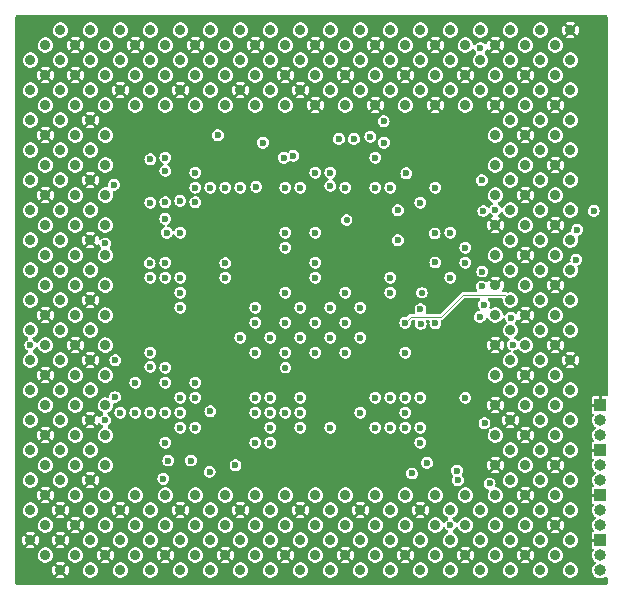
<source format=gbr>
%TF.GenerationSoftware,KiCad,Pcbnew,8.0.2*%
%TF.CreationDate,2024-05-13T17:43:00+03:00*%
%TF.ProjectId,MobileAdapter,4d6f6269-6c65-4416-9461-707465722e6b,rev?*%
%TF.SameCoordinates,Original*%
%TF.FileFunction,Copper,L2,Inr*%
%TF.FilePolarity,Positive*%
%FSLAX46Y46*%
G04 Gerber Fmt 4.6, Leading zero omitted, Abs format (unit mm)*
G04 Created by KiCad (PCBNEW 8.0.2) date 2024-05-13 17:43:00*
%MOMM*%
%LPD*%
G01*
G04 APERTURE LIST*
%TA.AperFunction,ComponentPad*%
%ADD10R,1.000000X1.000000*%
%TD*%
%TA.AperFunction,ComponentPad*%
%ADD11O,1.000000X1.000000*%
%TD*%
%TA.AperFunction,ComponentPad*%
%ADD12C,0.900000*%
%TD*%
%TA.AperFunction,ViaPad*%
%ADD13C,0.600000*%
%TD*%
%TA.AperFunction,ViaPad*%
%ADD14C,0.550000*%
%TD*%
%TA.AperFunction,Conductor*%
%ADD15C,0.100000*%
%TD*%
G04 APERTURE END LIST*
D10*
%TO.N,VSS*%
%TO.C,J4*%
X138430000Y-100330000D03*
D11*
%TO.N,VID3*%
X138430000Y-101600000D03*
%TO.N,VID3_M*%
X138430000Y-102870000D03*
%TD*%
D10*
%TO.N,VSS*%
%TO.C,J2*%
X138430000Y-107950000D03*
D11*
%TO.N,VID1*%
X138430000Y-109220000D03*
%TO.N,VID1_M*%
X138430000Y-110490000D03*
%TD*%
D10*
%TO.N,VSS*%
%TO.C,J1*%
X138430000Y-111760000D03*
D11*
%TO.N,VID0*%
X138430000Y-113030000D03*
%TO.N,VID0_M*%
X138430000Y-114300000D03*
%TD*%
D10*
%TO.N,VSS*%
%TO.C,J3*%
X138430000Y-104140000D03*
D11*
%TO.N,VID2*%
X138430000Y-105410000D03*
%TO.N,VID2_M*%
X138430000Y-106680000D03*
%TD*%
D12*
%TO.N,A3*%
%TO.C,PGA1*%
X99060000Y-110490000D03*
%TO.N,A4*%
X104140000Y-107950000D03*
%TO.N,A5*%
X99060000Y-107950000D03*
%TO.N,A6*%
X100330000Y-114300000D03*
%TO.N,A7*%
X107950000Y-111760000D03*
%TO.N,A8*%
X101600000Y-107950000D03*
%TO.N,A9*%
X100330000Y-111760000D03*
%TO.N,A10*%
X96520000Y-107950000D03*
%TO.N,A11*%
X101600000Y-110490000D03*
%TO.N,A12*%
X95250000Y-114300000D03*
%TO.N,A13*%
X97790000Y-111760000D03*
%TO.N,A14*%
X106680000Y-110490000D03*
%TO.N,A15*%
X95250000Y-111760000D03*
%TO.N,A16*%
X97790000Y-114300000D03*
%TO.N,A17*%
X90170000Y-104140000D03*
%TO.N,A18*%
X96520000Y-97790000D03*
%TO.N,A19*%
X92710000Y-106680000D03*
%TO.N,A20*%
X92710000Y-101600000D03*
%TO.N,A20M*%
X130810000Y-104140000D03*
%TO.N,A21*%
X90170000Y-109220000D03*
%TO.N,A22*%
X92710000Y-104140000D03*
%TO.N,A23*%
X96520000Y-100330000D03*
%TO.N,A24*%
X93980000Y-100330000D03*
%TO.N,A25*%
X96520000Y-105410000D03*
%TO.N,A26*%
X92710000Y-96520000D03*
%TO.N,A27*%
X90170000Y-99060000D03*
%TO.N,A28*%
X96520000Y-110490000D03*
%TO.N,A29*%
X93980000Y-97790000D03*
%TO.N,A30*%
X92710000Y-99060000D03*
%TO.N,A31*%
X93980000Y-102870000D03*
%TO.N,A32*%
X96520000Y-95250000D03*
%TO.N,A33*%
X90170000Y-101600000D03*
%TO.N,A34*%
X92710000Y-93980000D03*
%TO.N,A35*%
X93980000Y-105410000D03*
%TO.N,ADS*%
X128270000Y-114300000D03*
%TO.N,AERR*%
X119380000Y-110490000D03*
%TO.N,AP0*%
X102870000Y-111760000D03*
%TO.N,AP1*%
X105410000Y-114300000D03*
%TO.N,BCLK*%
X135890000Y-93980000D03*
%TO.N,BERR*%
X93980000Y-92710000D03*
%TO.N,BINIT*%
X134620000Y-69850000D03*
%TO.N,BNR*%
X106680000Y-107950000D03*
%TO.N,BP2*%
X130810000Y-76200000D03*
%TO.N,BP3*%
X135890000Y-73660000D03*
%TO.N,BPM0*%
X133350000Y-71120000D03*
%TO.N,BPM1*%
X133350000Y-73660000D03*
%TO.N,BPRI*%
X110490000Y-114300000D03*
%TO.N,BR0*%
X125730000Y-114300000D03*
%TO.N,BR1*%
X91440000Y-95250000D03*
%TO.N,BSEL0*%
X130810000Y-109220000D03*
%TO.N,BSEL1*%
X128270000Y-109220000D03*
%TO.N,CLKREF*%
X130810000Y-96520000D03*
%TO.N,Net-(PGA1-PadCPUPRES)*%
X135890000Y-71120000D03*
%TO.N,D0*%
X90170000Y-93980000D03*
%TO.N,D1*%
X93980000Y-90170000D03*
%TO.N,D2*%
X90170000Y-83820000D03*
%TO.N,D3*%
X96520000Y-82550000D03*
%TO.N,D4*%
X90170000Y-91440000D03*
%TO.N,D5*%
X92710000Y-88900000D03*
%TO.N,D6*%
X96520000Y-90170000D03*
%TO.N,D7*%
X90170000Y-78740000D03*
%TO.N,D8*%
X90170000Y-88900000D03*
%TO.N,D9*%
X96520000Y-85090000D03*
%TO.N,D10*%
X92710000Y-86360000D03*
%TO.N,D11*%
X93980000Y-82550000D03*
%TO.N,D12*%
X90170000Y-86360000D03*
%TO.N,D13*%
X90170000Y-81280000D03*
%TO.N,D14*%
X92710000Y-83820000D03*
%TO.N,D15*%
X92710000Y-91440000D03*
%TO.N,D16*%
X93980000Y-77470000D03*
%TO.N,D17*%
X93980000Y-87630000D03*
%TO.N,D18*%
X93980000Y-85090000D03*
%TO.N,D19*%
X96520000Y-77470000D03*
%TO.N,D20*%
X92710000Y-81280000D03*
%TO.N,D21*%
X90170000Y-76200000D03*
%TO.N,D22*%
X99060000Y-74930000D03*
%TO.N,D23*%
X92710000Y-76200000D03*
%TO.N,D24*%
X96520000Y-80010000D03*
%TO.N,D25*%
X92710000Y-73660000D03*
%TO.N,D26*%
X90170000Y-73660000D03*
%TO.N,D27*%
X104140000Y-74930000D03*
%TO.N,D28*%
X95250000Y-68580000D03*
%TO.N,D29*%
X92710000Y-68580000D03*
%TO.N,D30*%
X92710000Y-78740000D03*
%TO.N,D31*%
X95250000Y-71120000D03*
%TO.N,D32*%
X96520000Y-74930000D03*
%TO.N,D33*%
X90170000Y-71120000D03*
%TO.N,D34*%
X97790000Y-71120000D03*
%TO.N,D35*%
X91440000Y-69850000D03*
%TO.N,D36*%
X100330000Y-71120000D03*
%TO.N,D37*%
X100330000Y-68580000D03*
%TO.N,D38*%
X99060000Y-72390000D03*
%TO.N,D39*%
X101600000Y-72390000D03*
%TO.N,D40*%
X107950000Y-71120000D03*
%TO.N,D41*%
X106680000Y-72390000D03*
%TO.N,D42*%
X104140000Y-72390000D03*
%TO.N,D43*%
X97790000Y-68580000D03*
%TO.N,D44*%
X102870000Y-68580000D03*
%TO.N,D45*%
X102870000Y-71120000D03*
%TO.N,D46*%
X115570000Y-68580000D03*
%TO.N,D47*%
X107950000Y-68580000D03*
%TO.N,D48*%
X110490000Y-68580000D03*
%TO.N,D49*%
X105410000Y-71120000D03*
%TO.N,D50*%
X120650000Y-71120000D03*
%TO.N,D51*%
X105410000Y-68580000D03*
%TO.N,D52*%
X109220000Y-72390000D03*
%TO.N,D53*%
X118110000Y-68580000D03*
%TO.N,D54*%
X115570000Y-71120000D03*
%TO.N,D55*%
X113030000Y-71120000D03*
%TO.N,D56*%
X123190000Y-71120000D03*
%TO.N,D57*%
X113030000Y-68580000D03*
%TO.N,D58*%
X118110000Y-71120000D03*
%TO.N,D59*%
X110490000Y-71120000D03*
%TO.N,D60*%
X120650000Y-68580000D03*
%TO.N,D61*%
X123190000Y-68580000D03*
%TO.N,D62*%
X120650000Y-73660000D03*
%TO.N,D63*%
X109220000Y-74930000D03*
%TO.N,DBSY*%
X123190000Y-111760000D03*
%TO.N,DEFER*%
X113030000Y-114300000D03*
%TO.N,DEP0*%
X130810000Y-71120000D03*
%TO.N,DEP1*%
X128270000Y-71120000D03*
%TO.N,DEP2*%
X130810000Y-68580000D03*
%TO.N,DEP3*%
X128270000Y-68580000D03*
%TO.N,DEP4*%
X128270000Y-73660000D03*
%TO.N,DEP5*%
X125730000Y-71120000D03*
%TO.N,DEP6*%
X125730000Y-73660000D03*
%TO.N,DEP7*%
X125730000Y-68580000D03*
%TO.N,DRDY*%
X123190000Y-114300000D03*
%TO.N,EDGECTRL*%
X90170000Y-106680000D03*
%TO.N,FERR*%
X133350000Y-101600000D03*
%TO.N,FLUSH*%
X135890000Y-104140000D03*
%TO.N,HIT*%
X120650000Y-111760000D03*
%TO.N,HITM*%
X118110000Y-111760000D03*
%TO.N,IERR*%
X133350000Y-104140000D03*
%TO.N,IGNNE*%
X135890000Y-106680000D03*
%TO.N,INIT*%
X130810000Y-106680000D03*
%TO.N,LINIT0*%
X134620000Y-82550000D03*
%TO.N,LINIT1*%
X135890000Y-81280000D03*
%TO.N,LOCK*%
X114300000Y-110490000D03*
%TO.N,PICCLK*%
X130810000Y-78740000D03*
%TO.N,PICD0*%
X133350000Y-78740000D03*
%TO.N,PICD1*%
X133350000Y-81280000D03*
%TO.N,PLL1*%
X130810000Y-93980000D03*
%TO.N,PLL2*%
X130810000Y-91440000D03*
%TO.N,PRDY*%
X133350000Y-68580000D03*
%TO.N,PREQ*%
X135890000Y-78740000D03*
%TO.N,PWRGD*%
X121920000Y-110490000D03*
%TO.N,REQ0*%
X111760000Y-110490000D03*
%TO.N,REQ1*%
X109220000Y-107950000D03*
%TO.N,REQ2*%
X111760000Y-107950000D03*
%TO.N,REQ3*%
X113030000Y-111760000D03*
%TO.N,REQ4*%
X110490000Y-111760000D03*
%TO.N,RESET*%
X93980000Y-107950000D03*
%TO.N,VSS*%
X93980000Y-95250000D03*
%TO.N,RP*%
X118110000Y-114300000D03*
%TO.N,RS0*%
X121920000Y-107950000D03*
%TO.N,RS1*%
X116840000Y-107950000D03*
%TO.N,RS2*%
X124460000Y-110490000D03*
%TO.N,RSP*%
X135890000Y-101600000D03*
%TO.N,unconnected-(PGA1-PadRSV)*%
X90170000Y-96520000D03*
X91440000Y-87630000D03*
X91440000Y-113030000D03*
X101600000Y-74930000D03*
X115570000Y-73660000D03*
X127000000Y-110490000D03*
X130810000Y-81280000D03*
X130810000Y-83820000D03*
X130810000Y-86360000D03*
X132080000Y-95250000D03*
X133350000Y-83820000D03*
X133350000Y-86360000D03*
X133350000Y-93980000D03*
X135890000Y-76200000D03*
X135890000Y-83820000D03*
X135890000Y-86360000D03*
%TO.N,RTTCTRL*%
X133350000Y-88900000D03*
%TO.N,unconnected-(PGA1-PadSLEWCTRL)*%
X123190000Y-73660000D03*
%TO.N,SLP*%
X127000000Y-107950000D03*
%TO.N,SMI*%
X133350000Y-109220000D03*
%TO.N,STPCLK*%
X133350000Y-106680000D03*
%TO.N,TCK*%
X130810000Y-111760000D03*
%TO.N,TDI*%
X133350000Y-114300000D03*
%TO.N,TDO*%
X135890000Y-114300000D03*
%TO.N,THERMDC*%
X125730000Y-111760000D03*
%TO.N,THERMDA*%
X128270000Y-111760000D03*
%TO.N,unconnected-(PGA1-PadTHERMTRIP)*%
X124460000Y-107950000D03*
%TO.N,TMS*%
X129540000Y-110490000D03*
%TO.N,TRDY*%
X120650000Y-114300000D03*
%TO.N,TRST*%
X130810000Y-114300000D03*
%TO.N,VCC*%
X91440000Y-74930000D03*
X91440000Y-80010000D03*
X91440000Y-85090000D03*
X91440000Y-90170000D03*
X91440000Y-100330000D03*
X91440000Y-105410000D03*
X91440000Y-110490000D03*
X92710000Y-71120000D03*
X93980000Y-74930000D03*
X93980000Y-113030000D03*
X95250000Y-73660000D03*
X95250000Y-78740000D03*
X95250000Y-83820000D03*
X95250000Y-88900000D03*
X95250000Y-93980000D03*
X95250000Y-99060000D03*
X95250000Y-104140000D03*
X95250000Y-109220000D03*
X96520000Y-69850000D03*
X96520000Y-72390000D03*
X99060000Y-113030000D03*
X100330000Y-73660000D03*
X100330000Y-109220000D03*
X101600000Y-69850000D03*
X104140000Y-113030000D03*
X105410000Y-73660000D03*
X105410000Y-109220000D03*
X106680000Y-69850000D03*
X106680000Y-74930000D03*
X109220000Y-113030000D03*
X110490000Y-73660000D03*
X110490000Y-109220000D03*
X111760000Y-69850000D03*
X114300000Y-72390000D03*
X114300000Y-113030000D03*
X115570000Y-109220000D03*
X116840000Y-69850000D03*
X116840000Y-74930000D03*
X119380000Y-72390000D03*
X119380000Y-107950000D03*
X119380000Y-113030000D03*
X120650000Y-109220000D03*
X121920000Y-69850000D03*
X121920000Y-74930000D03*
X124460000Y-72390000D03*
X124460000Y-113030000D03*
X125730000Y-109220000D03*
X127000000Y-69850000D03*
X127000000Y-74930000D03*
X129540000Y-72390000D03*
X129540000Y-77470000D03*
X129540000Y-80010000D03*
X129540000Y-82550000D03*
X129540000Y-87630000D03*
X129540000Y-92710000D03*
X129540000Y-97790000D03*
X129540000Y-102870000D03*
X129540000Y-107950000D03*
X129540000Y-113030000D03*
X132080000Y-69850000D03*
X132080000Y-74930000D03*
X132080000Y-80010000D03*
X132080000Y-85090000D03*
X132080000Y-90170000D03*
X132080000Y-100330000D03*
X132080000Y-105410000D03*
X132080000Y-110490000D03*
X133350000Y-96520000D03*
X134620000Y-72390000D03*
X134620000Y-77470000D03*
X134620000Y-87630000D03*
X134620000Y-92710000D03*
X134620000Y-107950000D03*
X135890000Y-99060000D03*
%TO.N,Net-(PGA1-V_1.5)*%
X134620000Y-102870000D03*
%TO.N,unconnected-(PGA1-V_2.5-PadVCC2.5)*%
X134620000Y-97790000D03*
%TO.N,Net-(PGA1-V_1.5)*%
X134620000Y-100330000D03*
%TO.N,VID0*%
X133350000Y-111760000D03*
%TO.N,VID1*%
X134620000Y-113030000D03*
%TO.N,VID2*%
X135890000Y-111760000D03*
%TO.N,VID3*%
X135890000Y-109220000D03*
%TO.N,VREF*%
X130810000Y-73660000D03*
X111760000Y-74930000D03*
X93980000Y-80010000D03*
X96520000Y-87630000D03*
X96520000Y-92710000D03*
X96520000Y-102870000D03*
X104140000Y-110490000D03*
X116840000Y-110490000D03*
%TO.N,VSS*%
X90170000Y-111760000D03*
X91440000Y-72390000D03*
X91440000Y-77470000D03*
X91440000Y-82550000D03*
X91440000Y-92710000D03*
X91440000Y-97790000D03*
X91440000Y-102870000D03*
X91440000Y-107950000D03*
X92710000Y-109220000D03*
X92710000Y-111760000D03*
X92710000Y-114300000D03*
X93980000Y-69850000D03*
X93980000Y-72390000D03*
X93980000Y-110490000D03*
X95250000Y-76200000D03*
X95250000Y-81280000D03*
X95250000Y-86360000D03*
X95250000Y-91440000D03*
X95250000Y-96520000D03*
X95250000Y-101600000D03*
X95250000Y-106680000D03*
X96520000Y-113030000D03*
X97790000Y-73660000D03*
X97790000Y-109220000D03*
X99060000Y-69850000D03*
X101600000Y-113030000D03*
X102870000Y-73660000D03*
X102870000Y-109220000D03*
X104140000Y-69850000D03*
X106680000Y-113030000D03*
X107950000Y-73660000D03*
X107950000Y-109220000D03*
X109220000Y-69850000D03*
X111760000Y-72390000D03*
X111760000Y-113030000D03*
X113030000Y-73660000D03*
X113030000Y-109220000D03*
X114300000Y-69850000D03*
X114300000Y-74930000D03*
X116840000Y-72390000D03*
X116840000Y-113030000D03*
X118110000Y-109220000D03*
X119380000Y-69850000D03*
X119380000Y-74930000D03*
X121920000Y-72390000D03*
X121920000Y-113030000D03*
X123190000Y-109220000D03*
X124460000Y-69850000D03*
X124460000Y-74930000D03*
X127000000Y-72390000D03*
X127000000Y-113030000D03*
X129540000Y-69850000D03*
X129540000Y-74930000D03*
X129540000Y-85090000D03*
X129540000Y-90170000D03*
X129540000Y-95250000D03*
X129540000Y-100330000D03*
X129540000Y-105410000D03*
X130810000Y-101600000D03*
X132080000Y-72390000D03*
X132080000Y-77470000D03*
X132080000Y-82550000D03*
X132080000Y-87630000D03*
X132080000Y-92710000D03*
X132080000Y-97790000D03*
X132080000Y-102870000D03*
X132080000Y-107950000D03*
X132080000Y-113030000D03*
X134620000Y-74930000D03*
X134620000Y-80010000D03*
X134620000Y-85090000D03*
X134620000Y-90170000D03*
X134620000Y-95250000D03*
X134620000Y-105410000D03*
X134620000Y-110490000D03*
X135890000Y-68580000D03*
X135890000Y-96520000D03*
%TO.N,VTT*%
X102870000Y-114300000D03*
X105410000Y-111760000D03*
X107950000Y-114300000D03*
X109220000Y-110490000D03*
X114300000Y-107950000D03*
X115570000Y-111760000D03*
X115570000Y-114300000D03*
X118110000Y-73660000D03*
X130810000Y-88900000D03*
X130810000Y-99060000D03*
X133350000Y-76200000D03*
X133350000Y-91440000D03*
X133350000Y-99060000D03*
X135890000Y-88900000D03*
X135890000Y-91440000D03*
%TD*%
D13*
%TO.N,VTT*%
X121285000Y-83820000D03*
X121285000Y-86360000D03*
%TO.N,Net-(R11-Pad2)*%
X128524000Y-83900000D03*
%TO.N,VTT*%
X120650000Y-90805000D03*
X120650000Y-89535000D03*
%TO.N,VCC*%
X114300000Y-89535000D03*
X114300000Y-88265000D03*
X114300000Y-85725000D03*
X106680000Y-89535000D03*
X106680000Y-88300000D03*
%TO.N,Net-(R4-Pad2)*%
X123190000Y-99695000D03*
%TO.N,Net-(R3-Pad2)*%
X113030000Y-99695000D03*
%TO.N,Net-(R2-Pad2)*%
X128388626Y-81284186D03*
%TO.N,Net-(R1-Pad1)*%
X137858500Y-83883500D03*
X129540000Y-83778000D03*
%TO.N,VID2_M*%
X128615912Y-101854648D03*
X127000000Y-99710000D03*
%TO.N,TDO*%
X136467248Y-85477759D03*
%TO.N,TDI*%
X136394449Y-88002323D03*
%TO.N,BCLK*%
X123194186Y-92213164D03*
%TO.N,PLL2*%
X121905000Y-93344999D03*
%TO.N,IGNNE*%
X128435003Y-89023386D03*
%TO.N,IERR*%
X131042102Y-95204176D03*
%TO.N,TCK*%
X128564897Y-91819456D03*
D14*
%TO.N,VTT*%
X111760000Y-97155000D03*
D13*
X111760000Y-100965000D03*
%TO.N,Net-(R1-Pad1)*%
X124460000Y-93411112D03*
%TO.N,THERMDC*%
X124390687Y-85794313D03*
X125730000Y-110490000D03*
%TO.N,THERMDA*%
X124445000Y-88250000D03*
%TO.N,STPCLK*%
X128400000Y-90280236D03*
%TO.N,VSS*%
X100330000Y-80645000D03*
X103505000Y-81280000D03*
X109220000Y-79375000D03*
X99060000Y-95885000D03*
X111760000Y-99695000D03*
X116840000Y-86995000D03*
X107950000Y-99695000D03*
X104140000Y-92075000D03*
X118110000Y-93345000D03*
X107950000Y-93345000D03*
X104140000Y-84455000D03*
X107950000Y-95885000D03*
D14*
X111760000Y-84455000D03*
D13*
X114300000Y-94615000D03*
X120650000Y-100965000D03*
X114300000Y-92075000D03*
X127000000Y-78105000D03*
X115570000Y-99695000D03*
X110490000Y-93345000D03*
X102870000Y-97155000D03*
X109220000Y-94615000D03*
X110490000Y-95885000D03*
X105410000Y-102235000D03*
X100330000Y-98425000D03*
X118110000Y-95885000D03*
X118110000Y-81915000D03*
X125730000Y-90805000D03*
X121920000Y-92075000D03*
X101600000Y-94615000D03*
X104140000Y-94615000D03*
X116840000Y-88265000D03*
X113030000Y-93345000D03*
X125730000Y-81915000D03*
X98425000Y-90170000D03*
X101600000Y-86995000D03*
X99060000Y-103505000D03*
X124460000Y-79375000D03*
X115570000Y-95885000D03*
X122109766Y-88454766D03*
X111760000Y-88265000D03*
X124468516Y-94499497D03*
X110490000Y-81915000D03*
X97861409Y-78668591D03*
X107950000Y-92075000D03*
X116840000Y-100965000D03*
X118110000Y-99695000D03*
X123190000Y-81915000D03*
X104140000Y-89535000D03*
X116840000Y-94615000D03*
X114300000Y-81915000D03*
X111760000Y-89535000D03*
X114300000Y-102235000D03*
X111760000Y-92075000D03*
X116840000Y-92075000D03*
X116840000Y-85725000D03*
X105410000Y-80645000D03*
X99060000Y-81915000D03*
X104140000Y-97155000D03*
X102870000Y-103505000D03*
X121920000Y-90805000D03*
X111760000Y-94615000D03*
X110490000Y-92075000D03*
X101600000Y-92075000D03*
X115570000Y-93345000D03*
X98425000Y-92710000D03*
X107950000Y-80645000D03*
X113030000Y-95885000D03*
%TO.N,REQ3*%
X120650000Y-102235000D03*
%TO.N,REQ2*%
X119380000Y-102235000D03*
%TO.N,REQ1*%
X119380000Y-99695000D03*
%TO.N,REQ4*%
X120650000Y-99695000D03*
%TO.N,PWRGD*%
X121920000Y-99695000D03*
%TO.N,TMS*%
X129042043Y-106959999D03*
X127000000Y-88265000D03*
%TO.N,PLL2*%
X113030000Y-102235000D03*
%TO.N,PLL1*%
X110490000Y-103505000D03*
%TO.N,HITM*%
X121920000Y-100965000D03*
%TO.N,TRST*%
X127000000Y-86995000D03*
%TO.N,RESET*%
X99060000Y-98425000D03*
%TO.N,AP1*%
X121920000Y-102235000D03*
%TO.N,CLKREF*%
X115570000Y-102235000D03*
X121920000Y-95885000D03*
%TO.N,Net-(R7-Pad2)*%
X123190000Y-83185000D03*
%TO.N,BINIT*%
X128270000Y-70093804D03*
X120100000Y-78105000D03*
%TO.N,INIT*%
X123205000Y-93461112D03*
X126280000Y-105884526D03*
%TO.N,RS1*%
X123190000Y-102235000D03*
%TO.N,SMI*%
X130857661Y-92935753D03*
%TO.N,BERR*%
X104140000Y-98425000D03*
%TO.N,D26*%
X101600813Y-83145187D03*
%TO.N,VCC*%
X111760000Y-95885000D03*
X111760000Y-85725000D03*
X110490000Y-94615000D03*
X109220000Y-92075000D03*
X115570000Y-94615000D03*
X111760000Y-90805000D03*
X107950000Y-94615000D03*
X116840000Y-93345000D03*
X111760000Y-93345000D03*
X118110000Y-92075000D03*
X113030000Y-94615000D03*
X111760000Y-86995000D03*
X109220000Y-93345000D03*
X118110000Y-94615000D03*
X114300000Y-93345000D03*
X116840000Y-95885000D03*
X109220000Y-95885000D03*
X114300000Y-95885000D03*
D14*
X116951648Y-84665736D03*
D13*
X116840000Y-90805000D03*
X113030000Y-92075000D03*
X115570000Y-92075000D03*
%TO.N,D63*%
X116840000Y-81915000D03*
%TO.N,D62*%
X118960000Y-77601396D03*
X119380000Y-81915000D03*
%TO.N,D19*%
X102870000Y-85725000D03*
%TO.N,D60*%
X111619489Y-79375000D03*
%TO.N,D48*%
X112425833Y-79210592D03*
X111760000Y-81915000D03*
%TO.N,D33*%
X100330002Y-79523403D03*
%TO.N,A21*%
X102870000Y-100965000D03*
%TO.N,A20M*%
X128228000Y-92860000D03*
%TO.N,RSP*%
X123740000Y-105217078D03*
X126365000Y-106680000D03*
%TO.N,A20*%
X100330000Y-100965000D03*
X97790000Y-100965000D03*
%TO.N,A26*%
X101600000Y-100965000D03*
X100330000Y-97083591D03*
%TO.N,RP*%
X122483591Y-106116409D03*
%TO.N,D8*%
X100330000Y-89535000D03*
%TO.N,D9*%
X100256143Y-88300000D03*
%TO.N,D17*%
X101600000Y-89535000D03*
%TO.N,A12*%
X110490000Y-99695000D03*
%TO.N,D32*%
X101600001Y-80496598D03*
%TO.N,D11*%
X96520000Y-86640000D03*
%TO.N,A28*%
X101600000Y-103505000D03*
%TO.N,A17*%
X105410000Y-100850000D03*
X101846091Y-105021091D03*
%TO.N,DEP1*%
X117560000Y-77787500D03*
X120074446Y-76283372D03*
%TO.N,D50*%
X115569999Y-81766597D03*
%TO.N,A5*%
X105338591Y-105973591D03*
X109220000Y-103505000D03*
%TO.N,DEP6*%
X114300000Y-80645000D03*
%TO.N,DEP7*%
X119380000Y-79375000D03*
%TO.N,D34*%
X104140000Y-83145187D03*
%TO.N,D28*%
X102862429Y-83026557D03*
%TO.N,A23*%
X102870000Y-102235000D03*
%TO.N,A34*%
X97370000Y-96520000D03*
X99060000Y-100965000D03*
%TO.N,DEP3*%
X116290000Y-77787500D03*
%TO.N,A35*%
X101600000Y-98425000D03*
%TO.N,D36*%
X104140000Y-81915000D03*
%TO.N,D41*%
X107950000Y-81915000D03*
%TO.N,A6*%
X110490000Y-100965000D03*
%TO.N,A25*%
X102870000Y-99695000D03*
%TO.N,A8*%
X109220000Y-99695000D03*
%TO.N,D15*%
X102870000Y-89535000D03*
%TO.N,A13*%
X101433832Y-106560532D03*
%TO.N,D43*%
X104140000Y-80645000D03*
%TO.N,A11*%
X109220000Y-100965000D03*
%TO.N,D3*%
X102870000Y-92075000D03*
%TO.N,D22*%
X100330000Y-83185000D03*
%TO.N,D51*%
X106045000Y-77470000D03*
%TO.N,D16*%
X101715000Y-85725000D03*
%TO.N,D12*%
X102870000Y-90805000D03*
%TO.N,D25*%
X101591355Y-84551195D03*
%TO.N,A15*%
X104140000Y-99695000D03*
%TO.N,D40*%
X105410000Y-81915000D03*
%TO.N,A14*%
X107530481Y-105408048D03*
%TO.N,D56*%
X115570000Y-80645000D03*
%TO.N,DEP4*%
X120650000Y-81915000D03*
%TO.N,D52*%
X109289313Y-81845687D03*
%TO.N,A29*%
X96520000Y-101600000D03*
%TO.N,D2*%
X100330000Y-95885000D03*
X90170000Y-95250000D03*
%TO.N,D23*%
X97240000Y-81670768D03*
%TO.N,A3*%
X110490000Y-102235000D03*
%TO.N,A32*%
X97329682Y-99636703D03*
%TO.N,D39*%
X106680000Y-81915000D03*
%TO.N,D20*%
X101600000Y-88265000D03*
%TO.N,A16*%
X103751091Y-105021091D03*
%TO.N,D54*%
X113030000Y-81915000D03*
%TO.N,D35*%
X101600000Y-79375000D03*
%TO.N,D53*%
X109855000Y-78105000D03*
%TO.N,A18*%
X104140000Y-102235000D03*
%TO.N,BPM1*%
X122001739Y-80702153D03*
%TO.N,BCLK*%
X113030000Y-100965000D03*
%TO.N,Net-(R6-Pad1)*%
X125730000Y-85725000D03*
%TO.N,PICCLK*%
X124460000Y-81915000D03*
D14*
%TO.N,SLP*%
X123311417Y-90814769D03*
D13*
%TO.N,BNR*%
X118110000Y-100965000D03*
%TO.N,Net-(R5-Pad1)*%
X125730000Y-89535000D03*
%TO.N,AERR*%
X123190000Y-103505000D03*
%TO.N,unconnected-(micro-PGA1-PadBREQ0)*%
X101600000Y-97155000D03*
%TO.N,VSS*%
X107950000Y-85725000D03*
%TD*%
D15*
%TO.N,PLL2*%
X130360000Y-90990000D02*
X130810000Y-91440000D01*
X124943888Y-92861112D02*
X126815000Y-90990000D01*
X122388887Y-92861112D02*
X124943888Y-92861112D01*
X121905000Y-93344999D02*
X122388887Y-92861112D01*
X126815000Y-90990000D02*
X130360000Y-90990000D01*
%TD*%
%TA.AperFunction,Conductor*%
%TO.N,VSS*%
G36*
X138978939Y-67329685D02*
G01*
X139024694Y-67382489D01*
X139035900Y-67434000D01*
X139035900Y-99456000D01*
X139016215Y-99523039D01*
X138963411Y-99568794D01*
X138911900Y-99580000D01*
X138555000Y-99580000D01*
X138555000Y-100027029D01*
X138472787Y-100005000D01*
X138387213Y-100005000D01*
X138305000Y-100027029D01*
X138305000Y-99580000D01*
X137905373Y-99580000D01*
X137832459Y-99594503D01*
X137832455Y-99594505D01*
X137749760Y-99649760D01*
X137694505Y-99732455D01*
X137694503Y-99732459D01*
X137680000Y-99805371D01*
X137680000Y-100205000D01*
X138127030Y-100205000D01*
X138105000Y-100287213D01*
X138105000Y-100372787D01*
X138127030Y-100455000D01*
X137680000Y-100455000D01*
X137680000Y-100854628D01*
X137694503Y-100927540D01*
X137694505Y-100927544D01*
X137749760Y-101010239D01*
X137806702Y-101048287D01*
X137851507Y-101101899D01*
X137860214Y-101171224D01*
X137839861Y-101221829D01*
X137805182Y-101272068D01*
X137744860Y-101431125D01*
X137744859Y-101431130D01*
X137724355Y-101600000D01*
X137744859Y-101768869D01*
X137744860Y-101768874D01*
X137805182Y-101927931D01*
X137901818Y-102067930D01*
X137985634Y-102142185D01*
X138022761Y-102201374D01*
X138021993Y-102271240D01*
X137985634Y-102327815D01*
X137901818Y-102402069D01*
X137805182Y-102542068D01*
X137744860Y-102701125D01*
X137744859Y-102701130D01*
X137724355Y-102870000D01*
X137744859Y-103038869D01*
X137744860Y-103038874D01*
X137805182Y-103197931D01*
X137805183Y-103197932D01*
X137839860Y-103248169D01*
X137861744Y-103314523D01*
X137844279Y-103382175D01*
X137806703Y-103421712D01*
X137749759Y-103459761D01*
X137694505Y-103542455D01*
X137694503Y-103542459D01*
X137680000Y-103615371D01*
X137680000Y-104015000D01*
X138127030Y-104015000D01*
X138105000Y-104097213D01*
X138105000Y-104182787D01*
X138127030Y-104265000D01*
X137680000Y-104265000D01*
X137680000Y-104664628D01*
X137694503Y-104737540D01*
X137694505Y-104737544D01*
X137749760Y-104820239D01*
X137806702Y-104858287D01*
X137851507Y-104911899D01*
X137860214Y-104981224D01*
X137839861Y-105031829D01*
X137805182Y-105082068D01*
X137744860Y-105241125D01*
X137744859Y-105241130D01*
X137724355Y-105410000D01*
X137744859Y-105578869D01*
X137744860Y-105578874D01*
X137805182Y-105737931D01*
X137901818Y-105877930D01*
X137985634Y-105952185D01*
X138022761Y-106011374D01*
X138021993Y-106081240D01*
X137985634Y-106137815D01*
X137901818Y-106212069D01*
X137805182Y-106352068D01*
X137744860Y-106511125D01*
X137744859Y-106511130D01*
X137724355Y-106680000D01*
X137744859Y-106848869D01*
X137744860Y-106848874D01*
X137805182Y-107007931D01*
X137805183Y-107007932D01*
X137839860Y-107058169D01*
X137861744Y-107124523D01*
X137844279Y-107192175D01*
X137806703Y-107231712D01*
X137749759Y-107269761D01*
X137694505Y-107352455D01*
X137694503Y-107352459D01*
X137680000Y-107425371D01*
X137680000Y-107825000D01*
X138127030Y-107825000D01*
X138105000Y-107907213D01*
X138105000Y-107992787D01*
X138127030Y-108075000D01*
X137680000Y-108075000D01*
X137680000Y-108474628D01*
X137694503Y-108547540D01*
X137694505Y-108547544D01*
X137749760Y-108630239D01*
X137806702Y-108668287D01*
X137851507Y-108721899D01*
X137860214Y-108791224D01*
X137839861Y-108841829D01*
X137805182Y-108892068D01*
X137744860Y-109051125D01*
X137744859Y-109051130D01*
X137724355Y-109220000D01*
X137744859Y-109388869D01*
X137744860Y-109388874D01*
X137805182Y-109547931D01*
X137901818Y-109687930D01*
X137985634Y-109762185D01*
X138022761Y-109821374D01*
X138021993Y-109891240D01*
X137985634Y-109947815D01*
X137901818Y-110022069D01*
X137805182Y-110162068D01*
X137744860Y-110321125D01*
X137744859Y-110321130D01*
X137724355Y-110490000D01*
X137744859Y-110658869D01*
X137744860Y-110658874D01*
X137805182Y-110817931D01*
X137805183Y-110817932D01*
X137839860Y-110868169D01*
X137861744Y-110934523D01*
X137844279Y-111002175D01*
X137806703Y-111041712D01*
X137749759Y-111079761D01*
X137694505Y-111162455D01*
X137694503Y-111162459D01*
X137680000Y-111235371D01*
X137680000Y-111635000D01*
X138127030Y-111635000D01*
X138105000Y-111717213D01*
X138105000Y-111802787D01*
X138127030Y-111885000D01*
X137680000Y-111885000D01*
X137680000Y-112284628D01*
X137694503Y-112357540D01*
X137694505Y-112357544D01*
X137749760Y-112440239D01*
X137806702Y-112478287D01*
X137851507Y-112531899D01*
X137860214Y-112601224D01*
X137839861Y-112651829D01*
X137805182Y-112702068D01*
X137744860Y-112861125D01*
X137744859Y-112861130D01*
X137724355Y-113030000D01*
X137744859Y-113198869D01*
X137744860Y-113198874D01*
X137805182Y-113357931D01*
X137901818Y-113497930D01*
X137985634Y-113572185D01*
X138022761Y-113631374D01*
X138021993Y-113701240D01*
X137985634Y-113757815D01*
X137901818Y-113832069D01*
X137805182Y-113972068D01*
X137744860Y-114131125D01*
X137744859Y-114131130D01*
X137724355Y-114300000D01*
X137744859Y-114468869D01*
X137744860Y-114468874D01*
X137805182Y-114627931D01*
X137853982Y-114698629D01*
X137901817Y-114767929D01*
X138007137Y-114861234D01*
X138029150Y-114880736D01*
X138178876Y-114959318D01*
X138179775Y-114959790D01*
X138344944Y-115000500D01*
X138515056Y-115000500D01*
X138680225Y-114959790D01*
X138830852Y-114880734D01*
X138830853Y-114880732D01*
X138837024Y-114876474D01*
X138837988Y-114877871D01*
X138892891Y-114852059D01*
X138962156Y-114861234D01*
X139015465Y-114906400D01*
X139035892Y-114973216D01*
X139035900Y-114974593D01*
X139035900Y-115446000D01*
X139016215Y-115513039D01*
X138963411Y-115558794D01*
X138911900Y-115570000D01*
X89024000Y-115570000D01*
X88956961Y-115550315D01*
X88911206Y-115497511D01*
X88900000Y-115446000D01*
X88900000Y-114299999D01*
X92004859Y-114299999D01*
X92004859Y-114300000D01*
X92025348Y-114468748D01*
X92025349Y-114468751D01*
X92085630Y-114627697D01*
X92134592Y-114698629D01*
X92407378Y-114425843D01*
X92449936Y-114499554D01*
X92510446Y-114560064D01*
X92584155Y-114602620D01*
X92307855Y-114878920D01*
X92307855Y-114878921D01*
X92309431Y-114880317D01*
X92309433Y-114880319D01*
X92459955Y-114959318D01*
X92625006Y-115000000D01*
X92794994Y-115000000D01*
X92960045Y-114959318D01*
X93110565Y-114880320D01*
X93110568Y-114880318D01*
X93112143Y-114878921D01*
X93112144Y-114878920D01*
X92835844Y-114602620D01*
X92909554Y-114560064D01*
X92970064Y-114499554D01*
X93012620Y-114425843D01*
X93285406Y-114698630D01*
X93334369Y-114627696D01*
X93334372Y-114627692D01*
X93394650Y-114468754D01*
X93394651Y-114468748D01*
X93415141Y-114300000D01*
X93415141Y-114299999D01*
X94594722Y-114299999D01*
X94594722Y-114300000D01*
X94613762Y-114456818D01*
X94652919Y-114560064D01*
X94669780Y-114604523D01*
X94759517Y-114734530D01*
X94877760Y-114839283D01*
X94877762Y-114839284D01*
X95017634Y-114912696D01*
X95171014Y-114950500D01*
X95171015Y-114950500D01*
X95328985Y-114950500D01*
X95482365Y-114912696D01*
X95494361Y-114906400D01*
X95622240Y-114839283D01*
X95740483Y-114734530D01*
X95830220Y-114604523D01*
X95886237Y-114456818D01*
X95905278Y-114300000D01*
X95905278Y-114299999D01*
X97134722Y-114299999D01*
X97134722Y-114300000D01*
X97153762Y-114456818D01*
X97192919Y-114560064D01*
X97209780Y-114604523D01*
X97299517Y-114734530D01*
X97417760Y-114839283D01*
X97417762Y-114839284D01*
X97557634Y-114912696D01*
X97711014Y-114950500D01*
X97711015Y-114950500D01*
X97868985Y-114950500D01*
X98022365Y-114912696D01*
X98034361Y-114906400D01*
X98162240Y-114839283D01*
X98280483Y-114734530D01*
X98370220Y-114604523D01*
X98426237Y-114456818D01*
X98445278Y-114300000D01*
X98445278Y-114299999D01*
X99674722Y-114299999D01*
X99674722Y-114300000D01*
X99693762Y-114456818D01*
X99732919Y-114560064D01*
X99749780Y-114604523D01*
X99839517Y-114734530D01*
X99957760Y-114839283D01*
X99957762Y-114839284D01*
X100097634Y-114912696D01*
X100251014Y-114950500D01*
X100251015Y-114950500D01*
X100408985Y-114950500D01*
X100562365Y-114912696D01*
X100574361Y-114906400D01*
X100702240Y-114839283D01*
X100820483Y-114734530D01*
X100910220Y-114604523D01*
X100966237Y-114456818D01*
X100985278Y-114300000D01*
X100985278Y-114299999D01*
X102214722Y-114299999D01*
X102214722Y-114300000D01*
X102233762Y-114456818D01*
X102272919Y-114560064D01*
X102289780Y-114604523D01*
X102379517Y-114734530D01*
X102497760Y-114839283D01*
X102497762Y-114839284D01*
X102637634Y-114912696D01*
X102791014Y-114950500D01*
X102791015Y-114950500D01*
X102948985Y-114950500D01*
X103102365Y-114912696D01*
X103114361Y-114906400D01*
X103242240Y-114839283D01*
X103360483Y-114734530D01*
X103450220Y-114604523D01*
X103506237Y-114456818D01*
X103525278Y-114300000D01*
X103525278Y-114299999D01*
X104754722Y-114299999D01*
X104754722Y-114300000D01*
X104773762Y-114456818D01*
X104812919Y-114560064D01*
X104829780Y-114604523D01*
X104919517Y-114734530D01*
X105037760Y-114839283D01*
X105037762Y-114839284D01*
X105177634Y-114912696D01*
X105331014Y-114950500D01*
X105331015Y-114950500D01*
X105488985Y-114950500D01*
X105642365Y-114912696D01*
X105654361Y-114906400D01*
X105782240Y-114839283D01*
X105900483Y-114734530D01*
X105990220Y-114604523D01*
X106046237Y-114456818D01*
X106065278Y-114300000D01*
X106065278Y-114299999D01*
X107294722Y-114299999D01*
X107294722Y-114300000D01*
X107313762Y-114456818D01*
X107352919Y-114560064D01*
X107369780Y-114604523D01*
X107459517Y-114734530D01*
X107577760Y-114839283D01*
X107577762Y-114839284D01*
X107717634Y-114912696D01*
X107871014Y-114950500D01*
X107871015Y-114950500D01*
X108028985Y-114950500D01*
X108182365Y-114912696D01*
X108194361Y-114906400D01*
X108322240Y-114839283D01*
X108440483Y-114734530D01*
X108530220Y-114604523D01*
X108586237Y-114456818D01*
X108605278Y-114300000D01*
X108605278Y-114299999D01*
X109834722Y-114299999D01*
X109834722Y-114300000D01*
X109853762Y-114456818D01*
X109892919Y-114560064D01*
X109909780Y-114604523D01*
X109999517Y-114734530D01*
X110117760Y-114839283D01*
X110117762Y-114839284D01*
X110257634Y-114912696D01*
X110411014Y-114950500D01*
X110411015Y-114950500D01*
X110568985Y-114950500D01*
X110722365Y-114912696D01*
X110734361Y-114906400D01*
X110862240Y-114839283D01*
X110980483Y-114734530D01*
X111070220Y-114604523D01*
X111126237Y-114456818D01*
X111145278Y-114300000D01*
X111145278Y-114299999D01*
X112374722Y-114299999D01*
X112374722Y-114300000D01*
X112393762Y-114456818D01*
X112432919Y-114560064D01*
X112449780Y-114604523D01*
X112539517Y-114734530D01*
X112657760Y-114839283D01*
X112657762Y-114839284D01*
X112797634Y-114912696D01*
X112951014Y-114950500D01*
X112951015Y-114950500D01*
X113108985Y-114950500D01*
X113262365Y-114912696D01*
X113274361Y-114906400D01*
X113402240Y-114839283D01*
X113520483Y-114734530D01*
X113610220Y-114604523D01*
X113666237Y-114456818D01*
X113685278Y-114300000D01*
X113685278Y-114299999D01*
X114914722Y-114299999D01*
X114914722Y-114300000D01*
X114933762Y-114456818D01*
X114972919Y-114560064D01*
X114989780Y-114604523D01*
X115079517Y-114734530D01*
X115197760Y-114839283D01*
X115197762Y-114839284D01*
X115337634Y-114912696D01*
X115491014Y-114950500D01*
X115491015Y-114950500D01*
X115648985Y-114950500D01*
X115802365Y-114912696D01*
X115814361Y-114906400D01*
X115942240Y-114839283D01*
X116060483Y-114734530D01*
X116150220Y-114604523D01*
X116206237Y-114456818D01*
X116225278Y-114300000D01*
X116225278Y-114299999D01*
X117454722Y-114299999D01*
X117454722Y-114300000D01*
X117473762Y-114456818D01*
X117512919Y-114560064D01*
X117529780Y-114604523D01*
X117619517Y-114734530D01*
X117737760Y-114839283D01*
X117737762Y-114839284D01*
X117877634Y-114912696D01*
X118031014Y-114950500D01*
X118031015Y-114950500D01*
X118188985Y-114950500D01*
X118342365Y-114912696D01*
X118354361Y-114906400D01*
X118482240Y-114839283D01*
X118600483Y-114734530D01*
X118690220Y-114604523D01*
X118746237Y-114456818D01*
X118765278Y-114300000D01*
X118765278Y-114299999D01*
X119994722Y-114299999D01*
X119994722Y-114300000D01*
X120013762Y-114456818D01*
X120052919Y-114560064D01*
X120069780Y-114604523D01*
X120159517Y-114734530D01*
X120277760Y-114839283D01*
X120277762Y-114839284D01*
X120417634Y-114912696D01*
X120571014Y-114950500D01*
X120571015Y-114950500D01*
X120728985Y-114950500D01*
X120882365Y-114912696D01*
X120894361Y-114906400D01*
X121022240Y-114839283D01*
X121140483Y-114734530D01*
X121230220Y-114604523D01*
X121286237Y-114456818D01*
X121305278Y-114300000D01*
X121305278Y-114299999D01*
X122534722Y-114299999D01*
X122534722Y-114300000D01*
X122553762Y-114456818D01*
X122592919Y-114560064D01*
X122609780Y-114604523D01*
X122699517Y-114734530D01*
X122817760Y-114839283D01*
X122817762Y-114839284D01*
X122957634Y-114912696D01*
X123111014Y-114950500D01*
X123111015Y-114950500D01*
X123268985Y-114950500D01*
X123422365Y-114912696D01*
X123434361Y-114906400D01*
X123562240Y-114839283D01*
X123680483Y-114734530D01*
X123770220Y-114604523D01*
X123826237Y-114456818D01*
X123845278Y-114300000D01*
X123845278Y-114299999D01*
X125074722Y-114299999D01*
X125074722Y-114300000D01*
X125093762Y-114456818D01*
X125132919Y-114560064D01*
X125149780Y-114604523D01*
X125239517Y-114734530D01*
X125357760Y-114839283D01*
X125357762Y-114839284D01*
X125497634Y-114912696D01*
X125651014Y-114950500D01*
X125651015Y-114950500D01*
X125808985Y-114950500D01*
X125962365Y-114912696D01*
X125974361Y-114906400D01*
X126102240Y-114839283D01*
X126220483Y-114734530D01*
X126310220Y-114604523D01*
X126366237Y-114456818D01*
X126385278Y-114300000D01*
X126385278Y-114299999D01*
X127614722Y-114299999D01*
X127614722Y-114300000D01*
X127633762Y-114456818D01*
X127672919Y-114560064D01*
X127689780Y-114604523D01*
X127779517Y-114734530D01*
X127897760Y-114839283D01*
X127897762Y-114839284D01*
X128037634Y-114912696D01*
X128191014Y-114950500D01*
X128191015Y-114950500D01*
X128348985Y-114950500D01*
X128502365Y-114912696D01*
X128514361Y-114906400D01*
X128642240Y-114839283D01*
X128760483Y-114734530D01*
X128850220Y-114604523D01*
X128906237Y-114456818D01*
X128925278Y-114300000D01*
X128925278Y-114299999D01*
X130154722Y-114299999D01*
X130154722Y-114300000D01*
X130173762Y-114456818D01*
X130212919Y-114560064D01*
X130229780Y-114604523D01*
X130319517Y-114734530D01*
X130437760Y-114839283D01*
X130437762Y-114839284D01*
X130577634Y-114912696D01*
X130731014Y-114950500D01*
X130731015Y-114950500D01*
X130888985Y-114950500D01*
X131042365Y-114912696D01*
X131054361Y-114906400D01*
X131182240Y-114839283D01*
X131300483Y-114734530D01*
X131390220Y-114604523D01*
X131446237Y-114456818D01*
X131465278Y-114300000D01*
X131465278Y-114299999D01*
X132694722Y-114299999D01*
X132694722Y-114300000D01*
X132713762Y-114456818D01*
X132752919Y-114560064D01*
X132769780Y-114604523D01*
X132859517Y-114734530D01*
X132977760Y-114839283D01*
X132977762Y-114839284D01*
X133117634Y-114912696D01*
X133271014Y-114950500D01*
X133271015Y-114950500D01*
X133428985Y-114950500D01*
X133582365Y-114912696D01*
X133594361Y-114906400D01*
X133722240Y-114839283D01*
X133840483Y-114734530D01*
X133930220Y-114604523D01*
X133986237Y-114456818D01*
X134005278Y-114300000D01*
X134005278Y-114299999D01*
X135234722Y-114299999D01*
X135234722Y-114300000D01*
X135253762Y-114456818D01*
X135292919Y-114560064D01*
X135309780Y-114604523D01*
X135399517Y-114734530D01*
X135517760Y-114839283D01*
X135517762Y-114839284D01*
X135657634Y-114912696D01*
X135811014Y-114950500D01*
X135811015Y-114950500D01*
X135968985Y-114950500D01*
X136122365Y-114912696D01*
X136134361Y-114906400D01*
X136262240Y-114839283D01*
X136380483Y-114734530D01*
X136470220Y-114604523D01*
X136526237Y-114456818D01*
X136545278Y-114300000D01*
X136526237Y-114143182D01*
X136521666Y-114131130D01*
X136487081Y-114039936D01*
X136470220Y-113995477D01*
X136380483Y-113865470D01*
X136262240Y-113760717D01*
X136262238Y-113760716D01*
X136262237Y-113760715D01*
X136122365Y-113687303D01*
X135968986Y-113649500D01*
X135968985Y-113649500D01*
X135811015Y-113649500D01*
X135811014Y-113649500D01*
X135657634Y-113687303D01*
X135517762Y-113760715D01*
X135399516Y-113865471D01*
X135309781Y-113995475D01*
X135309780Y-113995476D01*
X135253762Y-114143181D01*
X135234722Y-114299999D01*
X134005278Y-114299999D01*
X133986237Y-114143182D01*
X133981666Y-114131130D01*
X133947081Y-114039936D01*
X133930220Y-113995477D01*
X133840483Y-113865470D01*
X133722240Y-113760717D01*
X133722238Y-113760716D01*
X133722237Y-113760715D01*
X133582365Y-113687303D01*
X133428986Y-113649500D01*
X133428985Y-113649500D01*
X133271015Y-113649500D01*
X133271014Y-113649500D01*
X133117634Y-113687303D01*
X132977762Y-113760715D01*
X132859516Y-113865471D01*
X132769781Y-113995475D01*
X132769780Y-113995476D01*
X132713762Y-114143181D01*
X132694722Y-114299999D01*
X131465278Y-114299999D01*
X131446237Y-114143182D01*
X131441666Y-114131130D01*
X131407081Y-114039936D01*
X131390220Y-113995477D01*
X131300483Y-113865470D01*
X131182240Y-113760717D01*
X131182238Y-113760716D01*
X131182237Y-113760715D01*
X131042365Y-113687303D01*
X130888986Y-113649500D01*
X130888985Y-113649500D01*
X130731015Y-113649500D01*
X130731014Y-113649500D01*
X130577634Y-113687303D01*
X130437762Y-113760715D01*
X130319516Y-113865471D01*
X130229781Y-113995475D01*
X130229780Y-113995476D01*
X130173762Y-114143181D01*
X130154722Y-114299999D01*
X128925278Y-114299999D01*
X128906237Y-114143182D01*
X128901666Y-114131130D01*
X128867081Y-114039936D01*
X128850220Y-113995477D01*
X128760483Y-113865470D01*
X128642240Y-113760717D01*
X128642238Y-113760716D01*
X128642237Y-113760715D01*
X128502365Y-113687303D01*
X128348986Y-113649500D01*
X128348985Y-113649500D01*
X128191015Y-113649500D01*
X128191014Y-113649500D01*
X128037634Y-113687303D01*
X127897762Y-113760715D01*
X127779516Y-113865471D01*
X127689781Y-113995475D01*
X127689780Y-113995476D01*
X127633762Y-114143181D01*
X127614722Y-114299999D01*
X126385278Y-114299999D01*
X126366237Y-114143182D01*
X126361666Y-114131130D01*
X126327081Y-114039936D01*
X126310220Y-113995477D01*
X126220483Y-113865470D01*
X126102240Y-113760717D01*
X126102238Y-113760716D01*
X126102237Y-113760715D01*
X125962365Y-113687303D01*
X125808986Y-113649500D01*
X125808985Y-113649500D01*
X125651015Y-113649500D01*
X125651014Y-113649500D01*
X125497634Y-113687303D01*
X125357762Y-113760715D01*
X125239516Y-113865471D01*
X125149781Y-113995475D01*
X125149780Y-113995476D01*
X125093762Y-114143181D01*
X125074722Y-114299999D01*
X123845278Y-114299999D01*
X123826237Y-114143182D01*
X123821666Y-114131130D01*
X123787081Y-114039936D01*
X123770220Y-113995477D01*
X123680483Y-113865470D01*
X123562240Y-113760717D01*
X123562238Y-113760716D01*
X123562237Y-113760715D01*
X123422365Y-113687303D01*
X123268986Y-113649500D01*
X123268985Y-113649500D01*
X123111015Y-113649500D01*
X123111014Y-113649500D01*
X122957634Y-113687303D01*
X122817762Y-113760715D01*
X122699516Y-113865471D01*
X122609781Y-113995475D01*
X122609780Y-113995476D01*
X122553762Y-114143181D01*
X122534722Y-114299999D01*
X121305278Y-114299999D01*
X121286237Y-114143182D01*
X121281666Y-114131130D01*
X121247081Y-114039936D01*
X121230220Y-113995477D01*
X121140483Y-113865470D01*
X121022240Y-113760717D01*
X121022238Y-113760716D01*
X121022237Y-113760715D01*
X120882365Y-113687303D01*
X120728986Y-113649500D01*
X120728985Y-113649500D01*
X120571015Y-113649500D01*
X120571014Y-113649500D01*
X120417634Y-113687303D01*
X120277762Y-113760715D01*
X120159516Y-113865471D01*
X120069781Y-113995475D01*
X120069780Y-113995476D01*
X120013762Y-114143181D01*
X119994722Y-114299999D01*
X118765278Y-114299999D01*
X118746237Y-114143182D01*
X118741666Y-114131130D01*
X118707081Y-114039936D01*
X118690220Y-113995477D01*
X118600483Y-113865470D01*
X118482240Y-113760717D01*
X118482238Y-113760716D01*
X118482237Y-113760715D01*
X118342365Y-113687303D01*
X118188986Y-113649500D01*
X118188985Y-113649500D01*
X118031015Y-113649500D01*
X118031014Y-113649500D01*
X117877634Y-113687303D01*
X117737762Y-113760715D01*
X117619516Y-113865471D01*
X117529781Y-113995475D01*
X117529780Y-113995476D01*
X117473762Y-114143181D01*
X117454722Y-114299999D01*
X116225278Y-114299999D01*
X116206237Y-114143182D01*
X116201666Y-114131130D01*
X116167081Y-114039936D01*
X116150220Y-113995477D01*
X116060483Y-113865470D01*
X115942240Y-113760717D01*
X115942238Y-113760716D01*
X115942237Y-113760715D01*
X115802365Y-113687303D01*
X115648986Y-113649500D01*
X115648985Y-113649500D01*
X115491015Y-113649500D01*
X115491014Y-113649500D01*
X115337634Y-113687303D01*
X115197762Y-113760715D01*
X115079516Y-113865471D01*
X114989781Y-113995475D01*
X114989780Y-113995476D01*
X114933762Y-114143181D01*
X114914722Y-114299999D01*
X113685278Y-114299999D01*
X113666237Y-114143182D01*
X113661666Y-114131130D01*
X113627081Y-114039936D01*
X113610220Y-113995477D01*
X113520483Y-113865470D01*
X113402240Y-113760717D01*
X113402238Y-113760716D01*
X113402237Y-113760715D01*
X113262365Y-113687303D01*
X113108986Y-113649500D01*
X113108985Y-113649500D01*
X112951015Y-113649500D01*
X112951014Y-113649500D01*
X112797634Y-113687303D01*
X112657762Y-113760715D01*
X112539516Y-113865471D01*
X112449781Y-113995475D01*
X112449780Y-113995476D01*
X112393762Y-114143181D01*
X112374722Y-114299999D01*
X111145278Y-114299999D01*
X111126237Y-114143182D01*
X111121666Y-114131130D01*
X111087081Y-114039936D01*
X111070220Y-113995477D01*
X110980483Y-113865470D01*
X110862240Y-113760717D01*
X110862238Y-113760716D01*
X110862237Y-113760715D01*
X110722365Y-113687303D01*
X110568986Y-113649500D01*
X110568985Y-113649500D01*
X110411015Y-113649500D01*
X110411014Y-113649500D01*
X110257634Y-113687303D01*
X110117762Y-113760715D01*
X109999516Y-113865471D01*
X109909781Y-113995475D01*
X109909780Y-113995476D01*
X109853762Y-114143181D01*
X109834722Y-114299999D01*
X108605278Y-114299999D01*
X108586237Y-114143182D01*
X108581666Y-114131130D01*
X108547081Y-114039936D01*
X108530220Y-113995477D01*
X108440483Y-113865470D01*
X108322240Y-113760717D01*
X108322238Y-113760716D01*
X108322237Y-113760715D01*
X108182365Y-113687303D01*
X108028986Y-113649500D01*
X108028985Y-113649500D01*
X107871015Y-113649500D01*
X107871014Y-113649500D01*
X107717634Y-113687303D01*
X107577762Y-113760715D01*
X107459516Y-113865471D01*
X107369781Y-113995475D01*
X107369780Y-113995476D01*
X107313762Y-114143181D01*
X107294722Y-114299999D01*
X106065278Y-114299999D01*
X106046237Y-114143182D01*
X106041666Y-114131130D01*
X106007081Y-114039936D01*
X105990220Y-113995477D01*
X105900483Y-113865470D01*
X105782240Y-113760717D01*
X105782238Y-113760716D01*
X105782237Y-113760715D01*
X105642365Y-113687303D01*
X105488986Y-113649500D01*
X105488985Y-113649500D01*
X105331015Y-113649500D01*
X105331014Y-113649500D01*
X105177634Y-113687303D01*
X105037762Y-113760715D01*
X104919516Y-113865471D01*
X104829781Y-113995475D01*
X104829780Y-113995476D01*
X104773762Y-114143181D01*
X104754722Y-114299999D01*
X103525278Y-114299999D01*
X103506237Y-114143182D01*
X103501666Y-114131130D01*
X103467081Y-114039936D01*
X103450220Y-113995477D01*
X103360483Y-113865470D01*
X103242240Y-113760717D01*
X103242238Y-113760716D01*
X103242237Y-113760715D01*
X103102365Y-113687303D01*
X102948986Y-113649500D01*
X102948985Y-113649500D01*
X102791015Y-113649500D01*
X102791014Y-113649500D01*
X102637634Y-113687303D01*
X102497762Y-113760715D01*
X102379516Y-113865471D01*
X102289781Y-113995475D01*
X102289780Y-113995476D01*
X102233762Y-114143181D01*
X102214722Y-114299999D01*
X100985278Y-114299999D01*
X100966237Y-114143182D01*
X100961666Y-114131130D01*
X100927081Y-114039936D01*
X100910220Y-113995477D01*
X100820483Y-113865470D01*
X100702240Y-113760717D01*
X100702238Y-113760716D01*
X100702237Y-113760715D01*
X100562365Y-113687303D01*
X100408986Y-113649500D01*
X100408985Y-113649500D01*
X100251015Y-113649500D01*
X100251014Y-113649500D01*
X100097634Y-113687303D01*
X99957762Y-113760715D01*
X99839516Y-113865471D01*
X99749781Y-113995475D01*
X99749780Y-113995476D01*
X99693762Y-114143181D01*
X99674722Y-114299999D01*
X98445278Y-114299999D01*
X98426237Y-114143182D01*
X98421666Y-114131130D01*
X98387081Y-114039936D01*
X98370220Y-113995477D01*
X98280483Y-113865470D01*
X98162240Y-113760717D01*
X98162238Y-113760716D01*
X98162237Y-113760715D01*
X98022365Y-113687303D01*
X97868986Y-113649500D01*
X97868985Y-113649500D01*
X97711015Y-113649500D01*
X97711014Y-113649500D01*
X97557634Y-113687303D01*
X97417762Y-113760715D01*
X97299516Y-113865471D01*
X97209781Y-113995475D01*
X97209780Y-113995476D01*
X97153762Y-114143181D01*
X97134722Y-114299999D01*
X95905278Y-114299999D01*
X95886237Y-114143182D01*
X95881666Y-114131130D01*
X95847081Y-114039936D01*
X95830220Y-113995477D01*
X95740483Y-113865470D01*
X95622240Y-113760717D01*
X95622238Y-113760716D01*
X95622237Y-113760715D01*
X95482365Y-113687303D01*
X95328986Y-113649500D01*
X95328985Y-113649500D01*
X95171015Y-113649500D01*
X95171014Y-113649500D01*
X95017634Y-113687303D01*
X94877762Y-113760715D01*
X94759516Y-113865471D01*
X94669781Y-113995475D01*
X94669780Y-113995476D01*
X94613762Y-114143181D01*
X94594722Y-114299999D01*
X93415141Y-114299999D01*
X93394651Y-114131251D01*
X93394650Y-114131245D01*
X93334371Y-113972305D01*
X93285406Y-113901368D01*
X93012620Y-114174155D01*
X92970064Y-114100446D01*
X92909554Y-114039936D01*
X92835843Y-113997379D01*
X93112144Y-113721077D01*
X93110567Y-113719680D01*
X92960044Y-113640681D01*
X92794994Y-113600000D01*
X92625006Y-113600000D01*
X92459954Y-113640681D01*
X92309432Y-113719680D01*
X92307855Y-113721076D01*
X92307855Y-113721078D01*
X92584156Y-113997379D01*
X92510446Y-114039936D01*
X92449936Y-114100446D01*
X92407379Y-114174156D01*
X92134591Y-113901368D01*
X92134591Y-113901369D01*
X92085632Y-113972298D01*
X92085630Y-113972301D01*
X92025349Y-114131248D01*
X92025348Y-114131251D01*
X92004859Y-114299999D01*
X88900000Y-114299999D01*
X88900000Y-113029999D01*
X90784722Y-113029999D01*
X90784722Y-113030000D01*
X90803762Y-113186818D01*
X90842919Y-113290064D01*
X90859780Y-113334523D01*
X90949517Y-113464530D01*
X91067760Y-113569283D01*
X91067762Y-113569284D01*
X91207634Y-113642696D01*
X91361014Y-113680500D01*
X91361015Y-113680500D01*
X91518985Y-113680500D01*
X91672365Y-113642696D01*
X91693937Y-113631374D01*
X91812240Y-113569283D01*
X91930483Y-113464530D01*
X92020220Y-113334523D01*
X92076237Y-113186818D01*
X92095278Y-113030000D01*
X92095278Y-113029999D01*
X93324722Y-113029999D01*
X93324722Y-113030000D01*
X93343762Y-113186818D01*
X93382919Y-113290064D01*
X93399780Y-113334523D01*
X93489517Y-113464530D01*
X93607760Y-113569283D01*
X93607762Y-113569284D01*
X93747634Y-113642696D01*
X93901014Y-113680500D01*
X93901015Y-113680500D01*
X94058985Y-113680500D01*
X94212365Y-113642696D01*
X94233937Y-113631374D01*
X94352240Y-113569283D01*
X94470483Y-113464530D01*
X94560220Y-113334523D01*
X94616237Y-113186818D01*
X94635278Y-113030000D01*
X94635278Y-113029999D01*
X95814859Y-113029999D01*
X95814859Y-113030000D01*
X95835348Y-113198748D01*
X95835349Y-113198751D01*
X95895630Y-113357697D01*
X95944592Y-113428629D01*
X96217378Y-113155843D01*
X96259936Y-113229554D01*
X96320446Y-113290064D01*
X96394155Y-113332620D01*
X96117855Y-113608920D01*
X96117855Y-113608921D01*
X96119431Y-113610317D01*
X96119433Y-113610319D01*
X96269955Y-113689318D01*
X96435006Y-113730000D01*
X96604994Y-113730000D01*
X96770045Y-113689318D01*
X96920565Y-113610320D01*
X96920568Y-113610318D01*
X96922143Y-113608921D01*
X96922144Y-113608920D01*
X96645844Y-113332620D01*
X96719554Y-113290064D01*
X96780064Y-113229554D01*
X96822620Y-113155843D01*
X97095406Y-113428630D01*
X97144369Y-113357696D01*
X97144372Y-113357692D01*
X97204650Y-113198754D01*
X97204651Y-113198748D01*
X97225141Y-113030000D01*
X97225141Y-113029999D01*
X98404722Y-113029999D01*
X98404722Y-113030000D01*
X98423762Y-113186818D01*
X98462919Y-113290064D01*
X98479780Y-113334523D01*
X98569517Y-113464530D01*
X98687760Y-113569283D01*
X98687762Y-113569284D01*
X98827634Y-113642696D01*
X98981014Y-113680500D01*
X98981015Y-113680500D01*
X99138985Y-113680500D01*
X99292365Y-113642696D01*
X99313937Y-113631374D01*
X99432240Y-113569283D01*
X99550483Y-113464530D01*
X99640220Y-113334523D01*
X99696237Y-113186818D01*
X99715278Y-113030000D01*
X99715278Y-113029999D01*
X100894859Y-113029999D01*
X100894859Y-113030000D01*
X100915348Y-113198748D01*
X100915349Y-113198751D01*
X100975630Y-113357697D01*
X101024592Y-113428629D01*
X101297378Y-113155843D01*
X101339936Y-113229554D01*
X101400446Y-113290064D01*
X101474155Y-113332620D01*
X101197855Y-113608920D01*
X101197855Y-113608921D01*
X101199431Y-113610317D01*
X101199433Y-113610319D01*
X101349955Y-113689318D01*
X101515006Y-113730000D01*
X101684994Y-113730000D01*
X101850045Y-113689318D01*
X102000565Y-113610320D01*
X102000568Y-113610318D01*
X102002143Y-113608921D01*
X102002144Y-113608920D01*
X101725844Y-113332620D01*
X101799554Y-113290064D01*
X101860064Y-113229554D01*
X101902620Y-113155843D01*
X102175406Y-113428630D01*
X102224369Y-113357696D01*
X102224372Y-113357692D01*
X102284650Y-113198754D01*
X102284651Y-113198748D01*
X102305141Y-113030000D01*
X102305141Y-113029999D01*
X103484722Y-113029999D01*
X103484722Y-113030000D01*
X103503762Y-113186818D01*
X103542919Y-113290064D01*
X103559780Y-113334523D01*
X103649517Y-113464530D01*
X103767760Y-113569283D01*
X103767762Y-113569284D01*
X103907634Y-113642696D01*
X104061014Y-113680500D01*
X104061015Y-113680500D01*
X104218985Y-113680500D01*
X104372365Y-113642696D01*
X104393937Y-113631374D01*
X104512240Y-113569283D01*
X104630483Y-113464530D01*
X104720220Y-113334523D01*
X104776237Y-113186818D01*
X104795278Y-113030000D01*
X104795278Y-113029999D01*
X105974859Y-113029999D01*
X105974859Y-113030000D01*
X105995348Y-113198748D01*
X105995349Y-113198751D01*
X106055630Y-113357697D01*
X106104592Y-113428629D01*
X106377378Y-113155843D01*
X106419936Y-113229554D01*
X106480446Y-113290064D01*
X106554155Y-113332620D01*
X106277855Y-113608920D01*
X106277855Y-113608921D01*
X106279431Y-113610317D01*
X106279433Y-113610319D01*
X106429955Y-113689318D01*
X106595006Y-113730000D01*
X106764994Y-113730000D01*
X106930045Y-113689318D01*
X107080565Y-113610320D01*
X107080568Y-113610318D01*
X107082143Y-113608921D01*
X107082144Y-113608920D01*
X106805844Y-113332620D01*
X106879554Y-113290064D01*
X106940064Y-113229554D01*
X106982620Y-113155844D01*
X107255406Y-113428630D01*
X107304369Y-113357696D01*
X107304372Y-113357692D01*
X107364650Y-113198754D01*
X107364651Y-113198748D01*
X107385141Y-113030000D01*
X107385141Y-113029999D01*
X108564722Y-113029999D01*
X108564722Y-113030000D01*
X108583762Y-113186818D01*
X108622919Y-113290064D01*
X108639780Y-113334523D01*
X108729517Y-113464530D01*
X108847760Y-113569283D01*
X108847762Y-113569284D01*
X108987634Y-113642696D01*
X109141014Y-113680500D01*
X109141015Y-113680500D01*
X109298985Y-113680500D01*
X109452365Y-113642696D01*
X109473937Y-113631374D01*
X109592240Y-113569283D01*
X109710483Y-113464530D01*
X109800220Y-113334523D01*
X109856237Y-113186818D01*
X109875278Y-113030000D01*
X109875278Y-113029999D01*
X111054859Y-113029999D01*
X111054859Y-113030000D01*
X111075348Y-113198748D01*
X111075349Y-113198751D01*
X111135630Y-113357697D01*
X111184592Y-113428629D01*
X111457378Y-113155843D01*
X111499936Y-113229554D01*
X111560446Y-113290064D01*
X111634155Y-113332620D01*
X111357855Y-113608920D01*
X111357855Y-113608921D01*
X111359431Y-113610317D01*
X111359433Y-113610319D01*
X111509955Y-113689318D01*
X111675006Y-113730000D01*
X111844994Y-113730000D01*
X112010045Y-113689318D01*
X112160565Y-113610320D01*
X112160568Y-113610318D01*
X112162143Y-113608921D01*
X112162144Y-113608920D01*
X111885844Y-113332620D01*
X111959554Y-113290064D01*
X112020064Y-113229554D01*
X112062620Y-113155844D01*
X112335406Y-113428630D01*
X112384369Y-113357696D01*
X112384372Y-113357692D01*
X112444650Y-113198754D01*
X112444651Y-113198748D01*
X112465141Y-113030000D01*
X112465141Y-113029999D01*
X113644722Y-113029999D01*
X113644722Y-113030000D01*
X113663762Y-113186818D01*
X113702919Y-113290064D01*
X113719780Y-113334523D01*
X113809517Y-113464530D01*
X113927760Y-113569283D01*
X113927762Y-113569284D01*
X114067634Y-113642696D01*
X114221014Y-113680500D01*
X114221015Y-113680500D01*
X114378985Y-113680500D01*
X114532365Y-113642696D01*
X114553937Y-113631374D01*
X114672240Y-113569283D01*
X114790483Y-113464530D01*
X114880220Y-113334523D01*
X114936237Y-113186818D01*
X114955278Y-113030000D01*
X114955278Y-113029999D01*
X116134859Y-113029999D01*
X116134859Y-113030000D01*
X116155348Y-113198748D01*
X116155349Y-113198751D01*
X116215630Y-113357697D01*
X116264592Y-113428629D01*
X116537378Y-113155843D01*
X116579936Y-113229554D01*
X116640446Y-113290064D01*
X116714155Y-113332620D01*
X116437855Y-113608920D01*
X116437855Y-113608921D01*
X116439431Y-113610317D01*
X116439433Y-113610319D01*
X116589955Y-113689318D01*
X116755006Y-113730000D01*
X116924994Y-113730000D01*
X117090045Y-113689318D01*
X117240565Y-113610320D01*
X117240568Y-113610318D01*
X117242143Y-113608921D01*
X117242144Y-113608920D01*
X116965844Y-113332620D01*
X117039554Y-113290064D01*
X117100064Y-113229554D01*
X117142620Y-113155843D01*
X117415406Y-113428630D01*
X117464369Y-113357696D01*
X117464372Y-113357692D01*
X117524650Y-113198754D01*
X117524651Y-113198748D01*
X117545141Y-113030000D01*
X117545141Y-113029999D01*
X118724722Y-113029999D01*
X118724722Y-113030000D01*
X118743762Y-113186818D01*
X118782919Y-113290064D01*
X118799780Y-113334523D01*
X118889517Y-113464530D01*
X119007760Y-113569283D01*
X119007762Y-113569284D01*
X119147634Y-113642696D01*
X119301014Y-113680500D01*
X119301015Y-113680500D01*
X119458985Y-113680500D01*
X119612365Y-113642696D01*
X119633937Y-113631374D01*
X119752240Y-113569283D01*
X119870483Y-113464530D01*
X119960220Y-113334523D01*
X120016237Y-113186818D01*
X120035278Y-113030000D01*
X120035278Y-113029999D01*
X121214859Y-113029999D01*
X121214859Y-113030000D01*
X121235348Y-113198748D01*
X121235349Y-113198751D01*
X121295630Y-113357697D01*
X121344592Y-113428629D01*
X121617378Y-113155843D01*
X121659936Y-113229554D01*
X121720446Y-113290064D01*
X121794155Y-113332620D01*
X121517855Y-113608920D01*
X121517855Y-113608921D01*
X121519431Y-113610317D01*
X121519433Y-113610319D01*
X121669955Y-113689318D01*
X121835006Y-113730000D01*
X122004994Y-113730000D01*
X122170045Y-113689318D01*
X122320565Y-113610320D01*
X122320568Y-113610318D01*
X122322143Y-113608921D01*
X122322144Y-113608920D01*
X122045844Y-113332620D01*
X122119554Y-113290064D01*
X122180064Y-113229554D01*
X122222620Y-113155843D01*
X122495406Y-113428630D01*
X122544369Y-113357696D01*
X122544372Y-113357692D01*
X122604650Y-113198754D01*
X122604651Y-113198748D01*
X122625141Y-113030000D01*
X122625141Y-113029999D01*
X123804722Y-113029999D01*
X123804722Y-113030000D01*
X123823762Y-113186818D01*
X123862919Y-113290064D01*
X123879780Y-113334523D01*
X123969517Y-113464530D01*
X124087760Y-113569283D01*
X124087762Y-113569284D01*
X124227634Y-113642696D01*
X124381014Y-113680500D01*
X124381015Y-113680500D01*
X124538985Y-113680500D01*
X124692365Y-113642696D01*
X124713937Y-113631374D01*
X124832240Y-113569283D01*
X124950483Y-113464530D01*
X125040220Y-113334523D01*
X125096237Y-113186818D01*
X125115278Y-113030000D01*
X125115278Y-113029999D01*
X126294859Y-113029999D01*
X126294859Y-113030000D01*
X126315348Y-113198748D01*
X126315349Y-113198751D01*
X126375630Y-113357697D01*
X126424592Y-113428629D01*
X126697378Y-113155843D01*
X126739936Y-113229554D01*
X126800446Y-113290064D01*
X126874155Y-113332620D01*
X126597855Y-113608920D01*
X126597855Y-113608921D01*
X126599431Y-113610317D01*
X126599433Y-113610319D01*
X126749955Y-113689318D01*
X126915006Y-113730000D01*
X127084994Y-113730000D01*
X127250045Y-113689318D01*
X127400565Y-113610320D01*
X127400568Y-113610318D01*
X127402143Y-113608921D01*
X127402144Y-113608920D01*
X127125844Y-113332620D01*
X127199554Y-113290064D01*
X127260064Y-113229554D01*
X127302620Y-113155843D01*
X127575406Y-113428630D01*
X127624369Y-113357696D01*
X127624372Y-113357692D01*
X127684650Y-113198754D01*
X127684651Y-113198748D01*
X127705141Y-113030000D01*
X127705141Y-113029999D01*
X128884722Y-113029999D01*
X128884722Y-113030000D01*
X128903762Y-113186818D01*
X128942919Y-113290064D01*
X128959780Y-113334523D01*
X129049517Y-113464530D01*
X129167760Y-113569283D01*
X129167762Y-113569284D01*
X129307634Y-113642696D01*
X129461014Y-113680500D01*
X129461015Y-113680500D01*
X129618985Y-113680500D01*
X129772365Y-113642696D01*
X129793937Y-113631374D01*
X129912240Y-113569283D01*
X130030483Y-113464530D01*
X130120220Y-113334523D01*
X130176237Y-113186818D01*
X130195278Y-113030000D01*
X130195278Y-113029999D01*
X131374859Y-113029999D01*
X131374859Y-113030000D01*
X131395348Y-113198748D01*
X131395349Y-113198751D01*
X131455630Y-113357697D01*
X131504592Y-113428629D01*
X131777378Y-113155843D01*
X131819936Y-113229554D01*
X131880446Y-113290064D01*
X131954155Y-113332620D01*
X131677855Y-113608920D01*
X131677855Y-113608921D01*
X131679431Y-113610317D01*
X131679433Y-113610319D01*
X131829955Y-113689318D01*
X131995006Y-113730000D01*
X132164994Y-113730000D01*
X132330045Y-113689318D01*
X132480565Y-113610320D01*
X132480568Y-113610318D01*
X132482143Y-113608921D01*
X132482144Y-113608920D01*
X132205844Y-113332620D01*
X132279554Y-113290064D01*
X132340064Y-113229554D01*
X132382620Y-113155844D01*
X132655406Y-113428630D01*
X132704369Y-113357696D01*
X132704372Y-113357692D01*
X132764650Y-113198754D01*
X132764651Y-113198748D01*
X132785141Y-113030000D01*
X132785141Y-113029999D01*
X133964722Y-113029999D01*
X133964722Y-113030000D01*
X133983762Y-113186818D01*
X134022919Y-113290064D01*
X134039780Y-113334523D01*
X134129517Y-113464530D01*
X134247760Y-113569283D01*
X134247762Y-113569284D01*
X134387634Y-113642696D01*
X134541014Y-113680500D01*
X134541015Y-113680500D01*
X134698985Y-113680500D01*
X134852365Y-113642696D01*
X134873937Y-113631374D01*
X134992240Y-113569283D01*
X135110483Y-113464530D01*
X135200220Y-113334523D01*
X135256237Y-113186818D01*
X135275278Y-113030000D01*
X135256237Y-112873182D01*
X135251666Y-112861130D01*
X135217081Y-112769936D01*
X135200220Y-112725477D01*
X135110483Y-112595470D01*
X134992240Y-112490717D01*
X134992238Y-112490716D01*
X134992237Y-112490715D01*
X134852365Y-112417303D01*
X134698986Y-112379500D01*
X134698985Y-112379500D01*
X134541015Y-112379500D01*
X134541014Y-112379500D01*
X134387634Y-112417303D01*
X134247762Y-112490715D01*
X134129516Y-112595471D01*
X134039781Y-112725475D01*
X134039780Y-112725476D01*
X133983762Y-112873181D01*
X133964722Y-113029999D01*
X132785141Y-113029999D01*
X132764651Y-112861251D01*
X132764650Y-112861245D01*
X132704371Y-112702305D01*
X132655406Y-112631368D01*
X132382620Y-112904155D01*
X132340064Y-112830446D01*
X132279554Y-112769936D01*
X132205843Y-112727379D01*
X132482144Y-112451077D01*
X132480567Y-112449680D01*
X132330044Y-112370681D01*
X132164994Y-112330000D01*
X131995006Y-112330000D01*
X131829954Y-112370681D01*
X131679432Y-112449680D01*
X131677855Y-112451076D01*
X131677855Y-112451078D01*
X131954156Y-112727379D01*
X131880446Y-112769936D01*
X131819936Y-112830446D01*
X131777379Y-112904156D01*
X131504591Y-112631368D01*
X131504591Y-112631369D01*
X131455632Y-112702298D01*
X131455630Y-112702301D01*
X131395349Y-112861248D01*
X131395348Y-112861251D01*
X131374859Y-113029999D01*
X130195278Y-113029999D01*
X130176237Y-112873182D01*
X130171666Y-112861130D01*
X130137081Y-112769936D01*
X130120220Y-112725477D01*
X130030483Y-112595470D01*
X129912240Y-112490717D01*
X129912238Y-112490716D01*
X129912237Y-112490715D01*
X129772365Y-112417303D01*
X129618986Y-112379500D01*
X129618985Y-112379500D01*
X129461015Y-112379500D01*
X129461014Y-112379500D01*
X129307634Y-112417303D01*
X129167762Y-112490715D01*
X129049516Y-112595471D01*
X128959781Y-112725475D01*
X128959780Y-112725476D01*
X128903762Y-112873181D01*
X128884722Y-113029999D01*
X127705141Y-113029999D01*
X127684651Y-112861251D01*
X127684650Y-112861245D01*
X127624371Y-112702305D01*
X127575406Y-112631368D01*
X127302620Y-112904155D01*
X127260064Y-112830446D01*
X127199554Y-112769936D01*
X127125843Y-112727379D01*
X127402144Y-112451077D01*
X127400567Y-112449680D01*
X127250044Y-112370681D01*
X127084994Y-112330000D01*
X126915006Y-112330000D01*
X126749954Y-112370681D01*
X126599432Y-112449680D01*
X126597855Y-112451076D01*
X126597855Y-112451078D01*
X126874156Y-112727379D01*
X126800446Y-112769936D01*
X126739936Y-112830446D01*
X126697379Y-112904156D01*
X126424591Y-112631368D01*
X126424591Y-112631369D01*
X126375632Y-112702298D01*
X126375630Y-112702301D01*
X126315349Y-112861248D01*
X126315348Y-112861251D01*
X126294859Y-113029999D01*
X125115278Y-113029999D01*
X125096237Y-112873182D01*
X125091666Y-112861130D01*
X125057081Y-112769936D01*
X125040220Y-112725477D01*
X124950483Y-112595470D01*
X124832240Y-112490717D01*
X124832238Y-112490716D01*
X124832237Y-112490715D01*
X124692365Y-112417303D01*
X124538986Y-112379500D01*
X124538985Y-112379500D01*
X124381015Y-112379500D01*
X124381014Y-112379500D01*
X124227634Y-112417303D01*
X124087762Y-112490715D01*
X123969516Y-112595471D01*
X123879781Y-112725475D01*
X123879780Y-112725476D01*
X123823762Y-112873181D01*
X123804722Y-113029999D01*
X122625141Y-113029999D01*
X122604651Y-112861251D01*
X122604650Y-112861245D01*
X122544371Y-112702305D01*
X122495406Y-112631368D01*
X122222620Y-112904155D01*
X122180064Y-112830446D01*
X122119554Y-112769936D01*
X122045843Y-112727379D01*
X122322144Y-112451077D01*
X122320567Y-112449680D01*
X122170044Y-112370681D01*
X122004994Y-112330000D01*
X121835006Y-112330000D01*
X121669954Y-112370681D01*
X121519432Y-112449680D01*
X121517855Y-112451076D01*
X121517855Y-112451078D01*
X121794156Y-112727379D01*
X121720446Y-112769936D01*
X121659936Y-112830446D01*
X121617379Y-112904156D01*
X121344591Y-112631368D01*
X121344591Y-112631369D01*
X121295632Y-112702298D01*
X121295630Y-112702301D01*
X121235349Y-112861248D01*
X121235348Y-112861251D01*
X121214859Y-113029999D01*
X120035278Y-113029999D01*
X120016237Y-112873182D01*
X120011666Y-112861130D01*
X119977081Y-112769936D01*
X119960220Y-112725477D01*
X119870483Y-112595470D01*
X119752240Y-112490717D01*
X119752238Y-112490716D01*
X119752237Y-112490715D01*
X119612365Y-112417303D01*
X119458986Y-112379500D01*
X119458985Y-112379500D01*
X119301015Y-112379500D01*
X119301014Y-112379500D01*
X119147634Y-112417303D01*
X119007762Y-112490715D01*
X118889516Y-112595471D01*
X118799781Y-112725475D01*
X118799780Y-112725476D01*
X118743762Y-112873181D01*
X118724722Y-113029999D01*
X117545141Y-113029999D01*
X117524651Y-112861251D01*
X117524650Y-112861245D01*
X117464371Y-112702305D01*
X117415406Y-112631368D01*
X117142620Y-112904155D01*
X117100064Y-112830446D01*
X117039554Y-112769936D01*
X116965843Y-112727379D01*
X117242144Y-112451077D01*
X117240567Y-112449680D01*
X117090044Y-112370681D01*
X116924994Y-112330000D01*
X116755006Y-112330000D01*
X116589954Y-112370681D01*
X116439432Y-112449680D01*
X116437855Y-112451076D01*
X116437855Y-112451078D01*
X116714156Y-112727379D01*
X116640446Y-112769936D01*
X116579936Y-112830446D01*
X116537379Y-112904156D01*
X116264591Y-112631368D01*
X116264591Y-112631369D01*
X116215632Y-112702298D01*
X116215630Y-112702301D01*
X116155349Y-112861248D01*
X116155348Y-112861251D01*
X116134859Y-113029999D01*
X114955278Y-113029999D01*
X114936237Y-112873182D01*
X114931666Y-112861130D01*
X114897081Y-112769936D01*
X114880220Y-112725477D01*
X114790483Y-112595470D01*
X114672240Y-112490717D01*
X114672238Y-112490716D01*
X114672237Y-112490715D01*
X114532365Y-112417303D01*
X114378986Y-112379500D01*
X114378985Y-112379500D01*
X114221015Y-112379500D01*
X114221014Y-112379500D01*
X114067634Y-112417303D01*
X113927762Y-112490715D01*
X113809516Y-112595471D01*
X113719781Y-112725475D01*
X113719780Y-112725476D01*
X113663762Y-112873181D01*
X113644722Y-113029999D01*
X112465141Y-113029999D01*
X112444651Y-112861251D01*
X112444650Y-112861245D01*
X112384371Y-112702305D01*
X112335406Y-112631368D01*
X112062620Y-112904155D01*
X112020064Y-112830446D01*
X111959554Y-112769936D01*
X111885843Y-112727379D01*
X112162144Y-112451077D01*
X112160567Y-112449680D01*
X112010044Y-112370681D01*
X111844994Y-112330000D01*
X111675006Y-112330000D01*
X111509954Y-112370681D01*
X111359432Y-112449680D01*
X111357855Y-112451076D01*
X111357855Y-112451078D01*
X111634156Y-112727379D01*
X111560446Y-112769936D01*
X111499936Y-112830446D01*
X111457379Y-112904156D01*
X111184591Y-112631368D01*
X111184591Y-112631369D01*
X111135632Y-112702298D01*
X111135630Y-112702301D01*
X111075349Y-112861248D01*
X111075348Y-112861251D01*
X111054859Y-113029999D01*
X109875278Y-113029999D01*
X109856237Y-112873182D01*
X109851666Y-112861130D01*
X109817081Y-112769936D01*
X109800220Y-112725477D01*
X109710483Y-112595470D01*
X109592240Y-112490717D01*
X109592238Y-112490716D01*
X109592237Y-112490715D01*
X109452365Y-112417303D01*
X109298986Y-112379500D01*
X109298985Y-112379500D01*
X109141015Y-112379500D01*
X109141014Y-112379500D01*
X108987634Y-112417303D01*
X108847762Y-112490715D01*
X108729516Y-112595471D01*
X108639781Y-112725475D01*
X108639780Y-112725476D01*
X108583762Y-112873181D01*
X108564722Y-113029999D01*
X107385141Y-113029999D01*
X107364651Y-112861251D01*
X107364650Y-112861245D01*
X107304371Y-112702305D01*
X107255406Y-112631368D01*
X106982620Y-112904155D01*
X106940064Y-112830446D01*
X106879554Y-112769936D01*
X106805843Y-112727379D01*
X107082144Y-112451077D01*
X107080567Y-112449680D01*
X106930044Y-112370681D01*
X106764994Y-112330000D01*
X106595006Y-112330000D01*
X106429954Y-112370681D01*
X106279432Y-112449680D01*
X106277855Y-112451076D01*
X106277855Y-112451078D01*
X106554156Y-112727379D01*
X106480446Y-112769936D01*
X106419936Y-112830446D01*
X106377379Y-112904156D01*
X106104591Y-112631368D01*
X106104591Y-112631369D01*
X106055632Y-112702298D01*
X106055630Y-112702301D01*
X105995349Y-112861248D01*
X105995348Y-112861251D01*
X105974859Y-113029999D01*
X104795278Y-113029999D01*
X104776237Y-112873182D01*
X104771666Y-112861130D01*
X104737081Y-112769936D01*
X104720220Y-112725477D01*
X104630483Y-112595470D01*
X104512240Y-112490717D01*
X104512238Y-112490716D01*
X104512237Y-112490715D01*
X104372365Y-112417303D01*
X104218986Y-112379500D01*
X104218985Y-112379500D01*
X104061015Y-112379500D01*
X104061014Y-112379500D01*
X103907634Y-112417303D01*
X103767762Y-112490715D01*
X103649516Y-112595471D01*
X103559781Y-112725475D01*
X103559780Y-112725476D01*
X103503762Y-112873181D01*
X103484722Y-113029999D01*
X102305141Y-113029999D01*
X102284651Y-112861251D01*
X102284650Y-112861245D01*
X102224371Y-112702305D01*
X102175406Y-112631368D01*
X101902620Y-112904155D01*
X101860064Y-112830446D01*
X101799554Y-112769936D01*
X101725843Y-112727379D01*
X102002144Y-112451077D01*
X102000567Y-112449680D01*
X101850044Y-112370681D01*
X101684994Y-112330000D01*
X101515006Y-112330000D01*
X101349954Y-112370681D01*
X101199432Y-112449680D01*
X101197855Y-112451076D01*
X101197855Y-112451078D01*
X101474156Y-112727379D01*
X101400446Y-112769936D01*
X101339936Y-112830446D01*
X101297379Y-112904156D01*
X101024591Y-112631368D01*
X101024591Y-112631369D01*
X100975632Y-112702298D01*
X100975630Y-112702301D01*
X100915349Y-112861248D01*
X100915348Y-112861251D01*
X100894859Y-113029999D01*
X99715278Y-113029999D01*
X99696237Y-112873182D01*
X99691666Y-112861130D01*
X99657081Y-112769936D01*
X99640220Y-112725477D01*
X99550483Y-112595470D01*
X99432240Y-112490717D01*
X99432238Y-112490716D01*
X99432237Y-112490715D01*
X99292365Y-112417303D01*
X99138986Y-112379500D01*
X99138985Y-112379500D01*
X98981015Y-112379500D01*
X98981014Y-112379500D01*
X98827634Y-112417303D01*
X98687762Y-112490715D01*
X98569516Y-112595471D01*
X98479781Y-112725475D01*
X98479780Y-112725476D01*
X98423762Y-112873181D01*
X98404722Y-113029999D01*
X97225141Y-113029999D01*
X97204651Y-112861251D01*
X97204650Y-112861245D01*
X97144371Y-112702305D01*
X97095406Y-112631368D01*
X96822620Y-112904155D01*
X96780064Y-112830446D01*
X96719554Y-112769936D01*
X96645843Y-112727379D01*
X96922144Y-112451077D01*
X96920567Y-112449680D01*
X96770044Y-112370681D01*
X96604994Y-112330000D01*
X96435006Y-112330000D01*
X96269954Y-112370681D01*
X96119432Y-112449680D01*
X96117855Y-112451076D01*
X96117855Y-112451078D01*
X96394156Y-112727379D01*
X96320446Y-112769936D01*
X96259936Y-112830446D01*
X96217379Y-112904156D01*
X95944591Y-112631368D01*
X95944591Y-112631369D01*
X95895632Y-112702298D01*
X95895630Y-112702301D01*
X95835349Y-112861248D01*
X95835348Y-112861251D01*
X95814859Y-113029999D01*
X94635278Y-113029999D01*
X94616237Y-112873182D01*
X94611666Y-112861130D01*
X94577081Y-112769936D01*
X94560220Y-112725477D01*
X94470483Y-112595470D01*
X94352240Y-112490717D01*
X94352238Y-112490716D01*
X94352237Y-112490715D01*
X94212365Y-112417303D01*
X94058986Y-112379500D01*
X94058985Y-112379500D01*
X93901015Y-112379500D01*
X93901014Y-112379500D01*
X93747634Y-112417303D01*
X93607762Y-112490715D01*
X93489516Y-112595471D01*
X93399781Y-112725475D01*
X93399780Y-112725476D01*
X93343762Y-112873181D01*
X93324722Y-113029999D01*
X92095278Y-113029999D01*
X92076237Y-112873182D01*
X92071666Y-112861130D01*
X92037081Y-112769936D01*
X92020220Y-112725477D01*
X91930483Y-112595470D01*
X91812240Y-112490717D01*
X91812238Y-112490716D01*
X91812237Y-112490715D01*
X91672365Y-112417303D01*
X91518986Y-112379500D01*
X91518985Y-112379500D01*
X91361015Y-112379500D01*
X91361014Y-112379500D01*
X91207634Y-112417303D01*
X91067762Y-112490715D01*
X90949516Y-112595471D01*
X90859781Y-112725475D01*
X90859780Y-112725476D01*
X90803762Y-112873181D01*
X90784722Y-113029999D01*
X88900000Y-113029999D01*
X88900000Y-111759999D01*
X89464859Y-111759999D01*
X89464859Y-111760000D01*
X89485348Y-111928748D01*
X89485349Y-111928751D01*
X89545630Y-112087697D01*
X89594592Y-112158629D01*
X89867378Y-111885843D01*
X89909936Y-111959554D01*
X89970446Y-112020064D01*
X90044155Y-112062620D01*
X89767855Y-112338920D01*
X89767855Y-112338921D01*
X89769431Y-112340317D01*
X89769433Y-112340319D01*
X89919955Y-112419318D01*
X90085006Y-112460000D01*
X90254994Y-112460000D01*
X90420045Y-112419318D01*
X90570565Y-112340320D01*
X90570568Y-112340318D01*
X90572143Y-112338921D01*
X90572144Y-112338920D01*
X90295844Y-112062620D01*
X90369554Y-112020064D01*
X90430064Y-111959554D01*
X90472620Y-111885844D01*
X90745406Y-112158630D01*
X90794369Y-112087696D01*
X90794372Y-112087692D01*
X90854650Y-111928754D01*
X90854651Y-111928748D01*
X90875141Y-111760000D01*
X90875141Y-111759999D01*
X92004859Y-111759999D01*
X92004859Y-111760000D01*
X92025348Y-111928748D01*
X92025349Y-111928751D01*
X92085630Y-112087697D01*
X92134592Y-112158629D01*
X92407378Y-111885843D01*
X92449936Y-111959554D01*
X92510446Y-112020064D01*
X92584155Y-112062620D01*
X92307855Y-112338920D01*
X92307855Y-112338921D01*
X92309431Y-112340317D01*
X92309433Y-112340319D01*
X92459955Y-112419318D01*
X92625006Y-112460000D01*
X92794994Y-112460000D01*
X92960045Y-112419318D01*
X93110565Y-112340320D01*
X93110568Y-112340318D01*
X93112143Y-112338921D01*
X93112144Y-112338920D01*
X92835844Y-112062620D01*
X92909554Y-112020064D01*
X92970064Y-111959554D01*
X93012620Y-111885843D01*
X93285406Y-112158630D01*
X93334369Y-112087696D01*
X93334372Y-112087692D01*
X93394650Y-111928754D01*
X93394651Y-111928748D01*
X93415141Y-111760000D01*
X93415141Y-111759999D01*
X94594722Y-111759999D01*
X94594722Y-111760000D01*
X94613762Y-111916818D01*
X94652919Y-112020064D01*
X94669780Y-112064523D01*
X94759517Y-112194530D01*
X94877760Y-112299283D01*
X94877762Y-112299284D01*
X95017634Y-112372696D01*
X95171014Y-112410500D01*
X95171015Y-112410500D01*
X95328985Y-112410500D01*
X95482365Y-112372696D01*
X95511242Y-112357540D01*
X95622240Y-112299283D01*
X95740483Y-112194530D01*
X95830220Y-112064523D01*
X95886237Y-111916818D01*
X95905278Y-111760000D01*
X95905278Y-111759999D01*
X97134722Y-111759999D01*
X97134722Y-111760000D01*
X97153762Y-111916818D01*
X97192919Y-112020064D01*
X97209780Y-112064523D01*
X97299517Y-112194530D01*
X97417760Y-112299283D01*
X97417762Y-112299284D01*
X97557634Y-112372696D01*
X97711014Y-112410500D01*
X97711015Y-112410500D01*
X97868985Y-112410500D01*
X98022365Y-112372696D01*
X98051242Y-112357540D01*
X98162240Y-112299283D01*
X98280483Y-112194530D01*
X98370220Y-112064523D01*
X98426237Y-111916818D01*
X98445278Y-111760000D01*
X98445278Y-111759999D01*
X99674722Y-111759999D01*
X99674722Y-111760000D01*
X99693762Y-111916818D01*
X99732919Y-112020064D01*
X99749780Y-112064523D01*
X99839517Y-112194530D01*
X99957760Y-112299283D01*
X99957762Y-112299284D01*
X100097634Y-112372696D01*
X100251014Y-112410500D01*
X100251015Y-112410500D01*
X100408985Y-112410500D01*
X100562365Y-112372696D01*
X100591242Y-112357540D01*
X100702240Y-112299283D01*
X100820483Y-112194530D01*
X100910220Y-112064523D01*
X100966237Y-111916818D01*
X100985278Y-111760000D01*
X100985278Y-111759999D01*
X102214722Y-111759999D01*
X102214722Y-111760000D01*
X102233762Y-111916818D01*
X102272919Y-112020064D01*
X102289780Y-112064523D01*
X102379517Y-112194530D01*
X102497760Y-112299283D01*
X102497762Y-112299284D01*
X102637634Y-112372696D01*
X102791014Y-112410500D01*
X102791015Y-112410500D01*
X102948985Y-112410500D01*
X103102365Y-112372696D01*
X103131242Y-112357540D01*
X103242240Y-112299283D01*
X103360483Y-112194530D01*
X103450220Y-112064523D01*
X103506237Y-111916818D01*
X103525278Y-111760000D01*
X103525278Y-111759999D01*
X104754722Y-111759999D01*
X104754722Y-111760000D01*
X104773762Y-111916818D01*
X104812919Y-112020064D01*
X104829780Y-112064523D01*
X104919517Y-112194530D01*
X105037760Y-112299283D01*
X105037762Y-112299284D01*
X105177634Y-112372696D01*
X105331014Y-112410500D01*
X105331015Y-112410500D01*
X105488985Y-112410500D01*
X105642365Y-112372696D01*
X105671242Y-112357540D01*
X105782240Y-112299283D01*
X105900483Y-112194530D01*
X105990220Y-112064523D01*
X106046237Y-111916818D01*
X106065278Y-111760000D01*
X106065278Y-111759999D01*
X107294722Y-111759999D01*
X107294722Y-111760000D01*
X107313762Y-111916818D01*
X107352919Y-112020064D01*
X107369780Y-112064523D01*
X107459517Y-112194530D01*
X107577760Y-112299283D01*
X107577762Y-112299284D01*
X107717634Y-112372696D01*
X107871014Y-112410500D01*
X107871015Y-112410500D01*
X108028985Y-112410500D01*
X108182365Y-112372696D01*
X108211242Y-112357540D01*
X108322240Y-112299283D01*
X108440483Y-112194530D01*
X108530220Y-112064523D01*
X108586237Y-111916818D01*
X108605278Y-111760000D01*
X108605278Y-111759999D01*
X109834722Y-111759999D01*
X109834722Y-111760000D01*
X109853762Y-111916818D01*
X109892919Y-112020064D01*
X109909780Y-112064523D01*
X109999517Y-112194530D01*
X110117760Y-112299283D01*
X110117762Y-112299284D01*
X110257634Y-112372696D01*
X110411014Y-112410500D01*
X110411015Y-112410500D01*
X110568985Y-112410500D01*
X110722365Y-112372696D01*
X110751242Y-112357540D01*
X110862240Y-112299283D01*
X110980483Y-112194530D01*
X111070220Y-112064523D01*
X111126237Y-111916818D01*
X111145278Y-111760000D01*
X111145278Y-111759999D01*
X112374722Y-111759999D01*
X112374722Y-111760000D01*
X112393762Y-111916818D01*
X112432919Y-112020064D01*
X112449780Y-112064523D01*
X112539517Y-112194530D01*
X112657760Y-112299283D01*
X112657762Y-112299284D01*
X112797634Y-112372696D01*
X112951014Y-112410500D01*
X112951015Y-112410500D01*
X113108985Y-112410500D01*
X113262365Y-112372696D01*
X113291242Y-112357540D01*
X113402240Y-112299283D01*
X113520483Y-112194530D01*
X113610220Y-112064523D01*
X113666237Y-111916818D01*
X113685278Y-111760000D01*
X113685278Y-111759999D01*
X114914722Y-111759999D01*
X114914722Y-111760000D01*
X114933762Y-111916818D01*
X114972919Y-112020064D01*
X114989780Y-112064523D01*
X115079517Y-112194530D01*
X115197760Y-112299283D01*
X115197762Y-112299284D01*
X115337634Y-112372696D01*
X115491014Y-112410500D01*
X115491015Y-112410500D01*
X115648985Y-112410500D01*
X115802365Y-112372696D01*
X115831242Y-112357540D01*
X115942240Y-112299283D01*
X116060483Y-112194530D01*
X116150220Y-112064523D01*
X116206237Y-111916818D01*
X116225278Y-111760000D01*
X116225278Y-111759999D01*
X117454722Y-111759999D01*
X117454722Y-111760000D01*
X117473762Y-111916818D01*
X117512919Y-112020064D01*
X117529780Y-112064523D01*
X117619517Y-112194530D01*
X117737760Y-112299283D01*
X117737762Y-112299284D01*
X117877634Y-112372696D01*
X118031014Y-112410500D01*
X118031015Y-112410500D01*
X118188985Y-112410500D01*
X118342365Y-112372696D01*
X118371242Y-112357540D01*
X118482240Y-112299283D01*
X118600483Y-112194530D01*
X118690220Y-112064523D01*
X118746237Y-111916818D01*
X118765278Y-111760000D01*
X118765278Y-111759999D01*
X119994722Y-111759999D01*
X119994722Y-111760000D01*
X120013762Y-111916818D01*
X120052919Y-112020064D01*
X120069780Y-112064523D01*
X120159517Y-112194530D01*
X120277760Y-112299283D01*
X120277762Y-112299284D01*
X120417634Y-112372696D01*
X120571014Y-112410500D01*
X120571015Y-112410500D01*
X120728985Y-112410500D01*
X120882365Y-112372696D01*
X120911242Y-112357540D01*
X121022240Y-112299283D01*
X121140483Y-112194530D01*
X121230220Y-112064523D01*
X121286237Y-111916818D01*
X121305278Y-111760000D01*
X121305278Y-111759999D01*
X122534722Y-111759999D01*
X122534722Y-111760000D01*
X122553762Y-111916818D01*
X122592919Y-112020064D01*
X122609780Y-112064523D01*
X122699517Y-112194530D01*
X122817760Y-112299283D01*
X122817762Y-112299284D01*
X122957634Y-112372696D01*
X123111014Y-112410500D01*
X123111015Y-112410500D01*
X123268985Y-112410500D01*
X123422365Y-112372696D01*
X123451242Y-112357540D01*
X123562240Y-112299283D01*
X123680483Y-112194530D01*
X123770220Y-112064523D01*
X123826237Y-111916818D01*
X123845278Y-111760000D01*
X123826237Y-111603182D01*
X123770220Y-111455477D01*
X123680483Y-111325470D01*
X123562240Y-111220717D01*
X123562238Y-111220716D01*
X123562237Y-111220715D01*
X123422365Y-111147303D01*
X123268986Y-111109500D01*
X123268985Y-111109500D01*
X123111015Y-111109500D01*
X123111014Y-111109500D01*
X122957634Y-111147303D01*
X122817762Y-111220715D01*
X122699516Y-111325471D01*
X122609781Y-111455475D01*
X122609780Y-111455476D01*
X122553762Y-111603181D01*
X122534722Y-111759999D01*
X121305278Y-111759999D01*
X121286237Y-111603182D01*
X121230220Y-111455477D01*
X121140483Y-111325470D01*
X121022240Y-111220717D01*
X121022238Y-111220716D01*
X121022237Y-111220715D01*
X120882365Y-111147303D01*
X120728986Y-111109500D01*
X120728985Y-111109500D01*
X120571015Y-111109500D01*
X120571014Y-111109500D01*
X120417634Y-111147303D01*
X120277762Y-111220715D01*
X120159516Y-111325471D01*
X120069781Y-111455475D01*
X120069780Y-111455476D01*
X120013762Y-111603181D01*
X119994722Y-111759999D01*
X118765278Y-111759999D01*
X118746237Y-111603182D01*
X118690220Y-111455477D01*
X118600483Y-111325470D01*
X118482240Y-111220717D01*
X118482238Y-111220716D01*
X118482237Y-111220715D01*
X118342365Y-111147303D01*
X118188986Y-111109500D01*
X118188985Y-111109500D01*
X118031015Y-111109500D01*
X118031014Y-111109500D01*
X117877634Y-111147303D01*
X117737762Y-111220715D01*
X117619516Y-111325471D01*
X117529781Y-111455475D01*
X117529780Y-111455476D01*
X117473762Y-111603181D01*
X117454722Y-111759999D01*
X116225278Y-111759999D01*
X116206237Y-111603182D01*
X116150220Y-111455477D01*
X116060483Y-111325470D01*
X115942240Y-111220717D01*
X115942238Y-111220716D01*
X115942237Y-111220715D01*
X115802365Y-111147303D01*
X115648986Y-111109500D01*
X115648985Y-111109500D01*
X115491015Y-111109500D01*
X115491014Y-111109500D01*
X115337634Y-111147303D01*
X115197762Y-111220715D01*
X115079516Y-111325471D01*
X114989781Y-111455475D01*
X114989780Y-111455476D01*
X114933762Y-111603181D01*
X114914722Y-111759999D01*
X113685278Y-111759999D01*
X113666237Y-111603182D01*
X113610220Y-111455477D01*
X113520483Y-111325470D01*
X113402240Y-111220717D01*
X113402238Y-111220716D01*
X113402237Y-111220715D01*
X113262365Y-111147303D01*
X113108986Y-111109500D01*
X113108985Y-111109500D01*
X112951015Y-111109500D01*
X112951014Y-111109500D01*
X112797634Y-111147303D01*
X112657762Y-111220715D01*
X112539516Y-111325471D01*
X112449781Y-111455475D01*
X112449780Y-111455476D01*
X112393762Y-111603181D01*
X112374722Y-111759999D01*
X111145278Y-111759999D01*
X111126237Y-111603182D01*
X111070220Y-111455477D01*
X110980483Y-111325470D01*
X110862240Y-111220717D01*
X110862238Y-111220716D01*
X110862237Y-111220715D01*
X110722365Y-111147303D01*
X110568986Y-111109500D01*
X110568985Y-111109500D01*
X110411015Y-111109500D01*
X110411014Y-111109500D01*
X110257634Y-111147303D01*
X110117762Y-111220715D01*
X109999516Y-111325471D01*
X109909781Y-111455475D01*
X109909780Y-111455476D01*
X109853762Y-111603181D01*
X109834722Y-111759999D01*
X108605278Y-111759999D01*
X108586237Y-111603182D01*
X108530220Y-111455477D01*
X108440483Y-111325470D01*
X108322240Y-111220717D01*
X108322238Y-111220716D01*
X108322237Y-111220715D01*
X108182365Y-111147303D01*
X108028986Y-111109500D01*
X108028985Y-111109500D01*
X107871015Y-111109500D01*
X107871014Y-111109500D01*
X107717634Y-111147303D01*
X107577762Y-111220715D01*
X107459516Y-111325471D01*
X107369781Y-111455475D01*
X107369780Y-111455476D01*
X107313762Y-111603181D01*
X107294722Y-111759999D01*
X106065278Y-111759999D01*
X106046237Y-111603182D01*
X105990220Y-111455477D01*
X105900483Y-111325470D01*
X105782240Y-111220717D01*
X105782238Y-111220716D01*
X105782237Y-111220715D01*
X105642365Y-111147303D01*
X105488986Y-111109500D01*
X105488985Y-111109500D01*
X105331015Y-111109500D01*
X105331014Y-111109500D01*
X105177634Y-111147303D01*
X105037762Y-111220715D01*
X104919516Y-111325471D01*
X104829781Y-111455475D01*
X104829780Y-111455476D01*
X104773762Y-111603181D01*
X104754722Y-111759999D01*
X103525278Y-111759999D01*
X103506237Y-111603182D01*
X103450220Y-111455477D01*
X103360483Y-111325470D01*
X103242240Y-111220717D01*
X103242238Y-111220716D01*
X103242237Y-111220715D01*
X103102365Y-111147303D01*
X102948986Y-111109500D01*
X102948985Y-111109500D01*
X102791015Y-111109500D01*
X102791014Y-111109500D01*
X102637634Y-111147303D01*
X102497762Y-111220715D01*
X102379516Y-111325471D01*
X102289781Y-111455475D01*
X102289780Y-111455476D01*
X102233762Y-111603181D01*
X102214722Y-111759999D01*
X100985278Y-111759999D01*
X100966237Y-111603182D01*
X100910220Y-111455477D01*
X100820483Y-111325470D01*
X100702240Y-111220717D01*
X100702238Y-111220716D01*
X100702237Y-111220715D01*
X100562365Y-111147303D01*
X100408986Y-111109500D01*
X100408985Y-111109500D01*
X100251015Y-111109500D01*
X100251014Y-111109500D01*
X100097634Y-111147303D01*
X99957762Y-111220715D01*
X99839516Y-111325471D01*
X99749781Y-111455475D01*
X99749780Y-111455476D01*
X99693762Y-111603181D01*
X99674722Y-111759999D01*
X98445278Y-111759999D01*
X98426237Y-111603182D01*
X98370220Y-111455477D01*
X98280483Y-111325470D01*
X98162240Y-111220717D01*
X98162238Y-111220716D01*
X98162237Y-111220715D01*
X98022365Y-111147303D01*
X97868986Y-111109500D01*
X97868985Y-111109500D01*
X97711015Y-111109500D01*
X97711014Y-111109500D01*
X97557634Y-111147303D01*
X97417762Y-111220715D01*
X97299516Y-111325471D01*
X97209781Y-111455475D01*
X97209780Y-111455476D01*
X97153762Y-111603181D01*
X97134722Y-111759999D01*
X95905278Y-111759999D01*
X95886237Y-111603182D01*
X95830220Y-111455477D01*
X95740483Y-111325470D01*
X95622240Y-111220717D01*
X95622238Y-111220716D01*
X95622237Y-111220715D01*
X95482365Y-111147303D01*
X95328986Y-111109500D01*
X95328985Y-111109500D01*
X95171015Y-111109500D01*
X95171014Y-111109500D01*
X95017634Y-111147303D01*
X94877762Y-111220715D01*
X94759516Y-111325471D01*
X94669781Y-111455475D01*
X94669780Y-111455476D01*
X94613762Y-111603181D01*
X94594722Y-111759999D01*
X93415141Y-111759999D01*
X93394651Y-111591251D01*
X93394650Y-111591245D01*
X93334371Y-111432305D01*
X93285406Y-111361368D01*
X93012620Y-111634155D01*
X92970064Y-111560446D01*
X92909554Y-111499936D01*
X92835843Y-111457379D01*
X93112144Y-111181077D01*
X93110567Y-111179680D01*
X92960044Y-111100681D01*
X92794994Y-111060000D01*
X92625006Y-111060000D01*
X92459954Y-111100681D01*
X92309432Y-111179680D01*
X92307855Y-111181076D01*
X92307855Y-111181078D01*
X92584156Y-111457379D01*
X92510446Y-111499936D01*
X92449936Y-111560446D01*
X92407379Y-111634156D01*
X92134591Y-111361368D01*
X92134591Y-111361369D01*
X92085632Y-111432298D01*
X92085630Y-111432301D01*
X92025349Y-111591248D01*
X92025348Y-111591251D01*
X92004859Y-111759999D01*
X90875141Y-111759999D01*
X90854651Y-111591251D01*
X90854650Y-111591245D01*
X90794371Y-111432305D01*
X90745406Y-111361368D01*
X90472620Y-111634155D01*
X90430064Y-111560446D01*
X90369554Y-111499936D01*
X90295843Y-111457379D01*
X90572144Y-111181077D01*
X90570567Y-111179680D01*
X90420044Y-111100681D01*
X90254994Y-111060000D01*
X90085006Y-111060000D01*
X89919954Y-111100681D01*
X89769432Y-111179680D01*
X89767855Y-111181076D01*
X89767855Y-111181078D01*
X90044156Y-111457379D01*
X89970446Y-111499936D01*
X89909936Y-111560446D01*
X89867379Y-111634156D01*
X89594591Y-111361368D01*
X89594591Y-111361369D01*
X89545632Y-111432298D01*
X89545630Y-111432301D01*
X89485349Y-111591248D01*
X89485348Y-111591251D01*
X89464859Y-111759999D01*
X88900000Y-111759999D01*
X88900000Y-110489999D01*
X90784722Y-110489999D01*
X90784722Y-110490000D01*
X90803762Y-110646818D01*
X90838707Y-110738959D01*
X90859780Y-110794523D01*
X90949517Y-110924530D01*
X91067760Y-111029283D01*
X91067762Y-111029284D01*
X91207634Y-111102696D01*
X91361014Y-111140500D01*
X91361015Y-111140500D01*
X91518985Y-111140500D01*
X91672365Y-111102696D01*
X91716063Y-111079761D01*
X91812240Y-111029283D01*
X91930483Y-110924530D01*
X92020220Y-110794523D01*
X92076237Y-110646818D01*
X92095278Y-110490000D01*
X92095278Y-110489999D01*
X93274859Y-110489999D01*
X93274859Y-110490000D01*
X93295348Y-110658748D01*
X93295349Y-110658751D01*
X93355630Y-110817697D01*
X93404592Y-110888629D01*
X93677378Y-110615843D01*
X93719936Y-110689554D01*
X93780446Y-110750064D01*
X93854155Y-110792620D01*
X93577855Y-111068920D01*
X93577855Y-111068921D01*
X93579431Y-111070317D01*
X93579433Y-111070319D01*
X93729955Y-111149318D01*
X93895006Y-111190000D01*
X94064994Y-111190000D01*
X94230045Y-111149318D01*
X94380565Y-111070320D01*
X94380568Y-111070318D01*
X94382143Y-111068921D01*
X94382144Y-111068920D01*
X94105844Y-110792620D01*
X94179554Y-110750064D01*
X94240064Y-110689554D01*
X94282620Y-110615843D01*
X94555406Y-110888630D01*
X94604369Y-110817696D01*
X94604372Y-110817692D01*
X94664650Y-110658754D01*
X94664651Y-110658748D01*
X94685141Y-110490000D01*
X94685141Y-110489999D01*
X95864722Y-110489999D01*
X95864722Y-110490000D01*
X95883762Y-110646818D01*
X95918707Y-110738959D01*
X95939780Y-110794523D01*
X96029517Y-110924530D01*
X96147760Y-111029283D01*
X96147762Y-111029284D01*
X96287634Y-111102696D01*
X96441014Y-111140500D01*
X96441015Y-111140500D01*
X96598985Y-111140500D01*
X96752365Y-111102696D01*
X96796063Y-111079761D01*
X96892240Y-111029283D01*
X97010483Y-110924530D01*
X97100220Y-110794523D01*
X97156237Y-110646818D01*
X97175278Y-110490000D01*
X97175278Y-110489999D01*
X98404722Y-110489999D01*
X98404722Y-110490000D01*
X98423762Y-110646818D01*
X98458707Y-110738959D01*
X98479780Y-110794523D01*
X98569517Y-110924530D01*
X98687760Y-111029283D01*
X98687762Y-111029284D01*
X98827634Y-111102696D01*
X98981014Y-111140500D01*
X98981015Y-111140500D01*
X99138985Y-111140500D01*
X99292365Y-111102696D01*
X99336063Y-111079761D01*
X99432240Y-111029283D01*
X99550483Y-110924530D01*
X99640220Y-110794523D01*
X99696237Y-110646818D01*
X99715278Y-110490000D01*
X99715278Y-110489999D01*
X100944722Y-110489999D01*
X100944722Y-110490000D01*
X100963762Y-110646818D01*
X100998707Y-110738959D01*
X101019780Y-110794523D01*
X101109517Y-110924530D01*
X101227760Y-111029283D01*
X101227762Y-111029284D01*
X101367634Y-111102696D01*
X101521014Y-111140500D01*
X101521015Y-111140500D01*
X101678985Y-111140500D01*
X101832365Y-111102696D01*
X101876063Y-111079761D01*
X101972240Y-111029283D01*
X102090483Y-110924530D01*
X102180220Y-110794523D01*
X102236237Y-110646818D01*
X102255278Y-110490000D01*
X102255278Y-110489999D01*
X103484722Y-110489999D01*
X103484722Y-110490000D01*
X103503762Y-110646818D01*
X103538707Y-110738959D01*
X103559780Y-110794523D01*
X103649517Y-110924530D01*
X103767760Y-111029283D01*
X103767762Y-111029284D01*
X103907634Y-111102696D01*
X104061014Y-111140500D01*
X104061015Y-111140500D01*
X104218985Y-111140500D01*
X104372365Y-111102696D01*
X104416063Y-111079761D01*
X104512240Y-111029283D01*
X104630483Y-110924530D01*
X104720220Y-110794523D01*
X104776237Y-110646818D01*
X104795278Y-110490000D01*
X104795278Y-110489999D01*
X106024722Y-110489999D01*
X106024722Y-110490000D01*
X106043762Y-110646818D01*
X106078707Y-110738959D01*
X106099780Y-110794523D01*
X106189517Y-110924530D01*
X106307760Y-111029283D01*
X106307762Y-111029284D01*
X106447634Y-111102696D01*
X106601014Y-111140500D01*
X106601015Y-111140500D01*
X106758985Y-111140500D01*
X106912365Y-111102696D01*
X106956063Y-111079761D01*
X107052240Y-111029283D01*
X107170483Y-110924530D01*
X107260220Y-110794523D01*
X107316237Y-110646818D01*
X107335278Y-110490000D01*
X107335278Y-110489999D01*
X108564722Y-110489999D01*
X108564722Y-110490000D01*
X108583762Y-110646818D01*
X108618707Y-110738959D01*
X108639780Y-110794523D01*
X108729517Y-110924530D01*
X108847760Y-111029283D01*
X108847762Y-111029284D01*
X108987634Y-111102696D01*
X109141014Y-111140500D01*
X109141015Y-111140500D01*
X109298985Y-111140500D01*
X109452365Y-111102696D01*
X109496063Y-111079761D01*
X109592240Y-111029283D01*
X109710483Y-110924530D01*
X109800220Y-110794523D01*
X109856237Y-110646818D01*
X109875278Y-110490000D01*
X109875278Y-110489999D01*
X111104722Y-110489999D01*
X111104722Y-110490000D01*
X111123762Y-110646818D01*
X111158707Y-110738959D01*
X111179780Y-110794523D01*
X111269517Y-110924530D01*
X111387760Y-111029283D01*
X111387762Y-111029284D01*
X111527634Y-111102696D01*
X111681014Y-111140500D01*
X111681015Y-111140500D01*
X111838985Y-111140500D01*
X111992365Y-111102696D01*
X112036063Y-111079761D01*
X112132240Y-111029283D01*
X112250483Y-110924530D01*
X112340220Y-110794523D01*
X112396237Y-110646818D01*
X112415278Y-110490000D01*
X112415278Y-110489999D01*
X113644722Y-110489999D01*
X113644722Y-110490000D01*
X113663762Y-110646818D01*
X113698707Y-110738959D01*
X113719780Y-110794523D01*
X113809517Y-110924530D01*
X113927760Y-111029283D01*
X113927762Y-111029284D01*
X114067634Y-111102696D01*
X114221014Y-111140500D01*
X114221015Y-111140500D01*
X114378985Y-111140500D01*
X114532365Y-111102696D01*
X114576063Y-111079761D01*
X114672240Y-111029283D01*
X114790483Y-110924530D01*
X114880220Y-110794523D01*
X114936237Y-110646818D01*
X114955278Y-110490000D01*
X114955278Y-110489999D01*
X116184722Y-110489999D01*
X116184722Y-110490000D01*
X116203762Y-110646818D01*
X116238707Y-110738959D01*
X116259780Y-110794523D01*
X116349517Y-110924530D01*
X116467760Y-111029283D01*
X116467762Y-111029284D01*
X116607634Y-111102696D01*
X116761014Y-111140500D01*
X116761015Y-111140500D01*
X116918985Y-111140500D01*
X117072365Y-111102696D01*
X117116063Y-111079761D01*
X117212240Y-111029283D01*
X117330483Y-110924530D01*
X117420220Y-110794523D01*
X117476237Y-110646818D01*
X117495278Y-110490000D01*
X117495278Y-110489999D01*
X118724722Y-110489999D01*
X118724722Y-110490000D01*
X118743762Y-110646818D01*
X118778707Y-110738959D01*
X118799780Y-110794523D01*
X118889517Y-110924530D01*
X119007760Y-111029283D01*
X119007762Y-111029284D01*
X119147634Y-111102696D01*
X119301014Y-111140500D01*
X119301015Y-111140500D01*
X119458985Y-111140500D01*
X119612365Y-111102696D01*
X119656063Y-111079761D01*
X119752240Y-111029283D01*
X119870483Y-110924530D01*
X119960220Y-110794523D01*
X120016237Y-110646818D01*
X120035278Y-110490000D01*
X120035278Y-110489999D01*
X121264722Y-110489999D01*
X121264722Y-110490000D01*
X121283762Y-110646818D01*
X121318707Y-110738959D01*
X121339780Y-110794523D01*
X121429517Y-110924530D01*
X121547760Y-111029283D01*
X121547762Y-111029284D01*
X121687634Y-111102696D01*
X121841014Y-111140500D01*
X121841015Y-111140500D01*
X121998985Y-111140500D01*
X122152365Y-111102696D01*
X122196063Y-111079761D01*
X122292240Y-111029283D01*
X122410483Y-110924530D01*
X122500220Y-110794523D01*
X122556237Y-110646818D01*
X122575278Y-110490000D01*
X122575278Y-110489999D01*
X123804722Y-110489999D01*
X123804722Y-110490000D01*
X123823762Y-110646818D01*
X123858707Y-110738959D01*
X123879780Y-110794523D01*
X123969517Y-110924530D01*
X124087760Y-111029283D01*
X124087762Y-111029284D01*
X124227634Y-111102696D01*
X124381014Y-111140500D01*
X124381015Y-111140500D01*
X124538985Y-111140500D01*
X124692365Y-111102696D01*
X124736063Y-111079761D01*
X124832240Y-111029283D01*
X124950483Y-110924530D01*
X125040220Y-110794523D01*
X125061294Y-110738954D01*
X125103468Y-110683255D01*
X125169066Y-110659197D01*
X125237256Y-110674423D01*
X125286390Y-110724098D01*
X125290028Y-110731415D01*
X125290029Y-110731417D01*
X125304623Y-110763373D01*
X125398872Y-110872143D01*
X125499792Y-110937000D01*
X125545546Y-110989803D01*
X125555490Y-111058962D01*
X125526465Y-111122517D01*
X125490379Y-111151111D01*
X125357761Y-111220716D01*
X125239516Y-111325471D01*
X125149781Y-111455475D01*
X125149780Y-111455476D01*
X125093762Y-111603181D01*
X125074722Y-111759999D01*
X125074722Y-111760000D01*
X125093762Y-111916818D01*
X125132919Y-112020064D01*
X125149780Y-112064523D01*
X125239517Y-112194530D01*
X125357760Y-112299283D01*
X125357762Y-112299284D01*
X125497634Y-112372696D01*
X125651014Y-112410500D01*
X125651015Y-112410500D01*
X125808985Y-112410500D01*
X125962365Y-112372696D01*
X125991242Y-112357540D01*
X126102240Y-112299283D01*
X126220483Y-112194530D01*
X126310220Y-112064523D01*
X126366237Y-111916818D01*
X126385278Y-111760000D01*
X126385278Y-111759999D01*
X127614722Y-111759999D01*
X127614722Y-111760000D01*
X127633762Y-111916818D01*
X127672919Y-112020064D01*
X127689780Y-112064523D01*
X127779517Y-112194530D01*
X127897760Y-112299283D01*
X127897762Y-112299284D01*
X128037634Y-112372696D01*
X128191014Y-112410500D01*
X128191015Y-112410500D01*
X128348985Y-112410500D01*
X128502365Y-112372696D01*
X128531242Y-112357540D01*
X128642240Y-112299283D01*
X128760483Y-112194530D01*
X128850220Y-112064523D01*
X128906237Y-111916818D01*
X128925278Y-111760000D01*
X128925278Y-111759999D01*
X130154722Y-111759999D01*
X130154722Y-111760000D01*
X130173762Y-111916818D01*
X130212919Y-112020064D01*
X130229780Y-112064523D01*
X130319517Y-112194530D01*
X130437760Y-112299283D01*
X130437762Y-112299284D01*
X130577634Y-112372696D01*
X130731014Y-112410500D01*
X130731015Y-112410500D01*
X130888985Y-112410500D01*
X131042365Y-112372696D01*
X131071242Y-112357540D01*
X131182240Y-112299283D01*
X131300483Y-112194530D01*
X131390220Y-112064523D01*
X131446237Y-111916818D01*
X131465278Y-111760000D01*
X131465278Y-111759999D01*
X132694722Y-111759999D01*
X132694722Y-111760000D01*
X132713762Y-111916818D01*
X132752919Y-112020064D01*
X132769780Y-112064523D01*
X132859517Y-112194530D01*
X132977760Y-112299283D01*
X132977762Y-112299284D01*
X133117634Y-112372696D01*
X133271014Y-112410500D01*
X133271015Y-112410500D01*
X133428985Y-112410500D01*
X133582365Y-112372696D01*
X133611242Y-112357540D01*
X133722240Y-112299283D01*
X133840483Y-112194530D01*
X133930220Y-112064523D01*
X133986237Y-111916818D01*
X134005278Y-111760000D01*
X134005278Y-111759999D01*
X135234722Y-111759999D01*
X135234722Y-111760000D01*
X135253762Y-111916818D01*
X135292919Y-112020064D01*
X135309780Y-112064523D01*
X135399517Y-112194530D01*
X135517760Y-112299283D01*
X135517762Y-112299284D01*
X135657634Y-112372696D01*
X135811014Y-112410500D01*
X135811015Y-112410500D01*
X135968985Y-112410500D01*
X136122365Y-112372696D01*
X136151242Y-112357540D01*
X136262240Y-112299283D01*
X136380483Y-112194530D01*
X136470220Y-112064523D01*
X136526237Y-111916818D01*
X136545278Y-111760000D01*
X136526237Y-111603182D01*
X136470220Y-111455477D01*
X136380483Y-111325470D01*
X136262240Y-111220717D01*
X136262238Y-111220716D01*
X136262237Y-111220715D01*
X136122365Y-111147303D01*
X135968986Y-111109500D01*
X135968985Y-111109500D01*
X135811015Y-111109500D01*
X135811014Y-111109500D01*
X135657634Y-111147303D01*
X135517762Y-111220715D01*
X135399516Y-111325471D01*
X135309781Y-111455475D01*
X135309780Y-111455476D01*
X135253762Y-111603181D01*
X135234722Y-111759999D01*
X134005278Y-111759999D01*
X133986237Y-111603182D01*
X133930220Y-111455477D01*
X133840483Y-111325470D01*
X133722240Y-111220717D01*
X133722238Y-111220716D01*
X133722237Y-111220715D01*
X133582365Y-111147303D01*
X133428986Y-111109500D01*
X133428985Y-111109500D01*
X133271015Y-111109500D01*
X133271014Y-111109500D01*
X133117634Y-111147303D01*
X132977762Y-111220715D01*
X132859516Y-111325471D01*
X132769781Y-111455475D01*
X132769780Y-111455476D01*
X132713762Y-111603181D01*
X132694722Y-111759999D01*
X131465278Y-111759999D01*
X131446237Y-111603182D01*
X131390220Y-111455477D01*
X131300483Y-111325470D01*
X131182240Y-111220717D01*
X131182238Y-111220716D01*
X131182237Y-111220715D01*
X131042365Y-111147303D01*
X130888986Y-111109500D01*
X130888985Y-111109500D01*
X130731015Y-111109500D01*
X130731014Y-111109500D01*
X130577634Y-111147303D01*
X130437762Y-111220715D01*
X130319516Y-111325471D01*
X130229781Y-111455475D01*
X130229780Y-111455476D01*
X130173762Y-111603181D01*
X130154722Y-111759999D01*
X128925278Y-111759999D01*
X128906237Y-111603182D01*
X128850220Y-111455477D01*
X128760483Y-111325470D01*
X128642240Y-111220717D01*
X128642238Y-111220716D01*
X128642237Y-111220715D01*
X128502365Y-111147303D01*
X128348986Y-111109500D01*
X128348985Y-111109500D01*
X128191015Y-111109500D01*
X128191014Y-111109500D01*
X128037634Y-111147303D01*
X127897762Y-111220715D01*
X127779516Y-111325471D01*
X127689781Y-111455475D01*
X127689780Y-111455476D01*
X127633762Y-111603181D01*
X127614722Y-111759999D01*
X126385278Y-111759999D01*
X126366237Y-111603182D01*
X126310220Y-111455477D01*
X126220483Y-111325470D01*
X126102240Y-111220717D01*
X126094161Y-111216477D01*
X125969620Y-111151111D01*
X125919408Y-111102526D01*
X125903434Y-111034507D01*
X125926770Y-110968649D01*
X125960204Y-110937002D01*
X126061128Y-110872143D01*
X126155377Y-110763373D01*
X126169972Y-110731414D01*
X126215725Y-110678613D01*
X126282764Y-110658928D01*
X126349804Y-110678612D01*
X126395559Y-110731416D01*
X126398703Y-110738947D01*
X126419780Y-110794523D01*
X126509517Y-110924530D01*
X126627760Y-111029283D01*
X126627762Y-111029284D01*
X126767634Y-111102696D01*
X126921014Y-111140500D01*
X126921015Y-111140500D01*
X127078985Y-111140500D01*
X127232365Y-111102696D01*
X127276063Y-111079761D01*
X127372240Y-111029283D01*
X127490483Y-110924530D01*
X127580220Y-110794523D01*
X127636237Y-110646818D01*
X127655278Y-110490000D01*
X127655278Y-110489999D01*
X128884722Y-110489999D01*
X128884722Y-110490000D01*
X128903762Y-110646818D01*
X128938707Y-110738959D01*
X128959780Y-110794523D01*
X129049517Y-110924530D01*
X129167760Y-111029283D01*
X129167762Y-111029284D01*
X129307634Y-111102696D01*
X129461014Y-111140500D01*
X129461015Y-111140500D01*
X129618985Y-111140500D01*
X129772365Y-111102696D01*
X129816063Y-111079761D01*
X129912240Y-111029283D01*
X130030483Y-110924530D01*
X130120220Y-110794523D01*
X130176237Y-110646818D01*
X130195278Y-110490000D01*
X130195278Y-110489999D01*
X131424722Y-110489999D01*
X131424722Y-110490000D01*
X131443762Y-110646818D01*
X131478707Y-110738959D01*
X131499780Y-110794523D01*
X131589517Y-110924530D01*
X131707760Y-111029283D01*
X131707762Y-111029284D01*
X131847634Y-111102696D01*
X132001014Y-111140500D01*
X132001015Y-111140500D01*
X132158985Y-111140500D01*
X132312365Y-111102696D01*
X132356063Y-111079761D01*
X132452240Y-111029283D01*
X132570483Y-110924530D01*
X132660220Y-110794523D01*
X132716237Y-110646818D01*
X132735278Y-110490000D01*
X132735278Y-110489999D01*
X133914859Y-110489999D01*
X133914859Y-110490000D01*
X133935348Y-110658748D01*
X133935349Y-110658751D01*
X133995630Y-110817697D01*
X134044592Y-110888629D01*
X134317378Y-110615843D01*
X134359936Y-110689554D01*
X134420446Y-110750064D01*
X134494155Y-110792620D01*
X134217855Y-111068920D01*
X134217855Y-111068921D01*
X134219431Y-111070317D01*
X134219433Y-111070319D01*
X134369955Y-111149318D01*
X134535006Y-111190000D01*
X134704994Y-111190000D01*
X134870045Y-111149318D01*
X135020565Y-111070320D01*
X135020568Y-111070318D01*
X135022143Y-111068921D01*
X135022144Y-111068920D01*
X134745844Y-110792620D01*
X134819554Y-110750064D01*
X134880064Y-110689554D01*
X134922620Y-110615843D01*
X135195406Y-110888630D01*
X135244369Y-110817696D01*
X135244372Y-110817692D01*
X135304650Y-110658754D01*
X135304651Y-110658748D01*
X135325141Y-110490000D01*
X135325141Y-110489999D01*
X135304651Y-110321251D01*
X135304650Y-110321245D01*
X135244371Y-110162305D01*
X135195406Y-110091368D01*
X134922620Y-110364155D01*
X134880064Y-110290446D01*
X134819554Y-110229936D01*
X134745843Y-110187379D01*
X135022144Y-109911077D01*
X135020567Y-109909680D01*
X134870044Y-109830681D01*
X134704994Y-109790000D01*
X134535006Y-109790000D01*
X134369954Y-109830681D01*
X134219432Y-109909680D01*
X134217855Y-109911076D01*
X134217855Y-109911078D01*
X134494156Y-110187379D01*
X134420446Y-110229936D01*
X134359936Y-110290446D01*
X134317379Y-110364156D01*
X134044591Y-110091368D01*
X134044591Y-110091369D01*
X133995632Y-110162298D01*
X133995630Y-110162301D01*
X133935349Y-110321248D01*
X133935348Y-110321251D01*
X133914859Y-110489999D01*
X132735278Y-110489999D01*
X132716237Y-110333182D01*
X132711666Y-110321130D01*
X132686927Y-110255899D01*
X132660220Y-110185477D01*
X132570483Y-110055470D01*
X132452240Y-109950717D01*
X132452238Y-109950716D01*
X132452237Y-109950715D01*
X132312365Y-109877303D01*
X132158986Y-109839500D01*
X132158985Y-109839500D01*
X132001015Y-109839500D01*
X132001014Y-109839500D01*
X131847634Y-109877303D01*
X131707762Y-109950715D01*
X131589516Y-110055471D01*
X131499781Y-110185475D01*
X131499780Y-110185476D01*
X131443762Y-110333181D01*
X131424722Y-110489999D01*
X130195278Y-110489999D01*
X130176237Y-110333182D01*
X130171666Y-110321130D01*
X130146927Y-110255899D01*
X130120220Y-110185477D01*
X130030483Y-110055470D01*
X129912240Y-109950717D01*
X129912238Y-109950716D01*
X129912237Y-109950715D01*
X129772365Y-109877303D01*
X129618986Y-109839500D01*
X129618985Y-109839500D01*
X129461015Y-109839500D01*
X129461014Y-109839500D01*
X129307634Y-109877303D01*
X129167762Y-109950715D01*
X129049516Y-110055471D01*
X128959781Y-110185475D01*
X128959780Y-110185476D01*
X128903762Y-110333181D01*
X128884722Y-110489999D01*
X127655278Y-110489999D01*
X127636237Y-110333182D01*
X127631666Y-110321130D01*
X127606927Y-110255899D01*
X127580220Y-110185477D01*
X127490483Y-110055470D01*
X127372240Y-109950717D01*
X127372238Y-109950716D01*
X127372237Y-109950715D01*
X127232365Y-109877303D01*
X127078986Y-109839500D01*
X127078985Y-109839500D01*
X126921015Y-109839500D01*
X126921014Y-109839500D01*
X126767634Y-109877303D01*
X126627762Y-109950715D01*
X126509516Y-110055471D01*
X126419781Y-110185475D01*
X126419780Y-110185476D01*
X126398707Y-110241042D01*
X126356529Y-110296745D01*
X126290931Y-110320802D01*
X126222741Y-110305575D01*
X126173608Y-110255899D01*
X126169971Y-110248583D01*
X126155377Y-110216628D01*
X126155376Y-110216626D01*
X126128386Y-110185478D01*
X126061128Y-110107857D01*
X125960207Y-110042999D01*
X125914453Y-109990196D01*
X125904509Y-109921037D01*
X125933534Y-109857481D01*
X125969621Y-109828888D01*
X126023263Y-109800734D01*
X126102240Y-109759283D01*
X126220483Y-109654530D01*
X126310220Y-109524523D01*
X126366237Y-109376818D01*
X126385278Y-109220000D01*
X126385278Y-109219999D01*
X127614722Y-109219999D01*
X127614722Y-109220000D01*
X127633762Y-109376818D01*
X127672919Y-109480064D01*
X127689780Y-109524523D01*
X127779517Y-109654530D01*
X127897760Y-109759283D01*
X127897762Y-109759284D01*
X128037634Y-109832696D01*
X128191014Y-109870500D01*
X128191015Y-109870500D01*
X128348985Y-109870500D01*
X128502365Y-109832696D01*
X128523937Y-109821374D01*
X128642240Y-109759283D01*
X128760483Y-109654530D01*
X128850220Y-109524523D01*
X128906237Y-109376818D01*
X128925278Y-109220000D01*
X128925278Y-109219999D01*
X130154722Y-109219999D01*
X130154722Y-109220000D01*
X130173762Y-109376818D01*
X130212919Y-109480064D01*
X130229780Y-109524523D01*
X130319517Y-109654530D01*
X130437760Y-109759283D01*
X130437762Y-109759284D01*
X130577634Y-109832696D01*
X130731014Y-109870500D01*
X130731015Y-109870500D01*
X130888985Y-109870500D01*
X131042365Y-109832696D01*
X131063937Y-109821374D01*
X131182240Y-109759283D01*
X131300483Y-109654530D01*
X131390220Y-109524523D01*
X131446237Y-109376818D01*
X131465278Y-109220000D01*
X131465278Y-109219999D01*
X132694722Y-109219999D01*
X132694722Y-109220000D01*
X132713762Y-109376818D01*
X132752919Y-109480064D01*
X132769780Y-109524523D01*
X132859517Y-109654530D01*
X132977760Y-109759283D01*
X132977762Y-109759284D01*
X133117634Y-109832696D01*
X133271014Y-109870500D01*
X133271015Y-109870500D01*
X133428985Y-109870500D01*
X133582365Y-109832696D01*
X133603937Y-109821374D01*
X133722240Y-109759283D01*
X133840483Y-109654530D01*
X133930220Y-109524523D01*
X133986237Y-109376818D01*
X134005278Y-109220000D01*
X134005278Y-109219999D01*
X135234722Y-109219999D01*
X135234722Y-109220000D01*
X135253762Y-109376818D01*
X135292919Y-109480064D01*
X135309780Y-109524523D01*
X135399517Y-109654530D01*
X135517760Y-109759283D01*
X135517762Y-109759284D01*
X135657634Y-109832696D01*
X135811014Y-109870500D01*
X135811015Y-109870500D01*
X135968985Y-109870500D01*
X136122365Y-109832696D01*
X136143937Y-109821374D01*
X136262240Y-109759283D01*
X136380483Y-109654530D01*
X136470220Y-109524523D01*
X136526237Y-109376818D01*
X136545278Y-109220000D01*
X136526237Y-109063182D01*
X136521666Y-109051130D01*
X136487081Y-108959936D01*
X136470220Y-108915477D01*
X136380483Y-108785470D01*
X136262240Y-108680717D01*
X136262238Y-108680716D01*
X136262237Y-108680715D01*
X136122365Y-108607303D01*
X135968986Y-108569500D01*
X135968985Y-108569500D01*
X135811015Y-108569500D01*
X135811014Y-108569500D01*
X135657634Y-108607303D01*
X135517762Y-108680715D01*
X135399516Y-108785471D01*
X135309781Y-108915475D01*
X135309780Y-108915476D01*
X135253762Y-109063181D01*
X135234722Y-109219999D01*
X134005278Y-109219999D01*
X133986237Y-109063182D01*
X133981666Y-109051130D01*
X133947081Y-108959936D01*
X133930220Y-108915477D01*
X133840483Y-108785470D01*
X133722240Y-108680717D01*
X133722238Y-108680716D01*
X133722237Y-108680715D01*
X133582365Y-108607303D01*
X133428986Y-108569500D01*
X133428985Y-108569500D01*
X133271015Y-108569500D01*
X133271014Y-108569500D01*
X133117634Y-108607303D01*
X132977762Y-108680715D01*
X132859516Y-108785471D01*
X132769781Y-108915475D01*
X132769780Y-108915476D01*
X132713762Y-109063181D01*
X132694722Y-109219999D01*
X131465278Y-109219999D01*
X131446237Y-109063182D01*
X131441666Y-109051130D01*
X131407081Y-108959936D01*
X131390220Y-108915477D01*
X131300483Y-108785470D01*
X131182240Y-108680717D01*
X131182238Y-108680716D01*
X131182237Y-108680715D01*
X131042365Y-108607303D01*
X130888986Y-108569500D01*
X130888985Y-108569500D01*
X130731015Y-108569500D01*
X130731014Y-108569500D01*
X130577634Y-108607303D01*
X130437762Y-108680715D01*
X130319516Y-108785471D01*
X130229781Y-108915475D01*
X130229780Y-108915476D01*
X130173762Y-109063181D01*
X130154722Y-109219999D01*
X128925278Y-109219999D01*
X128906237Y-109063182D01*
X128901666Y-109051130D01*
X128867081Y-108959936D01*
X128850220Y-108915477D01*
X128760483Y-108785470D01*
X128642240Y-108680717D01*
X128642238Y-108680716D01*
X128642237Y-108680715D01*
X128502365Y-108607303D01*
X128348986Y-108569500D01*
X128348985Y-108569500D01*
X128191015Y-108569500D01*
X128191014Y-108569500D01*
X128037634Y-108607303D01*
X127897762Y-108680715D01*
X127779516Y-108785471D01*
X127689781Y-108915475D01*
X127689780Y-108915476D01*
X127633762Y-109063181D01*
X127614722Y-109219999D01*
X126385278Y-109219999D01*
X126366237Y-109063182D01*
X126361666Y-109051130D01*
X126327081Y-108959936D01*
X126310220Y-108915477D01*
X126220483Y-108785470D01*
X126102240Y-108680717D01*
X126102238Y-108680716D01*
X126102237Y-108680715D01*
X125962365Y-108607303D01*
X125808986Y-108569500D01*
X125808985Y-108569500D01*
X125651015Y-108569500D01*
X125651014Y-108569500D01*
X125497634Y-108607303D01*
X125357762Y-108680715D01*
X125239516Y-108785471D01*
X125149781Y-108915475D01*
X125149780Y-108915476D01*
X125093762Y-109063181D01*
X125074722Y-109219999D01*
X125074722Y-109220000D01*
X125093762Y-109376818D01*
X125132919Y-109480064D01*
X125149780Y-109524523D01*
X125239517Y-109654530D01*
X125337661Y-109741477D01*
X125357762Y-109759285D01*
X125490378Y-109828888D01*
X125540591Y-109877473D01*
X125556565Y-109945492D01*
X125533229Y-110011350D01*
X125499792Y-110042999D01*
X125398874Y-110107855D01*
X125304623Y-110216626D01*
X125304621Y-110216630D01*
X125290027Y-110248585D01*
X125244271Y-110301388D01*
X125177231Y-110321071D01*
X125110192Y-110301385D01*
X125064438Y-110248580D01*
X125061298Y-110241056D01*
X125040220Y-110185477D01*
X124950483Y-110055470D01*
X124832240Y-109950717D01*
X124832238Y-109950716D01*
X124832237Y-109950715D01*
X124692365Y-109877303D01*
X124538986Y-109839500D01*
X124538985Y-109839500D01*
X124381015Y-109839500D01*
X124381014Y-109839500D01*
X124227634Y-109877303D01*
X124087762Y-109950715D01*
X123969516Y-110055471D01*
X123879781Y-110185475D01*
X123879780Y-110185476D01*
X123823762Y-110333181D01*
X123804722Y-110489999D01*
X122575278Y-110489999D01*
X122556237Y-110333182D01*
X122551666Y-110321130D01*
X122526927Y-110255899D01*
X122500220Y-110185477D01*
X122410483Y-110055470D01*
X122292240Y-109950717D01*
X122292238Y-109950716D01*
X122292237Y-109950715D01*
X122152365Y-109877303D01*
X121998986Y-109839500D01*
X121998985Y-109839500D01*
X121841015Y-109839500D01*
X121841014Y-109839500D01*
X121687634Y-109877303D01*
X121547762Y-109950715D01*
X121429516Y-110055471D01*
X121339781Y-110185475D01*
X121339780Y-110185476D01*
X121283762Y-110333181D01*
X121264722Y-110489999D01*
X120035278Y-110489999D01*
X120016237Y-110333182D01*
X120011666Y-110321130D01*
X119986927Y-110255899D01*
X119960220Y-110185477D01*
X119870483Y-110055470D01*
X119752240Y-109950717D01*
X119752238Y-109950716D01*
X119752237Y-109950715D01*
X119612365Y-109877303D01*
X119458986Y-109839500D01*
X119458985Y-109839500D01*
X119301015Y-109839500D01*
X119301014Y-109839500D01*
X119147634Y-109877303D01*
X119007762Y-109950715D01*
X118889516Y-110055471D01*
X118799781Y-110185475D01*
X118799780Y-110185476D01*
X118743762Y-110333181D01*
X118724722Y-110489999D01*
X117495278Y-110489999D01*
X117476237Y-110333182D01*
X117471666Y-110321130D01*
X117446927Y-110255899D01*
X117420220Y-110185477D01*
X117330483Y-110055470D01*
X117212240Y-109950717D01*
X117212238Y-109950716D01*
X117212237Y-109950715D01*
X117072365Y-109877303D01*
X116918986Y-109839500D01*
X116918985Y-109839500D01*
X116761015Y-109839500D01*
X116761014Y-109839500D01*
X116607634Y-109877303D01*
X116467762Y-109950715D01*
X116349516Y-110055471D01*
X116259781Y-110185475D01*
X116259780Y-110185476D01*
X116203762Y-110333181D01*
X116184722Y-110489999D01*
X114955278Y-110489999D01*
X114936237Y-110333182D01*
X114931666Y-110321130D01*
X114906927Y-110255899D01*
X114880220Y-110185477D01*
X114790483Y-110055470D01*
X114672240Y-109950717D01*
X114672238Y-109950716D01*
X114672237Y-109950715D01*
X114532365Y-109877303D01*
X114378986Y-109839500D01*
X114378985Y-109839500D01*
X114221015Y-109839500D01*
X114221014Y-109839500D01*
X114067634Y-109877303D01*
X113927762Y-109950715D01*
X113809516Y-110055471D01*
X113719781Y-110185475D01*
X113719780Y-110185476D01*
X113663762Y-110333181D01*
X113644722Y-110489999D01*
X112415278Y-110489999D01*
X112396237Y-110333182D01*
X112391666Y-110321130D01*
X112366927Y-110255899D01*
X112340220Y-110185477D01*
X112250483Y-110055470D01*
X112132240Y-109950717D01*
X112132238Y-109950716D01*
X112132237Y-109950715D01*
X111992365Y-109877303D01*
X111838986Y-109839500D01*
X111838985Y-109839500D01*
X111681015Y-109839500D01*
X111681014Y-109839500D01*
X111527634Y-109877303D01*
X111387762Y-109950715D01*
X111269516Y-110055471D01*
X111179781Y-110185475D01*
X111179780Y-110185476D01*
X111123762Y-110333181D01*
X111104722Y-110489999D01*
X109875278Y-110489999D01*
X109856237Y-110333182D01*
X109851666Y-110321130D01*
X109826927Y-110255899D01*
X109800220Y-110185477D01*
X109710483Y-110055470D01*
X109592240Y-109950717D01*
X109592238Y-109950716D01*
X109592237Y-109950715D01*
X109452365Y-109877303D01*
X109298986Y-109839500D01*
X109298985Y-109839500D01*
X109141015Y-109839500D01*
X109141014Y-109839500D01*
X108987634Y-109877303D01*
X108847762Y-109950715D01*
X108729516Y-110055471D01*
X108639781Y-110185475D01*
X108639780Y-110185476D01*
X108583762Y-110333181D01*
X108564722Y-110489999D01*
X107335278Y-110489999D01*
X107316237Y-110333182D01*
X107311666Y-110321130D01*
X107286927Y-110255899D01*
X107260220Y-110185477D01*
X107170483Y-110055470D01*
X107052240Y-109950717D01*
X107052238Y-109950716D01*
X107052237Y-109950715D01*
X106912365Y-109877303D01*
X106758986Y-109839500D01*
X106758985Y-109839500D01*
X106601015Y-109839500D01*
X106601014Y-109839500D01*
X106447634Y-109877303D01*
X106307762Y-109950715D01*
X106189516Y-110055471D01*
X106099781Y-110185475D01*
X106099780Y-110185476D01*
X106043762Y-110333181D01*
X106024722Y-110489999D01*
X104795278Y-110489999D01*
X104776237Y-110333182D01*
X104771666Y-110321130D01*
X104746927Y-110255899D01*
X104720220Y-110185477D01*
X104630483Y-110055470D01*
X104512240Y-109950717D01*
X104512238Y-109950716D01*
X104512237Y-109950715D01*
X104372365Y-109877303D01*
X104218986Y-109839500D01*
X104218985Y-109839500D01*
X104061015Y-109839500D01*
X104061014Y-109839500D01*
X103907634Y-109877303D01*
X103767762Y-109950715D01*
X103649516Y-110055471D01*
X103559781Y-110185475D01*
X103559780Y-110185476D01*
X103503762Y-110333181D01*
X103484722Y-110489999D01*
X102255278Y-110489999D01*
X102236237Y-110333182D01*
X102231666Y-110321130D01*
X102206927Y-110255899D01*
X102180220Y-110185477D01*
X102090483Y-110055470D01*
X101972240Y-109950717D01*
X101972238Y-109950716D01*
X101972237Y-109950715D01*
X101832365Y-109877303D01*
X101678986Y-109839500D01*
X101678985Y-109839500D01*
X101521015Y-109839500D01*
X101521014Y-109839500D01*
X101367634Y-109877303D01*
X101227762Y-109950715D01*
X101109516Y-110055471D01*
X101019781Y-110185475D01*
X101019780Y-110185476D01*
X100963762Y-110333181D01*
X100944722Y-110489999D01*
X99715278Y-110489999D01*
X99696237Y-110333182D01*
X99691666Y-110321130D01*
X99666927Y-110255899D01*
X99640220Y-110185477D01*
X99550483Y-110055470D01*
X99432240Y-109950717D01*
X99432238Y-109950716D01*
X99432237Y-109950715D01*
X99292365Y-109877303D01*
X99138986Y-109839500D01*
X99138985Y-109839500D01*
X98981015Y-109839500D01*
X98981014Y-109839500D01*
X98827634Y-109877303D01*
X98687762Y-109950715D01*
X98569516Y-110055471D01*
X98479781Y-110185475D01*
X98479780Y-110185476D01*
X98423762Y-110333181D01*
X98404722Y-110489999D01*
X97175278Y-110489999D01*
X97156237Y-110333182D01*
X97151666Y-110321130D01*
X97126927Y-110255899D01*
X97100220Y-110185477D01*
X97010483Y-110055470D01*
X96892240Y-109950717D01*
X96892238Y-109950716D01*
X96892237Y-109950715D01*
X96752365Y-109877303D01*
X96598986Y-109839500D01*
X96598985Y-109839500D01*
X96441015Y-109839500D01*
X96441014Y-109839500D01*
X96287634Y-109877303D01*
X96147762Y-109950715D01*
X96029516Y-110055471D01*
X95939781Y-110185475D01*
X95939780Y-110185476D01*
X95883762Y-110333181D01*
X95864722Y-110489999D01*
X94685141Y-110489999D01*
X94664651Y-110321251D01*
X94664650Y-110321245D01*
X94604371Y-110162305D01*
X94555406Y-110091368D01*
X94282620Y-110364155D01*
X94240064Y-110290446D01*
X94179554Y-110229936D01*
X94105843Y-110187379D01*
X94382144Y-109911077D01*
X94380567Y-109909680D01*
X94230044Y-109830681D01*
X94064994Y-109790000D01*
X93895006Y-109790000D01*
X93729954Y-109830681D01*
X93579432Y-109909680D01*
X93577855Y-109911076D01*
X93577855Y-109911078D01*
X93854156Y-110187379D01*
X93780446Y-110229936D01*
X93719936Y-110290446D01*
X93677379Y-110364156D01*
X93404591Y-110091368D01*
X93404591Y-110091369D01*
X93355632Y-110162298D01*
X93355630Y-110162301D01*
X93295349Y-110321248D01*
X93295348Y-110321251D01*
X93274859Y-110489999D01*
X92095278Y-110489999D01*
X92076237Y-110333182D01*
X92071666Y-110321130D01*
X92046927Y-110255899D01*
X92020220Y-110185477D01*
X91930483Y-110055470D01*
X91812240Y-109950717D01*
X91812238Y-109950716D01*
X91812237Y-109950715D01*
X91672365Y-109877303D01*
X91518986Y-109839500D01*
X91518985Y-109839500D01*
X91361015Y-109839500D01*
X91361014Y-109839500D01*
X91207634Y-109877303D01*
X91067762Y-109950715D01*
X90949516Y-110055471D01*
X90859781Y-110185475D01*
X90859780Y-110185476D01*
X90803762Y-110333181D01*
X90784722Y-110489999D01*
X88900000Y-110489999D01*
X88900000Y-109219999D01*
X89514722Y-109219999D01*
X89514722Y-109220000D01*
X89533762Y-109376818D01*
X89572919Y-109480064D01*
X89589780Y-109524523D01*
X89679517Y-109654530D01*
X89797760Y-109759283D01*
X89797762Y-109759284D01*
X89937634Y-109832696D01*
X90091014Y-109870500D01*
X90091015Y-109870500D01*
X90248985Y-109870500D01*
X90402365Y-109832696D01*
X90423937Y-109821374D01*
X90542240Y-109759283D01*
X90660483Y-109654530D01*
X90750220Y-109524523D01*
X90806237Y-109376818D01*
X90825278Y-109220000D01*
X90825278Y-109219999D01*
X92004859Y-109219999D01*
X92004859Y-109220000D01*
X92025348Y-109388748D01*
X92025349Y-109388751D01*
X92085630Y-109547697D01*
X92134592Y-109618629D01*
X92407378Y-109345843D01*
X92449936Y-109419554D01*
X92510446Y-109480064D01*
X92584155Y-109522620D01*
X92307855Y-109798920D01*
X92307855Y-109798921D01*
X92309431Y-109800317D01*
X92309433Y-109800319D01*
X92459955Y-109879318D01*
X92625006Y-109920000D01*
X92794994Y-109920000D01*
X92960045Y-109879318D01*
X93110565Y-109800320D01*
X93110568Y-109800318D01*
X93112143Y-109798921D01*
X93112144Y-109798920D01*
X92835844Y-109522620D01*
X92909554Y-109480064D01*
X92970064Y-109419554D01*
X93012620Y-109345843D01*
X93285406Y-109618630D01*
X93334369Y-109547696D01*
X93334372Y-109547692D01*
X93394650Y-109388754D01*
X93394651Y-109388748D01*
X93415141Y-109220000D01*
X93415141Y-109219999D01*
X94594722Y-109219999D01*
X94594722Y-109220000D01*
X94613762Y-109376818D01*
X94652919Y-109480064D01*
X94669780Y-109524523D01*
X94759517Y-109654530D01*
X94877760Y-109759283D01*
X94877762Y-109759284D01*
X95017634Y-109832696D01*
X95171014Y-109870500D01*
X95171015Y-109870500D01*
X95328985Y-109870500D01*
X95482365Y-109832696D01*
X95503937Y-109821374D01*
X95622240Y-109759283D01*
X95740483Y-109654530D01*
X95830220Y-109524523D01*
X95886237Y-109376818D01*
X95905278Y-109220000D01*
X95905278Y-109219999D01*
X97084859Y-109219999D01*
X97084859Y-109220000D01*
X97105348Y-109388748D01*
X97105349Y-109388751D01*
X97165630Y-109547697D01*
X97214592Y-109618629D01*
X97487378Y-109345843D01*
X97529936Y-109419554D01*
X97590446Y-109480064D01*
X97664155Y-109522620D01*
X97387855Y-109798920D01*
X97387855Y-109798921D01*
X97389431Y-109800317D01*
X97389433Y-109800319D01*
X97539955Y-109879318D01*
X97705006Y-109920000D01*
X97874994Y-109920000D01*
X98040045Y-109879318D01*
X98190565Y-109800320D01*
X98190568Y-109800318D01*
X98192143Y-109798921D01*
X98192144Y-109798920D01*
X97915844Y-109522620D01*
X97989554Y-109480064D01*
X98050064Y-109419554D01*
X98092620Y-109345843D01*
X98365406Y-109618630D01*
X98414369Y-109547696D01*
X98414372Y-109547692D01*
X98474650Y-109388754D01*
X98474651Y-109388748D01*
X98495141Y-109220000D01*
X98495141Y-109219999D01*
X99674722Y-109219999D01*
X99674722Y-109220000D01*
X99693762Y-109376818D01*
X99732919Y-109480064D01*
X99749780Y-109524523D01*
X99839517Y-109654530D01*
X99957760Y-109759283D01*
X99957762Y-109759284D01*
X100097634Y-109832696D01*
X100251014Y-109870500D01*
X100251015Y-109870500D01*
X100408985Y-109870500D01*
X100562365Y-109832696D01*
X100583937Y-109821374D01*
X100702240Y-109759283D01*
X100820483Y-109654530D01*
X100910220Y-109524523D01*
X100966237Y-109376818D01*
X100985278Y-109220000D01*
X100985278Y-109219999D01*
X102164859Y-109219999D01*
X102164859Y-109220000D01*
X102185348Y-109388748D01*
X102185349Y-109388751D01*
X102245630Y-109547697D01*
X102294592Y-109618629D01*
X102567378Y-109345843D01*
X102609936Y-109419554D01*
X102670446Y-109480064D01*
X102744155Y-109522620D01*
X102467855Y-109798920D01*
X102467855Y-109798921D01*
X102469431Y-109800317D01*
X102469433Y-109800319D01*
X102619955Y-109879318D01*
X102785006Y-109920000D01*
X102954994Y-109920000D01*
X103120045Y-109879318D01*
X103270565Y-109800320D01*
X103270568Y-109800318D01*
X103272143Y-109798921D01*
X103272144Y-109798920D01*
X102995844Y-109522620D01*
X103069554Y-109480064D01*
X103130064Y-109419554D01*
X103172620Y-109345843D01*
X103445406Y-109618630D01*
X103494369Y-109547696D01*
X103494372Y-109547692D01*
X103554650Y-109388754D01*
X103554651Y-109388748D01*
X103575141Y-109220000D01*
X103575141Y-109219999D01*
X104754722Y-109219999D01*
X104754722Y-109220000D01*
X104773762Y-109376818D01*
X104812919Y-109480064D01*
X104829780Y-109524523D01*
X104919517Y-109654530D01*
X105037760Y-109759283D01*
X105037762Y-109759284D01*
X105177634Y-109832696D01*
X105331014Y-109870500D01*
X105331015Y-109870500D01*
X105488985Y-109870500D01*
X105642365Y-109832696D01*
X105663937Y-109821374D01*
X105782240Y-109759283D01*
X105900483Y-109654530D01*
X105990220Y-109524523D01*
X106046237Y-109376818D01*
X106065278Y-109220000D01*
X106065278Y-109219999D01*
X107244859Y-109219999D01*
X107244859Y-109220000D01*
X107265348Y-109388748D01*
X107265349Y-109388751D01*
X107325630Y-109547697D01*
X107374592Y-109618629D01*
X107647378Y-109345843D01*
X107689936Y-109419554D01*
X107750446Y-109480064D01*
X107824155Y-109522620D01*
X107547855Y-109798920D01*
X107547855Y-109798921D01*
X107549431Y-109800317D01*
X107549433Y-109800319D01*
X107699955Y-109879318D01*
X107865006Y-109920000D01*
X108034994Y-109920000D01*
X108200045Y-109879318D01*
X108350565Y-109800320D01*
X108350568Y-109800318D01*
X108352143Y-109798921D01*
X108352144Y-109798920D01*
X108075844Y-109522620D01*
X108149554Y-109480064D01*
X108210064Y-109419554D01*
X108252620Y-109345844D01*
X108525406Y-109618630D01*
X108574369Y-109547696D01*
X108574372Y-109547692D01*
X108634650Y-109388754D01*
X108634651Y-109388748D01*
X108655141Y-109220000D01*
X108655141Y-109219999D01*
X109834722Y-109219999D01*
X109834722Y-109220000D01*
X109853762Y-109376818D01*
X109892919Y-109480064D01*
X109909780Y-109524523D01*
X109999517Y-109654530D01*
X110117760Y-109759283D01*
X110117762Y-109759284D01*
X110257634Y-109832696D01*
X110411014Y-109870500D01*
X110411015Y-109870500D01*
X110568985Y-109870500D01*
X110722365Y-109832696D01*
X110743937Y-109821374D01*
X110862240Y-109759283D01*
X110980483Y-109654530D01*
X111070220Y-109524523D01*
X111126237Y-109376818D01*
X111145278Y-109220000D01*
X111145278Y-109219999D01*
X112324859Y-109219999D01*
X112324859Y-109220000D01*
X112345348Y-109388748D01*
X112345349Y-109388751D01*
X112405630Y-109547697D01*
X112454592Y-109618629D01*
X112727378Y-109345843D01*
X112769936Y-109419554D01*
X112830446Y-109480064D01*
X112904155Y-109522620D01*
X112627855Y-109798920D01*
X112627855Y-109798921D01*
X112629431Y-109800317D01*
X112629433Y-109800319D01*
X112779955Y-109879318D01*
X112945006Y-109920000D01*
X113114994Y-109920000D01*
X113280045Y-109879318D01*
X113430565Y-109800320D01*
X113430568Y-109800318D01*
X113432143Y-109798921D01*
X113432144Y-109798920D01*
X113155844Y-109522620D01*
X113229554Y-109480064D01*
X113290064Y-109419554D01*
X113332620Y-109345844D01*
X113605406Y-109618630D01*
X113654369Y-109547696D01*
X113654372Y-109547692D01*
X113714650Y-109388754D01*
X113714651Y-109388748D01*
X113735141Y-109220000D01*
X113735141Y-109219999D01*
X114914722Y-109219999D01*
X114914722Y-109220000D01*
X114933762Y-109376818D01*
X114972919Y-109480064D01*
X114989780Y-109524523D01*
X115079517Y-109654530D01*
X115197760Y-109759283D01*
X115197762Y-109759284D01*
X115337634Y-109832696D01*
X115491014Y-109870500D01*
X115491015Y-109870500D01*
X115648985Y-109870500D01*
X115802365Y-109832696D01*
X115823937Y-109821374D01*
X115942240Y-109759283D01*
X116060483Y-109654530D01*
X116150220Y-109524523D01*
X116206237Y-109376818D01*
X116225278Y-109220000D01*
X116225278Y-109219999D01*
X117404859Y-109219999D01*
X117404859Y-109220000D01*
X117425348Y-109388748D01*
X117425349Y-109388751D01*
X117485630Y-109547697D01*
X117534592Y-109618629D01*
X117807378Y-109345843D01*
X117849936Y-109419554D01*
X117910446Y-109480064D01*
X117984155Y-109522620D01*
X117707855Y-109798920D01*
X117707855Y-109798921D01*
X117709431Y-109800317D01*
X117709433Y-109800319D01*
X117859955Y-109879318D01*
X118025006Y-109920000D01*
X118194994Y-109920000D01*
X118360045Y-109879318D01*
X118510565Y-109800320D01*
X118510568Y-109800318D01*
X118512143Y-109798921D01*
X118512144Y-109798920D01*
X118235844Y-109522620D01*
X118309554Y-109480064D01*
X118370064Y-109419554D01*
X118412620Y-109345843D01*
X118685406Y-109618630D01*
X118734369Y-109547696D01*
X118734372Y-109547692D01*
X118794650Y-109388754D01*
X118794651Y-109388748D01*
X118815141Y-109220000D01*
X118815141Y-109219999D01*
X119994722Y-109219999D01*
X119994722Y-109220000D01*
X120013762Y-109376818D01*
X120052919Y-109480064D01*
X120069780Y-109524523D01*
X120159517Y-109654530D01*
X120277760Y-109759283D01*
X120277762Y-109759284D01*
X120417634Y-109832696D01*
X120571014Y-109870500D01*
X120571015Y-109870500D01*
X120728985Y-109870500D01*
X120882365Y-109832696D01*
X120903937Y-109821374D01*
X121022240Y-109759283D01*
X121140483Y-109654530D01*
X121230220Y-109524523D01*
X121286237Y-109376818D01*
X121305278Y-109220000D01*
X121305278Y-109219999D01*
X122484859Y-109219999D01*
X122484859Y-109220000D01*
X122505348Y-109388748D01*
X122505349Y-109388751D01*
X122565630Y-109547697D01*
X122614592Y-109618629D01*
X122887378Y-109345843D01*
X122929936Y-109419554D01*
X122990446Y-109480064D01*
X123064155Y-109522620D01*
X122787855Y-109798920D01*
X122787855Y-109798921D01*
X122789431Y-109800317D01*
X122789433Y-109800319D01*
X122939955Y-109879318D01*
X123105006Y-109920000D01*
X123274994Y-109920000D01*
X123440045Y-109879318D01*
X123590565Y-109800320D01*
X123590568Y-109800318D01*
X123592143Y-109798921D01*
X123592144Y-109798920D01*
X123315844Y-109522620D01*
X123389554Y-109480064D01*
X123450064Y-109419554D01*
X123492620Y-109345843D01*
X123765406Y-109618630D01*
X123814369Y-109547696D01*
X123814372Y-109547692D01*
X123874650Y-109388754D01*
X123874651Y-109388748D01*
X123895141Y-109220000D01*
X123895141Y-109219999D01*
X123874651Y-109051251D01*
X123874650Y-109051245D01*
X123814371Y-108892305D01*
X123765406Y-108821368D01*
X123492620Y-109094155D01*
X123450064Y-109020446D01*
X123389554Y-108959936D01*
X123315843Y-108917379D01*
X123592144Y-108641077D01*
X123590567Y-108639680D01*
X123440044Y-108560681D01*
X123274994Y-108520000D01*
X123105006Y-108520000D01*
X122939954Y-108560681D01*
X122789432Y-108639680D01*
X122787855Y-108641076D01*
X122787855Y-108641078D01*
X123064156Y-108917379D01*
X122990446Y-108959936D01*
X122929936Y-109020446D01*
X122887379Y-109094156D01*
X122614591Y-108821368D01*
X122614591Y-108821369D01*
X122565632Y-108892298D01*
X122565630Y-108892301D01*
X122505349Y-109051248D01*
X122505348Y-109051251D01*
X122484859Y-109219999D01*
X121305278Y-109219999D01*
X121286237Y-109063182D01*
X121281666Y-109051130D01*
X121247081Y-108959936D01*
X121230220Y-108915477D01*
X121140483Y-108785470D01*
X121022240Y-108680717D01*
X121022238Y-108680716D01*
X121022237Y-108680715D01*
X120882365Y-108607303D01*
X120728986Y-108569500D01*
X120728985Y-108569500D01*
X120571015Y-108569500D01*
X120571014Y-108569500D01*
X120417634Y-108607303D01*
X120277762Y-108680715D01*
X120159516Y-108785471D01*
X120069781Y-108915475D01*
X120069780Y-108915476D01*
X120013762Y-109063181D01*
X119994722Y-109219999D01*
X118815141Y-109219999D01*
X118794651Y-109051251D01*
X118794650Y-109051245D01*
X118734371Y-108892305D01*
X118685406Y-108821368D01*
X118412620Y-109094155D01*
X118370064Y-109020446D01*
X118309554Y-108959936D01*
X118235843Y-108917379D01*
X118512144Y-108641077D01*
X118510567Y-108639680D01*
X118360044Y-108560681D01*
X118194994Y-108520000D01*
X118025006Y-108520000D01*
X117859954Y-108560681D01*
X117709432Y-108639680D01*
X117707855Y-108641076D01*
X117707855Y-108641078D01*
X117984156Y-108917379D01*
X117910446Y-108959936D01*
X117849936Y-109020446D01*
X117807379Y-109094156D01*
X117534591Y-108821368D01*
X117534591Y-108821369D01*
X117485632Y-108892298D01*
X117485630Y-108892301D01*
X117425349Y-109051248D01*
X117425348Y-109051251D01*
X117404859Y-109219999D01*
X116225278Y-109219999D01*
X116206237Y-109063182D01*
X116201666Y-109051130D01*
X116167081Y-108959936D01*
X116150220Y-108915477D01*
X116060483Y-108785470D01*
X115942240Y-108680717D01*
X115942238Y-108680716D01*
X115942237Y-108680715D01*
X115802365Y-108607303D01*
X115648986Y-108569500D01*
X115648985Y-108569500D01*
X115491015Y-108569500D01*
X115491014Y-108569500D01*
X115337634Y-108607303D01*
X115197762Y-108680715D01*
X115079516Y-108785471D01*
X114989781Y-108915475D01*
X114989780Y-108915476D01*
X114933762Y-109063181D01*
X114914722Y-109219999D01*
X113735141Y-109219999D01*
X113714651Y-109051251D01*
X113714650Y-109051245D01*
X113654371Y-108892305D01*
X113605406Y-108821368D01*
X113332620Y-109094155D01*
X113290064Y-109020446D01*
X113229554Y-108959936D01*
X113155843Y-108917379D01*
X113432144Y-108641077D01*
X113430567Y-108639680D01*
X113280044Y-108560681D01*
X113114994Y-108520000D01*
X112945006Y-108520000D01*
X112779954Y-108560681D01*
X112629432Y-108639680D01*
X112627855Y-108641076D01*
X112627855Y-108641078D01*
X112904156Y-108917379D01*
X112830446Y-108959936D01*
X112769936Y-109020446D01*
X112727379Y-109094156D01*
X112454591Y-108821368D01*
X112454591Y-108821369D01*
X112405632Y-108892298D01*
X112405630Y-108892301D01*
X112345349Y-109051248D01*
X112345348Y-109051251D01*
X112324859Y-109219999D01*
X111145278Y-109219999D01*
X111126237Y-109063182D01*
X111121666Y-109051130D01*
X111087081Y-108959936D01*
X111070220Y-108915477D01*
X110980483Y-108785470D01*
X110862240Y-108680717D01*
X110862238Y-108680716D01*
X110862237Y-108680715D01*
X110722365Y-108607303D01*
X110568986Y-108569500D01*
X110568985Y-108569500D01*
X110411015Y-108569500D01*
X110411014Y-108569500D01*
X110257634Y-108607303D01*
X110117762Y-108680715D01*
X109999516Y-108785471D01*
X109909781Y-108915475D01*
X109909780Y-108915476D01*
X109853762Y-109063181D01*
X109834722Y-109219999D01*
X108655141Y-109219999D01*
X108634651Y-109051251D01*
X108634650Y-109051245D01*
X108574371Y-108892305D01*
X108525406Y-108821368D01*
X108252620Y-109094155D01*
X108210064Y-109020446D01*
X108149554Y-108959936D01*
X108075843Y-108917379D01*
X108352144Y-108641077D01*
X108350567Y-108639680D01*
X108200044Y-108560681D01*
X108034994Y-108520000D01*
X107865006Y-108520000D01*
X107699954Y-108560681D01*
X107549432Y-108639680D01*
X107547855Y-108641076D01*
X107547855Y-108641078D01*
X107824156Y-108917379D01*
X107750446Y-108959936D01*
X107689936Y-109020446D01*
X107647379Y-109094156D01*
X107374591Y-108821368D01*
X107374591Y-108821369D01*
X107325632Y-108892298D01*
X107325630Y-108892301D01*
X107265349Y-109051248D01*
X107265348Y-109051251D01*
X107244859Y-109219999D01*
X106065278Y-109219999D01*
X106046237Y-109063182D01*
X106041666Y-109051130D01*
X106007081Y-108959936D01*
X105990220Y-108915477D01*
X105900483Y-108785470D01*
X105782240Y-108680717D01*
X105782238Y-108680716D01*
X105782237Y-108680715D01*
X105642365Y-108607303D01*
X105488986Y-108569500D01*
X105488985Y-108569500D01*
X105331015Y-108569500D01*
X105331014Y-108569500D01*
X105177634Y-108607303D01*
X105037762Y-108680715D01*
X104919516Y-108785471D01*
X104829781Y-108915475D01*
X104829780Y-108915476D01*
X104773762Y-109063181D01*
X104754722Y-109219999D01*
X103575141Y-109219999D01*
X103554651Y-109051251D01*
X103554650Y-109051245D01*
X103494371Y-108892305D01*
X103445406Y-108821368D01*
X103172620Y-109094155D01*
X103130064Y-109020446D01*
X103069554Y-108959936D01*
X102995843Y-108917379D01*
X103272144Y-108641077D01*
X103270567Y-108639680D01*
X103120044Y-108560681D01*
X102954994Y-108520000D01*
X102785006Y-108520000D01*
X102619954Y-108560681D01*
X102469432Y-108639680D01*
X102467855Y-108641076D01*
X102467855Y-108641078D01*
X102744156Y-108917379D01*
X102670446Y-108959936D01*
X102609936Y-109020446D01*
X102567379Y-109094156D01*
X102294591Y-108821368D01*
X102294591Y-108821369D01*
X102245632Y-108892298D01*
X102245630Y-108892301D01*
X102185349Y-109051248D01*
X102185348Y-109051251D01*
X102164859Y-109219999D01*
X100985278Y-109219999D01*
X100966237Y-109063182D01*
X100961666Y-109051130D01*
X100927081Y-108959936D01*
X100910220Y-108915477D01*
X100820483Y-108785470D01*
X100702240Y-108680717D01*
X100702238Y-108680716D01*
X100702237Y-108680715D01*
X100562365Y-108607303D01*
X100408986Y-108569500D01*
X100408985Y-108569500D01*
X100251015Y-108569500D01*
X100251014Y-108569500D01*
X100097634Y-108607303D01*
X99957762Y-108680715D01*
X99839516Y-108785471D01*
X99749781Y-108915475D01*
X99749780Y-108915476D01*
X99693762Y-109063181D01*
X99674722Y-109219999D01*
X98495141Y-109219999D01*
X98474651Y-109051251D01*
X98474650Y-109051245D01*
X98414371Y-108892305D01*
X98365406Y-108821368D01*
X98092620Y-109094155D01*
X98050064Y-109020446D01*
X97989554Y-108959936D01*
X97915843Y-108917379D01*
X98192144Y-108641077D01*
X98190567Y-108639680D01*
X98040044Y-108560681D01*
X97874994Y-108520000D01*
X97705006Y-108520000D01*
X97539954Y-108560681D01*
X97389432Y-108639680D01*
X97387855Y-108641076D01*
X97387855Y-108641078D01*
X97664156Y-108917379D01*
X97590446Y-108959936D01*
X97529936Y-109020446D01*
X97487379Y-109094156D01*
X97214591Y-108821368D01*
X97214591Y-108821369D01*
X97165632Y-108892298D01*
X97165630Y-108892301D01*
X97105349Y-109051248D01*
X97105348Y-109051251D01*
X97084859Y-109219999D01*
X95905278Y-109219999D01*
X95886237Y-109063182D01*
X95881666Y-109051130D01*
X95847081Y-108959936D01*
X95830220Y-108915477D01*
X95740483Y-108785470D01*
X95622240Y-108680717D01*
X95622238Y-108680716D01*
X95622237Y-108680715D01*
X95482365Y-108607303D01*
X95328986Y-108569500D01*
X95328985Y-108569500D01*
X95171015Y-108569500D01*
X95171014Y-108569500D01*
X95017634Y-108607303D01*
X94877762Y-108680715D01*
X94759516Y-108785471D01*
X94669781Y-108915475D01*
X94669780Y-108915476D01*
X94613762Y-109063181D01*
X94594722Y-109219999D01*
X93415141Y-109219999D01*
X93394651Y-109051251D01*
X93394650Y-109051245D01*
X93334371Y-108892305D01*
X93285406Y-108821368D01*
X93012620Y-109094155D01*
X92970064Y-109020446D01*
X92909554Y-108959936D01*
X92835843Y-108917379D01*
X93112144Y-108641077D01*
X93110567Y-108639680D01*
X92960044Y-108560681D01*
X92794994Y-108520000D01*
X92625006Y-108520000D01*
X92459954Y-108560681D01*
X92309432Y-108639680D01*
X92307855Y-108641076D01*
X92307855Y-108641078D01*
X92584156Y-108917379D01*
X92510446Y-108959936D01*
X92449936Y-109020446D01*
X92407379Y-109094156D01*
X92134591Y-108821368D01*
X92134591Y-108821369D01*
X92085632Y-108892298D01*
X92085630Y-108892301D01*
X92025349Y-109051248D01*
X92025348Y-109051251D01*
X92004859Y-109219999D01*
X90825278Y-109219999D01*
X90806237Y-109063182D01*
X90801666Y-109051130D01*
X90767081Y-108959936D01*
X90750220Y-108915477D01*
X90660483Y-108785470D01*
X90542240Y-108680717D01*
X90542238Y-108680716D01*
X90542237Y-108680715D01*
X90402365Y-108607303D01*
X90248986Y-108569500D01*
X90248985Y-108569500D01*
X90091015Y-108569500D01*
X90091014Y-108569500D01*
X89937634Y-108607303D01*
X89797762Y-108680715D01*
X89679516Y-108785471D01*
X89589781Y-108915475D01*
X89589780Y-108915476D01*
X89533762Y-109063181D01*
X89514722Y-109219999D01*
X88900000Y-109219999D01*
X88900000Y-107949999D01*
X90734859Y-107949999D01*
X90734859Y-107950000D01*
X90755348Y-108118748D01*
X90755349Y-108118751D01*
X90815630Y-108277697D01*
X90864592Y-108348629D01*
X91137378Y-108075843D01*
X91179936Y-108149554D01*
X91240446Y-108210064D01*
X91314155Y-108252620D01*
X91037855Y-108528920D01*
X91037855Y-108528921D01*
X91039431Y-108530317D01*
X91039433Y-108530319D01*
X91189955Y-108609318D01*
X91355006Y-108650000D01*
X91524994Y-108650000D01*
X91690045Y-108609318D01*
X91840565Y-108530320D01*
X91840568Y-108530318D01*
X91842143Y-108528921D01*
X91842144Y-108528920D01*
X91565844Y-108252620D01*
X91639554Y-108210064D01*
X91700064Y-108149554D01*
X91742620Y-108075843D01*
X92015406Y-108348630D01*
X92064369Y-108277696D01*
X92064372Y-108277692D01*
X92124650Y-108118754D01*
X92124651Y-108118748D01*
X92145141Y-107950000D01*
X92145141Y-107949999D01*
X93324722Y-107949999D01*
X93324722Y-107950000D01*
X93343762Y-108106818D01*
X93382919Y-108210064D01*
X93399780Y-108254523D01*
X93489517Y-108384530D01*
X93607760Y-108489283D01*
X93607762Y-108489284D01*
X93747634Y-108562696D01*
X93901014Y-108600500D01*
X93901015Y-108600500D01*
X94058985Y-108600500D01*
X94212365Y-108562696D01*
X94241242Y-108547540D01*
X94352240Y-108489283D01*
X94470483Y-108384530D01*
X94560220Y-108254523D01*
X94616237Y-108106818D01*
X94635278Y-107950000D01*
X94635278Y-107949999D01*
X95864722Y-107949999D01*
X95864722Y-107950000D01*
X95883762Y-108106818D01*
X95922919Y-108210064D01*
X95939780Y-108254523D01*
X96029517Y-108384530D01*
X96147760Y-108489283D01*
X96147762Y-108489284D01*
X96287634Y-108562696D01*
X96441014Y-108600500D01*
X96441015Y-108600500D01*
X96598985Y-108600500D01*
X96752365Y-108562696D01*
X96781242Y-108547540D01*
X96892240Y-108489283D01*
X97010483Y-108384530D01*
X97100220Y-108254523D01*
X97156237Y-108106818D01*
X97175278Y-107950000D01*
X97175278Y-107949999D01*
X98404722Y-107949999D01*
X98404722Y-107950000D01*
X98423762Y-108106818D01*
X98462919Y-108210064D01*
X98479780Y-108254523D01*
X98569517Y-108384530D01*
X98687760Y-108489283D01*
X98687762Y-108489284D01*
X98827634Y-108562696D01*
X98981014Y-108600500D01*
X98981015Y-108600500D01*
X99138985Y-108600500D01*
X99292365Y-108562696D01*
X99321242Y-108547540D01*
X99432240Y-108489283D01*
X99550483Y-108384530D01*
X99640220Y-108254523D01*
X99696237Y-108106818D01*
X99715278Y-107950000D01*
X99715278Y-107949999D01*
X100944722Y-107949999D01*
X100944722Y-107950000D01*
X100963762Y-108106818D01*
X101002919Y-108210064D01*
X101019780Y-108254523D01*
X101109517Y-108384530D01*
X101227760Y-108489283D01*
X101227762Y-108489284D01*
X101367634Y-108562696D01*
X101521014Y-108600500D01*
X101521015Y-108600500D01*
X101678985Y-108600500D01*
X101832365Y-108562696D01*
X101861242Y-108547540D01*
X101972240Y-108489283D01*
X102090483Y-108384530D01*
X102180220Y-108254523D01*
X102236237Y-108106818D01*
X102255278Y-107950000D01*
X102255278Y-107949999D01*
X103484722Y-107949999D01*
X103484722Y-107950000D01*
X103503762Y-108106818D01*
X103542919Y-108210064D01*
X103559780Y-108254523D01*
X103649517Y-108384530D01*
X103767760Y-108489283D01*
X103767762Y-108489284D01*
X103907634Y-108562696D01*
X104061014Y-108600500D01*
X104061015Y-108600500D01*
X104218985Y-108600500D01*
X104372365Y-108562696D01*
X104401242Y-108547540D01*
X104512240Y-108489283D01*
X104630483Y-108384530D01*
X104720220Y-108254523D01*
X104776237Y-108106818D01*
X104795278Y-107950000D01*
X104795278Y-107949999D01*
X106024722Y-107949999D01*
X106024722Y-107950000D01*
X106043762Y-108106818D01*
X106082919Y-108210064D01*
X106099780Y-108254523D01*
X106189517Y-108384530D01*
X106307760Y-108489283D01*
X106307762Y-108489284D01*
X106447634Y-108562696D01*
X106601014Y-108600500D01*
X106601015Y-108600500D01*
X106758985Y-108600500D01*
X106912365Y-108562696D01*
X106941242Y-108547540D01*
X107052240Y-108489283D01*
X107170483Y-108384530D01*
X107260220Y-108254523D01*
X107316237Y-108106818D01*
X107335278Y-107950000D01*
X107335278Y-107949999D01*
X108564722Y-107949999D01*
X108564722Y-107950000D01*
X108583762Y-108106818D01*
X108622919Y-108210064D01*
X108639780Y-108254523D01*
X108729517Y-108384530D01*
X108847760Y-108489283D01*
X108847762Y-108489284D01*
X108987634Y-108562696D01*
X109141014Y-108600500D01*
X109141015Y-108600500D01*
X109298985Y-108600500D01*
X109452365Y-108562696D01*
X109481242Y-108547540D01*
X109592240Y-108489283D01*
X109710483Y-108384530D01*
X109800220Y-108254523D01*
X109856237Y-108106818D01*
X109875278Y-107950000D01*
X109875278Y-107949999D01*
X111104722Y-107949999D01*
X111104722Y-107950000D01*
X111123762Y-108106818D01*
X111162919Y-108210064D01*
X111179780Y-108254523D01*
X111269517Y-108384530D01*
X111387760Y-108489283D01*
X111387762Y-108489284D01*
X111527634Y-108562696D01*
X111681014Y-108600500D01*
X111681015Y-108600500D01*
X111838985Y-108600500D01*
X111992365Y-108562696D01*
X112021242Y-108547540D01*
X112132240Y-108489283D01*
X112250483Y-108384530D01*
X112340220Y-108254523D01*
X112396237Y-108106818D01*
X112415278Y-107950000D01*
X112415278Y-107949999D01*
X113644722Y-107949999D01*
X113644722Y-107950000D01*
X113663762Y-108106818D01*
X113702919Y-108210064D01*
X113719780Y-108254523D01*
X113809517Y-108384530D01*
X113927760Y-108489283D01*
X113927762Y-108489284D01*
X114067634Y-108562696D01*
X114221014Y-108600500D01*
X114221015Y-108600500D01*
X114378985Y-108600500D01*
X114532365Y-108562696D01*
X114561242Y-108547540D01*
X114672240Y-108489283D01*
X114790483Y-108384530D01*
X114880220Y-108254523D01*
X114936237Y-108106818D01*
X114955278Y-107950000D01*
X114955278Y-107949999D01*
X116184722Y-107949999D01*
X116184722Y-107950000D01*
X116203762Y-108106818D01*
X116242919Y-108210064D01*
X116259780Y-108254523D01*
X116349517Y-108384530D01*
X116467760Y-108489283D01*
X116467762Y-108489284D01*
X116607634Y-108562696D01*
X116761014Y-108600500D01*
X116761015Y-108600500D01*
X116918985Y-108600500D01*
X117072365Y-108562696D01*
X117101242Y-108547540D01*
X117212240Y-108489283D01*
X117330483Y-108384530D01*
X117420220Y-108254523D01*
X117476237Y-108106818D01*
X117495278Y-107950000D01*
X117495278Y-107949999D01*
X118724722Y-107949999D01*
X118724722Y-107950000D01*
X118743762Y-108106818D01*
X118782919Y-108210064D01*
X118799780Y-108254523D01*
X118889517Y-108384530D01*
X119007760Y-108489283D01*
X119007762Y-108489284D01*
X119147634Y-108562696D01*
X119301014Y-108600500D01*
X119301015Y-108600500D01*
X119458985Y-108600500D01*
X119612365Y-108562696D01*
X119641242Y-108547540D01*
X119752240Y-108489283D01*
X119870483Y-108384530D01*
X119960220Y-108254523D01*
X120016237Y-108106818D01*
X120035278Y-107950000D01*
X120035278Y-107949999D01*
X121264722Y-107949999D01*
X121264722Y-107950000D01*
X121283762Y-108106818D01*
X121322919Y-108210064D01*
X121339780Y-108254523D01*
X121429517Y-108384530D01*
X121547760Y-108489283D01*
X121547762Y-108489284D01*
X121687634Y-108562696D01*
X121841014Y-108600500D01*
X121841015Y-108600500D01*
X121998985Y-108600500D01*
X122152365Y-108562696D01*
X122181242Y-108547540D01*
X122292240Y-108489283D01*
X122410483Y-108384530D01*
X122500220Y-108254523D01*
X122556237Y-108106818D01*
X122575278Y-107950000D01*
X122575278Y-107949999D01*
X123804722Y-107949999D01*
X123804722Y-107950000D01*
X123823762Y-108106818D01*
X123862919Y-108210064D01*
X123879780Y-108254523D01*
X123969517Y-108384530D01*
X124087760Y-108489283D01*
X124087762Y-108489284D01*
X124227634Y-108562696D01*
X124381014Y-108600500D01*
X124381015Y-108600500D01*
X124538985Y-108600500D01*
X124692365Y-108562696D01*
X124721242Y-108547540D01*
X124832240Y-108489283D01*
X124950483Y-108384530D01*
X125040220Y-108254523D01*
X125096237Y-108106818D01*
X125115278Y-107950000D01*
X125115278Y-107949999D01*
X126344722Y-107949999D01*
X126344722Y-107950000D01*
X126363762Y-108106818D01*
X126402919Y-108210064D01*
X126419780Y-108254523D01*
X126509517Y-108384530D01*
X126627760Y-108489283D01*
X126627762Y-108489284D01*
X126767634Y-108562696D01*
X126921014Y-108600500D01*
X126921015Y-108600500D01*
X127078985Y-108600500D01*
X127232365Y-108562696D01*
X127261242Y-108547540D01*
X127372240Y-108489283D01*
X127490483Y-108384530D01*
X127580220Y-108254523D01*
X127636237Y-108106818D01*
X127655278Y-107950000D01*
X127636237Y-107793182D01*
X127580220Y-107645477D01*
X127490483Y-107515470D01*
X127372240Y-107410717D01*
X127372238Y-107410716D01*
X127372237Y-107410715D01*
X127232365Y-107337303D01*
X127078986Y-107299500D01*
X127078985Y-107299500D01*
X126921015Y-107299500D01*
X126921014Y-107299500D01*
X126767634Y-107337303D01*
X126627762Y-107410715D01*
X126509516Y-107515471D01*
X126419781Y-107645475D01*
X126419780Y-107645476D01*
X126363762Y-107793181D01*
X126344722Y-107949999D01*
X125115278Y-107949999D01*
X125096237Y-107793182D01*
X125040220Y-107645477D01*
X124950483Y-107515470D01*
X124832240Y-107410717D01*
X124832238Y-107410716D01*
X124832237Y-107410715D01*
X124692365Y-107337303D01*
X124538986Y-107299500D01*
X124538985Y-107299500D01*
X124381015Y-107299500D01*
X124381014Y-107299500D01*
X124227634Y-107337303D01*
X124087762Y-107410715D01*
X123969516Y-107515471D01*
X123879781Y-107645475D01*
X123879780Y-107645476D01*
X123823762Y-107793181D01*
X123804722Y-107949999D01*
X122575278Y-107949999D01*
X122556237Y-107793182D01*
X122500220Y-107645477D01*
X122410483Y-107515470D01*
X122292240Y-107410717D01*
X122292238Y-107410716D01*
X122292237Y-107410715D01*
X122152365Y-107337303D01*
X121998986Y-107299500D01*
X121998985Y-107299500D01*
X121841015Y-107299500D01*
X121841014Y-107299500D01*
X121687634Y-107337303D01*
X121547762Y-107410715D01*
X121429516Y-107515471D01*
X121339781Y-107645475D01*
X121339780Y-107645476D01*
X121283762Y-107793181D01*
X121264722Y-107949999D01*
X120035278Y-107949999D01*
X120016237Y-107793182D01*
X119960220Y-107645477D01*
X119870483Y-107515470D01*
X119752240Y-107410717D01*
X119752238Y-107410716D01*
X119752237Y-107410715D01*
X119612365Y-107337303D01*
X119458986Y-107299500D01*
X119458985Y-107299500D01*
X119301015Y-107299500D01*
X119301014Y-107299500D01*
X119147634Y-107337303D01*
X119007762Y-107410715D01*
X118889516Y-107515471D01*
X118799781Y-107645475D01*
X118799780Y-107645476D01*
X118743762Y-107793181D01*
X118724722Y-107949999D01*
X117495278Y-107949999D01*
X117476237Y-107793182D01*
X117420220Y-107645477D01*
X117330483Y-107515470D01*
X117212240Y-107410717D01*
X117212238Y-107410716D01*
X117212237Y-107410715D01*
X117072365Y-107337303D01*
X116918986Y-107299500D01*
X116918985Y-107299500D01*
X116761015Y-107299500D01*
X116761014Y-107299500D01*
X116607634Y-107337303D01*
X116467762Y-107410715D01*
X116349516Y-107515471D01*
X116259781Y-107645475D01*
X116259780Y-107645476D01*
X116203762Y-107793181D01*
X116184722Y-107949999D01*
X114955278Y-107949999D01*
X114936237Y-107793182D01*
X114880220Y-107645477D01*
X114790483Y-107515470D01*
X114672240Y-107410717D01*
X114672238Y-107410716D01*
X114672237Y-107410715D01*
X114532365Y-107337303D01*
X114378986Y-107299500D01*
X114378985Y-107299500D01*
X114221015Y-107299500D01*
X114221014Y-107299500D01*
X114067634Y-107337303D01*
X113927762Y-107410715D01*
X113809516Y-107515471D01*
X113719781Y-107645475D01*
X113719780Y-107645476D01*
X113663762Y-107793181D01*
X113644722Y-107949999D01*
X112415278Y-107949999D01*
X112396237Y-107793182D01*
X112340220Y-107645477D01*
X112250483Y-107515470D01*
X112132240Y-107410717D01*
X112132238Y-107410716D01*
X112132237Y-107410715D01*
X111992365Y-107337303D01*
X111838986Y-107299500D01*
X111838985Y-107299500D01*
X111681015Y-107299500D01*
X111681014Y-107299500D01*
X111527634Y-107337303D01*
X111387762Y-107410715D01*
X111269516Y-107515471D01*
X111179781Y-107645475D01*
X111179780Y-107645476D01*
X111123762Y-107793181D01*
X111104722Y-107949999D01*
X109875278Y-107949999D01*
X109856237Y-107793182D01*
X109800220Y-107645477D01*
X109710483Y-107515470D01*
X109592240Y-107410717D01*
X109592238Y-107410716D01*
X109592237Y-107410715D01*
X109452365Y-107337303D01*
X109298986Y-107299500D01*
X109298985Y-107299500D01*
X109141015Y-107299500D01*
X109141014Y-107299500D01*
X108987634Y-107337303D01*
X108847762Y-107410715D01*
X108729516Y-107515471D01*
X108639781Y-107645475D01*
X108639780Y-107645476D01*
X108583762Y-107793181D01*
X108564722Y-107949999D01*
X107335278Y-107949999D01*
X107316237Y-107793182D01*
X107260220Y-107645477D01*
X107170483Y-107515470D01*
X107052240Y-107410717D01*
X107052238Y-107410716D01*
X107052237Y-107410715D01*
X106912365Y-107337303D01*
X106758986Y-107299500D01*
X106758985Y-107299500D01*
X106601015Y-107299500D01*
X106601014Y-107299500D01*
X106447634Y-107337303D01*
X106307762Y-107410715D01*
X106189516Y-107515471D01*
X106099781Y-107645475D01*
X106099780Y-107645476D01*
X106043762Y-107793181D01*
X106024722Y-107949999D01*
X104795278Y-107949999D01*
X104776237Y-107793182D01*
X104720220Y-107645477D01*
X104630483Y-107515470D01*
X104512240Y-107410717D01*
X104512238Y-107410716D01*
X104512237Y-107410715D01*
X104372365Y-107337303D01*
X104218986Y-107299500D01*
X104218985Y-107299500D01*
X104061015Y-107299500D01*
X104061014Y-107299500D01*
X103907634Y-107337303D01*
X103767762Y-107410715D01*
X103649516Y-107515471D01*
X103559781Y-107645475D01*
X103559780Y-107645476D01*
X103503762Y-107793181D01*
X103484722Y-107949999D01*
X102255278Y-107949999D01*
X102236237Y-107793182D01*
X102180220Y-107645477D01*
X102090483Y-107515470D01*
X101972240Y-107410717D01*
X101972238Y-107410716D01*
X101972237Y-107410715D01*
X101832365Y-107337303D01*
X101678986Y-107299500D01*
X101678985Y-107299500D01*
X101556085Y-107299500D01*
X101523928Y-107290057D01*
X101502220Y-107304009D01*
X101496959Y-107305429D01*
X101367634Y-107337303D01*
X101227762Y-107410715D01*
X101109516Y-107515471D01*
X101019781Y-107645475D01*
X101019780Y-107645476D01*
X100963762Y-107793181D01*
X100944722Y-107949999D01*
X99715278Y-107949999D01*
X99696237Y-107793182D01*
X99640220Y-107645477D01*
X99550483Y-107515470D01*
X99432240Y-107410717D01*
X99432238Y-107410716D01*
X99432237Y-107410715D01*
X99292365Y-107337303D01*
X99138986Y-107299500D01*
X99138985Y-107299500D01*
X98981015Y-107299500D01*
X98981014Y-107299500D01*
X98827634Y-107337303D01*
X98687762Y-107410715D01*
X98569516Y-107515471D01*
X98479781Y-107645475D01*
X98479780Y-107645476D01*
X98423762Y-107793181D01*
X98404722Y-107949999D01*
X97175278Y-107949999D01*
X97156237Y-107793182D01*
X97100220Y-107645477D01*
X97010483Y-107515470D01*
X96892240Y-107410717D01*
X96892238Y-107410716D01*
X96892237Y-107410715D01*
X96752365Y-107337303D01*
X96598986Y-107299500D01*
X96598985Y-107299500D01*
X96441015Y-107299500D01*
X96441014Y-107299500D01*
X96287634Y-107337303D01*
X96147762Y-107410715D01*
X96029516Y-107515471D01*
X95939781Y-107645475D01*
X95939780Y-107645476D01*
X95883762Y-107793181D01*
X95864722Y-107949999D01*
X94635278Y-107949999D01*
X94616237Y-107793182D01*
X94560220Y-107645477D01*
X94470483Y-107515470D01*
X94352240Y-107410717D01*
X94352238Y-107410716D01*
X94352237Y-107410715D01*
X94212365Y-107337303D01*
X94058986Y-107299500D01*
X94058985Y-107299500D01*
X93901015Y-107299500D01*
X93901014Y-107299500D01*
X93747634Y-107337303D01*
X93607762Y-107410715D01*
X93489516Y-107515471D01*
X93399781Y-107645475D01*
X93399780Y-107645476D01*
X93343762Y-107793181D01*
X93324722Y-107949999D01*
X92145141Y-107949999D01*
X92124651Y-107781251D01*
X92124650Y-107781245D01*
X92064371Y-107622305D01*
X92015406Y-107551368D01*
X91742620Y-107824155D01*
X91700064Y-107750446D01*
X91639554Y-107689936D01*
X91565843Y-107647379D01*
X91842144Y-107371077D01*
X91840567Y-107369680D01*
X91690044Y-107290681D01*
X91524994Y-107250000D01*
X91355006Y-107250000D01*
X91189954Y-107290681D01*
X91039432Y-107369680D01*
X91037855Y-107371076D01*
X91037855Y-107371078D01*
X91314156Y-107647379D01*
X91240446Y-107689936D01*
X91179936Y-107750446D01*
X91137379Y-107824156D01*
X90864591Y-107551368D01*
X90864591Y-107551369D01*
X90815632Y-107622298D01*
X90815630Y-107622301D01*
X90755349Y-107781248D01*
X90755348Y-107781251D01*
X90734859Y-107949999D01*
X88900000Y-107949999D01*
X88900000Y-106679999D01*
X89514722Y-106679999D01*
X89514722Y-106680000D01*
X89533762Y-106836818D01*
X89577966Y-106953373D01*
X89589780Y-106984523D01*
X89679517Y-107114530D01*
X89797760Y-107219283D01*
X89797762Y-107219284D01*
X89937634Y-107292696D01*
X90091014Y-107330500D01*
X90091015Y-107330500D01*
X90248985Y-107330500D01*
X90402365Y-107292696D01*
X90446063Y-107269761D01*
X90542240Y-107219283D01*
X90660483Y-107114530D01*
X90750220Y-106984523D01*
X90806237Y-106836818D01*
X90825278Y-106680000D01*
X90825278Y-106679999D01*
X92054722Y-106679999D01*
X92054722Y-106680000D01*
X92073762Y-106836818D01*
X92117966Y-106953373D01*
X92129780Y-106984523D01*
X92219517Y-107114530D01*
X92337760Y-107219283D01*
X92337762Y-107219284D01*
X92477634Y-107292696D01*
X92631014Y-107330500D01*
X92631015Y-107330500D01*
X92788985Y-107330500D01*
X92942365Y-107292696D01*
X92986063Y-107269761D01*
X93082240Y-107219283D01*
X93200483Y-107114530D01*
X93290220Y-106984523D01*
X93346237Y-106836818D01*
X93365278Y-106680000D01*
X93365278Y-106679999D01*
X94544859Y-106679999D01*
X94544859Y-106680000D01*
X94565348Y-106848748D01*
X94565349Y-106848751D01*
X94625630Y-107007697D01*
X94674592Y-107078629D01*
X94947378Y-106805843D01*
X94989936Y-106879554D01*
X95050446Y-106940064D01*
X95124155Y-106982620D01*
X94847855Y-107258920D01*
X94847855Y-107258921D01*
X94849431Y-107260317D01*
X94849433Y-107260319D01*
X94999955Y-107339318D01*
X95165006Y-107380000D01*
X95334994Y-107380000D01*
X95500045Y-107339318D01*
X95650565Y-107260320D01*
X95650568Y-107260318D01*
X95652143Y-107258921D01*
X95652144Y-107258920D01*
X95375844Y-106982620D01*
X95449554Y-106940064D01*
X95510064Y-106879554D01*
X95552620Y-106805843D01*
X95825406Y-107078630D01*
X95874369Y-107007696D01*
X95874372Y-107007692D01*
X95934650Y-106848754D01*
X95934651Y-106848748D01*
X95955141Y-106680000D01*
X95955141Y-106679999D01*
X95940635Y-106560532D01*
X100928185Y-106560532D01*
X100948666Y-106702988D01*
X101000982Y-106817542D01*
X101008455Y-106833905D01*
X101102704Y-106942675D01*
X101223779Y-107020485D01*
X101223782Y-107020486D01*
X101223781Y-107020486D01*
X101330939Y-107051949D01*
X101352120Y-107058169D01*
X101361868Y-107061031D01*
X101361870Y-107061032D01*
X101467285Y-107061032D01*
X101499441Y-107070474D01*
X101521150Y-107056523D01*
X101521151Y-107056523D01*
X101643882Y-107020486D01*
X101643882Y-107020485D01*
X101643885Y-107020485D01*
X101764960Y-106942675D01*
X101859209Y-106833905D01*
X101918997Y-106702989D01*
X101939479Y-106560532D01*
X101918997Y-106418075D01*
X101859209Y-106287159D01*
X101764960Y-106178389D01*
X101643885Y-106100579D01*
X101643883Y-106100578D01*
X101643881Y-106100577D01*
X101643882Y-106100577D01*
X101505795Y-106060032D01*
X101505793Y-106060032D01*
X101361871Y-106060032D01*
X101361868Y-106060032D01*
X101223781Y-106100577D01*
X101102705Y-106178388D01*
X101008455Y-106287158D01*
X101008454Y-106287160D01*
X100948666Y-106418075D01*
X100928185Y-106560532D01*
X95940635Y-106560532D01*
X95934651Y-106511251D01*
X95934650Y-106511245D01*
X95874371Y-106352305D01*
X95825406Y-106281368D01*
X95552620Y-106554155D01*
X95510064Y-106480446D01*
X95449554Y-106419936D01*
X95375843Y-106377379D01*
X95652144Y-106101077D01*
X95650567Y-106099680D01*
X95500044Y-106020681D01*
X95334994Y-105980000D01*
X95165006Y-105980000D01*
X94999954Y-106020681D01*
X94849432Y-106099680D01*
X94847855Y-106101076D01*
X94847855Y-106101078D01*
X95124156Y-106377379D01*
X95050446Y-106419936D01*
X94989936Y-106480446D01*
X94947379Y-106554156D01*
X94674591Y-106281368D01*
X94674591Y-106281369D01*
X94625632Y-106352298D01*
X94625630Y-106352301D01*
X94565349Y-106511248D01*
X94565348Y-106511251D01*
X94544859Y-106679999D01*
X93365278Y-106679999D01*
X93357618Y-106616909D01*
X93346237Y-106523181D01*
X93302034Y-106406628D01*
X93290220Y-106375477D01*
X93200483Y-106245470D01*
X93082240Y-106140717D01*
X93082238Y-106140716D01*
X93082237Y-106140715D01*
X92942365Y-106067303D01*
X92788986Y-106029500D01*
X92788985Y-106029500D01*
X92631015Y-106029500D01*
X92631014Y-106029500D01*
X92477634Y-106067303D01*
X92337762Y-106140715D01*
X92219516Y-106245471D01*
X92129781Y-106375475D01*
X92129780Y-106375476D01*
X92073762Y-106523181D01*
X92054722Y-106679999D01*
X90825278Y-106679999D01*
X90817618Y-106616909D01*
X90806237Y-106523181D01*
X90762034Y-106406628D01*
X90750220Y-106375477D01*
X90660483Y-106245470D01*
X90542240Y-106140717D01*
X90542238Y-106140716D01*
X90542237Y-106140715D01*
X90402365Y-106067303D01*
X90248986Y-106029500D01*
X90248985Y-106029500D01*
X90091015Y-106029500D01*
X90091014Y-106029500D01*
X89937634Y-106067303D01*
X89797762Y-106140715D01*
X89679516Y-106245471D01*
X89589781Y-106375475D01*
X89589780Y-106375476D01*
X89533762Y-106523181D01*
X89514722Y-106679999D01*
X88900000Y-106679999D01*
X88900000Y-105409999D01*
X90784722Y-105409999D01*
X90784722Y-105410000D01*
X90803762Y-105566818D01*
X90847225Y-105681419D01*
X90859780Y-105714523D01*
X90949517Y-105844530D01*
X91067760Y-105949283D01*
X91067762Y-105949284D01*
X91207634Y-106022696D01*
X91361014Y-106060500D01*
X91361015Y-106060500D01*
X91518985Y-106060500D01*
X91672365Y-106022696D01*
X91693937Y-106011374D01*
X91812240Y-105949283D01*
X91930483Y-105844530D01*
X92020220Y-105714523D01*
X92076237Y-105566818D01*
X92095278Y-105410000D01*
X92095278Y-105409999D01*
X93324722Y-105409999D01*
X93324722Y-105410000D01*
X93343762Y-105566818D01*
X93387225Y-105681419D01*
X93399780Y-105714523D01*
X93489517Y-105844530D01*
X93607760Y-105949283D01*
X93607762Y-105949284D01*
X93747634Y-106022696D01*
X93901014Y-106060500D01*
X93901015Y-106060500D01*
X94058985Y-106060500D01*
X94212365Y-106022696D01*
X94233937Y-106011374D01*
X94352240Y-105949283D01*
X94470483Y-105844530D01*
X94560220Y-105714523D01*
X94616237Y-105566818D01*
X94635278Y-105410000D01*
X94635278Y-105409999D01*
X95864722Y-105409999D01*
X95864722Y-105410000D01*
X95883762Y-105566818D01*
X95927225Y-105681419D01*
X95939780Y-105714523D01*
X96029517Y-105844530D01*
X96147760Y-105949283D01*
X96147762Y-105949284D01*
X96287634Y-106022696D01*
X96441014Y-106060500D01*
X96441015Y-106060500D01*
X96598985Y-106060500D01*
X96752365Y-106022696D01*
X96773937Y-106011374D01*
X96845926Y-105973591D01*
X104832944Y-105973591D01*
X104853425Y-106116047D01*
X104881896Y-106178388D01*
X104913214Y-106246964D01*
X105007463Y-106355734D01*
X105128538Y-106433544D01*
X105128541Y-106433545D01*
X105128540Y-106433545D01*
X105266627Y-106474090D01*
X105266629Y-106474091D01*
X105266630Y-106474091D01*
X105410553Y-106474091D01*
X105410553Y-106474090D01*
X105548644Y-106433544D01*
X105669719Y-106355734D01*
X105763968Y-106246964D01*
X105823591Y-106116409D01*
X121977944Y-106116409D01*
X121998425Y-106258865D01*
X122051681Y-106375477D01*
X122058214Y-106389782D01*
X122152463Y-106498552D01*
X122273538Y-106576362D01*
X122273541Y-106576363D01*
X122273540Y-106576363D01*
X122411627Y-106616908D01*
X122411629Y-106616909D01*
X122411630Y-106616909D01*
X122555553Y-106616909D01*
X122555553Y-106616908D01*
X122688556Y-106577856D01*
X122693641Y-106576363D01*
X122693641Y-106576362D01*
X122693644Y-106576362D01*
X122814719Y-106498552D01*
X122908968Y-106389782D01*
X122968756Y-106258866D01*
X122989238Y-106116409D01*
X122968756Y-105973952D01*
X122927916Y-105884526D01*
X125774353Y-105884526D01*
X125794834Y-106026982D01*
X125835510Y-106116048D01*
X125854623Y-106157899D01*
X125934523Y-106250109D01*
X125963547Y-106313663D01*
X125953603Y-106382821D01*
X125943489Y-106398569D01*
X125944418Y-106399166D01*
X125939622Y-106406628D01*
X125879834Y-106537543D01*
X125859353Y-106680000D01*
X125879834Y-106822456D01*
X125933545Y-106940064D01*
X125939623Y-106953373D01*
X126033872Y-107062143D01*
X126154947Y-107139953D01*
X126154950Y-107139954D01*
X126154949Y-107139954D01*
X126293036Y-107180499D01*
X126293038Y-107180500D01*
X126293039Y-107180500D01*
X126436962Y-107180500D01*
X126436962Y-107180499D01*
X126575053Y-107139953D01*
X126696128Y-107062143D01*
X126784636Y-106959999D01*
X128536396Y-106959999D01*
X128556877Y-107102455D01*
X128577645Y-107147929D01*
X128616666Y-107233372D01*
X128710915Y-107342142D01*
X128831990Y-107419952D01*
X128831993Y-107419953D01*
X128831991Y-107419953D01*
X128903162Y-107440850D01*
X128961940Y-107478623D01*
X128990966Y-107542179D01*
X128981023Y-107611337D01*
X128970279Y-107630265D01*
X128959782Y-107645471D01*
X128959780Y-107645476D01*
X128903762Y-107793181D01*
X128884722Y-107949999D01*
X128884722Y-107950000D01*
X128903762Y-108106818D01*
X128942919Y-108210064D01*
X128959780Y-108254523D01*
X129049517Y-108384530D01*
X129167760Y-108489283D01*
X129167762Y-108489284D01*
X129307634Y-108562696D01*
X129461014Y-108600500D01*
X129461015Y-108600500D01*
X129618985Y-108600500D01*
X129772365Y-108562696D01*
X129801242Y-108547540D01*
X129912240Y-108489283D01*
X130030483Y-108384530D01*
X130120220Y-108254523D01*
X130176237Y-108106818D01*
X130195278Y-107950000D01*
X130195278Y-107949999D01*
X131374859Y-107949999D01*
X131374859Y-107950000D01*
X131395348Y-108118748D01*
X131395349Y-108118751D01*
X131455630Y-108277697D01*
X131504592Y-108348629D01*
X131777378Y-108075843D01*
X131819936Y-108149554D01*
X131880446Y-108210064D01*
X131954155Y-108252620D01*
X131677855Y-108528920D01*
X131677855Y-108528921D01*
X131679431Y-108530317D01*
X131679433Y-108530319D01*
X131829955Y-108609318D01*
X131995006Y-108650000D01*
X132164994Y-108650000D01*
X132330045Y-108609318D01*
X132480565Y-108530320D01*
X132480568Y-108530318D01*
X132482143Y-108528921D01*
X132482144Y-108528920D01*
X132205844Y-108252620D01*
X132279554Y-108210064D01*
X132340064Y-108149554D01*
X132382620Y-108075844D01*
X132655406Y-108348630D01*
X132704369Y-108277696D01*
X132704372Y-108277692D01*
X132764650Y-108118754D01*
X132764651Y-108118748D01*
X132785141Y-107950000D01*
X132785141Y-107949999D01*
X133964722Y-107949999D01*
X133964722Y-107950000D01*
X133983762Y-108106818D01*
X134022919Y-108210064D01*
X134039780Y-108254523D01*
X134129517Y-108384530D01*
X134247760Y-108489283D01*
X134247762Y-108489284D01*
X134387634Y-108562696D01*
X134541014Y-108600500D01*
X134541015Y-108600500D01*
X134698985Y-108600500D01*
X134852365Y-108562696D01*
X134881242Y-108547540D01*
X134992240Y-108489283D01*
X135110483Y-108384530D01*
X135200220Y-108254523D01*
X135256237Y-108106818D01*
X135275278Y-107950000D01*
X135256237Y-107793182D01*
X135200220Y-107645477D01*
X135110483Y-107515470D01*
X134992240Y-107410717D01*
X134992238Y-107410716D01*
X134992237Y-107410715D01*
X134852365Y-107337303D01*
X134698986Y-107299500D01*
X134698985Y-107299500D01*
X134541015Y-107299500D01*
X134541014Y-107299500D01*
X134387634Y-107337303D01*
X134247762Y-107410715D01*
X134129516Y-107515471D01*
X134039781Y-107645475D01*
X134039780Y-107645476D01*
X133983762Y-107793181D01*
X133964722Y-107949999D01*
X132785141Y-107949999D01*
X132764651Y-107781251D01*
X132764650Y-107781245D01*
X132704371Y-107622305D01*
X132655406Y-107551368D01*
X132382620Y-107824155D01*
X132340064Y-107750446D01*
X132279554Y-107689936D01*
X132205843Y-107647379D01*
X132482144Y-107371077D01*
X132480567Y-107369680D01*
X132330044Y-107290681D01*
X132164994Y-107250000D01*
X131995006Y-107250000D01*
X131829954Y-107290681D01*
X131679432Y-107369680D01*
X131677855Y-107371076D01*
X131677855Y-107371078D01*
X131954156Y-107647379D01*
X131880446Y-107689936D01*
X131819936Y-107750446D01*
X131777379Y-107824156D01*
X131504591Y-107551368D01*
X131504591Y-107551369D01*
X131455632Y-107622298D01*
X131455630Y-107622301D01*
X131395349Y-107781248D01*
X131395348Y-107781251D01*
X131374859Y-107949999D01*
X130195278Y-107949999D01*
X130176237Y-107793182D01*
X130120220Y-107645477D01*
X130030483Y-107515470D01*
X129912240Y-107410717D01*
X129912238Y-107410716D01*
X129912237Y-107410715D01*
X129772365Y-107337303D01*
X129618980Y-107299498D01*
X129615023Y-107299018D01*
X129612333Y-107297860D01*
X129611703Y-107297705D01*
X129611728Y-107297600D01*
X129550846Y-107271394D01*
X129511792Y-107213459D01*
X129510259Y-107143606D01*
X129517177Y-107124419D01*
X129527208Y-107102456D01*
X129547690Y-106959999D01*
X129527208Y-106817542D01*
X129467420Y-106686626D01*
X129461678Y-106679999D01*
X130154722Y-106679999D01*
X130154722Y-106680000D01*
X130173762Y-106836818D01*
X130217966Y-106953373D01*
X130229780Y-106984523D01*
X130319517Y-107114530D01*
X130437760Y-107219283D01*
X130437762Y-107219284D01*
X130577634Y-107292696D01*
X130731014Y-107330500D01*
X130731015Y-107330500D01*
X130888985Y-107330500D01*
X131042365Y-107292696D01*
X131086063Y-107269761D01*
X131182240Y-107219283D01*
X131300483Y-107114530D01*
X131390220Y-106984523D01*
X131446237Y-106836818D01*
X131465278Y-106680000D01*
X131465278Y-106679999D01*
X132694722Y-106679999D01*
X132694722Y-106680000D01*
X132713762Y-106836818D01*
X132757966Y-106953373D01*
X132769780Y-106984523D01*
X132859517Y-107114530D01*
X132977760Y-107219283D01*
X132977762Y-107219284D01*
X133117634Y-107292696D01*
X133271014Y-107330500D01*
X133271015Y-107330500D01*
X133428985Y-107330500D01*
X133582365Y-107292696D01*
X133626063Y-107269761D01*
X133722240Y-107219283D01*
X133840483Y-107114530D01*
X133930220Y-106984523D01*
X133986237Y-106836818D01*
X134005278Y-106680000D01*
X134005278Y-106679999D01*
X135234722Y-106679999D01*
X135234722Y-106680000D01*
X135253762Y-106836818D01*
X135297966Y-106953373D01*
X135309780Y-106984523D01*
X135399517Y-107114530D01*
X135517760Y-107219283D01*
X135517762Y-107219284D01*
X135657634Y-107292696D01*
X135811014Y-107330500D01*
X135811015Y-107330500D01*
X135968985Y-107330500D01*
X136122365Y-107292696D01*
X136166063Y-107269761D01*
X136262240Y-107219283D01*
X136380483Y-107114530D01*
X136470220Y-106984523D01*
X136526237Y-106836818D01*
X136545278Y-106680000D01*
X136537618Y-106616909D01*
X136526237Y-106523181D01*
X136482034Y-106406628D01*
X136470220Y-106375477D01*
X136380483Y-106245470D01*
X136262240Y-106140717D01*
X136262238Y-106140716D01*
X136262237Y-106140715D01*
X136122365Y-106067303D01*
X135968986Y-106029500D01*
X135968985Y-106029500D01*
X135811015Y-106029500D01*
X135811014Y-106029500D01*
X135657634Y-106067303D01*
X135517762Y-106140715D01*
X135399516Y-106245471D01*
X135309781Y-106375475D01*
X135309780Y-106375476D01*
X135253762Y-106523181D01*
X135234722Y-106679999D01*
X134005278Y-106679999D01*
X133997618Y-106616909D01*
X133986237Y-106523181D01*
X133942034Y-106406628D01*
X133930220Y-106375477D01*
X133840483Y-106245470D01*
X133722240Y-106140717D01*
X133722238Y-106140716D01*
X133722237Y-106140715D01*
X133582365Y-106067303D01*
X133428986Y-106029500D01*
X133428985Y-106029500D01*
X133271015Y-106029500D01*
X133271014Y-106029500D01*
X133117634Y-106067303D01*
X132977762Y-106140715D01*
X132859516Y-106245471D01*
X132769781Y-106375475D01*
X132769780Y-106375476D01*
X132713762Y-106523181D01*
X132694722Y-106679999D01*
X131465278Y-106679999D01*
X131457618Y-106616909D01*
X131446237Y-106523181D01*
X131402034Y-106406628D01*
X131390220Y-106375477D01*
X131300483Y-106245470D01*
X131182240Y-106140717D01*
X131182238Y-106140716D01*
X131182237Y-106140715D01*
X131042365Y-106067303D01*
X130888986Y-106029500D01*
X130888985Y-106029500D01*
X130731015Y-106029500D01*
X130731014Y-106029500D01*
X130577634Y-106067303D01*
X130437762Y-106140715D01*
X130319516Y-106245471D01*
X130229781Y-106375475D01*
X130229780Y-106375476D01*
X130173762Y-106523181D01*
X130154722Y-106679999D01*
X129461678Y-106679999D01*
X129373171Y-106577856D01*
X129252096Y-106500046D01*
X129252094Y-106500045D01*
X129252092Y-106500044D01*
X129252093Y-106500044D01*
X129114006Y-106459499D01*
X129114004Y-106459499D01*
X128970082Y-106459499D01*
X128970079Y-106459499D01*
X128831992Y-106500044D01*
X128710916Y-106577855D01*
X128616666Y-106686625D01*
X128616665Y-106686627D01*
X128556877Y-106817542D01*
X128536396Y-106959999D01*
X126784636Y-106959999D01*
X126790377Y-106953373D01*
X126850165Y-106822457D01*
X126870647Y-106680000D01*
X126850165Y-106537543D01*
X126790377Y-106406627D01*
X126710475Y-106314415D01*
X126681452Y-106250862D01*
X126691396Y-106181704D01*
X126701518Y-106165961D01*
X126700582Y-106165359D01*
X126705368Y-106157908D01*
X126705377Y-106157899D01*
X126765165Y-106026983D01*
X126785647Y-105884526D01*
X126765165Y-105742069D01*
X126705377Y-105611153D01*
X126611128Y-105502383D01*
X126490053Y-105424573D01*
X126490051Y-105424572D01*
X126490049Y-105424571D01*
X126490050Y-105424571D01*
X126440421Y-105409999D01*
X128834859Y-105409999D01*
X128834859Y-105410000D01*
X128855348Y-105578748D01*
X128855349Y-105578751D01*
X128915630Y-105737697D01*
X128964592Y-105808629D01*
X129237378Y-105535843D01*
X129279936Y-105609554D01*
X129340446Y-105670064D01*
X129414155Y-105712620D01*
X129137855Y-105988920D01*
X129137855Y-105988921D01*
X129139431Y-105990317D01*
X129139433Y-105990319D01*
X129289955Y-106069318D01*
X129455006Y-106110000D01*
X129624994Y-106110000D01*
X129790045Y-106069318D01*
X129940565Y-105990320D01*
X129940568Y-105990318D01*
X129942143Y-105988921D01*
X129942144Y-105988920D01*
X129665844Y-105712620D01*
X129739554Y-105670064D01*
X129800064Y-105609554D01*
X129842620Y-105535843D01*
X130115406Y-105808630D01*
X130164369Y-105737696D01*
X130164372Y-105737692D01*
X130224650Y-105578754D01*
X130224651Y-105578748D01*
X130245141Y-105410000D01*
X130245141Y-105409999D01*
X131424722Y-105409999D01*
X131424722Y-105410000D01*
X131443762Y-105566818D01*
X131487225Y-105681419D01*
X131499780Y-105714523D01*
X131589517Y-105844530D01*
X131707760Y-105949283D01*
X131707762Y-105949284D01*
X131847634Y-106022696D01*
X132001014Y-106060500D01*
X132001015Y-106060500D01*
X132158985Y-106060500D01*
X132312365Y-106022696D01*
X132333937Y-106011374D01*
X132452240Y-105949283D01*
X132570483Y-105844530D01*
X132660220Y-105714523D01*
X132716237Y-105566818D01*
X132735278Y-105410000D01*
X132735278Y-105409999D01*
X133914859Y-105409999D01*
X133914859Y-105410000D01*
X133935348Y-105578748D01*
X133935349Y-105578751D01*
X133995630Y-105737697D01*
X134044592Y-105808629D01*
X134317378Y-105535843D01*
X134359936Y-105609554D01*
X134420446Y-105670064D01*
X134494155Y-105712620D01*
X134217855Y-105988920D01*
X134217855Y-105988921D01*
X134219431Y-105990317D01*
X134219433Y-105990319D01*
X134369955Y-106069318D01*
X134535006Y-106110000D01*
X134704994Y-106110000D01*
X134870045Y-106069318D01*
X135020565Y-105990320D01*
X135020568Y-105990318D01*
X135022143Y-105988921D01*
X135022144Y-105988920D01*
X134745844Y-105712620D01*
X134819554Y-105670064D01*
X134880064Y-105609554D01*
X134922620Y-105535843D01*
X135195406Y-105808630D01*
X135244369Y-105737696D01*
X135244372Y-105737692D01*
X135304650Y-105578754D01*
X135304651Y-105578748D01*
X135325141Y-105410000D01*
X135325141Y-105409999D01*
X135304651Y-105241251D01*
X135304650Y-105241245D01*
X135244371Y-105082305D01*
X135195406Y-105011368D01*
X134922620Y-105284155D01*
X134880064Y-105210446D01*
X134819554Y-105149936D01*
X134745843Y-105107379D01*
X135022144Y-104831077D01*
X135020567Y-104829680D01*
X134870044Y-104750681D01*
X134704994Y-104710000D01*
X134535006Y-104710000D01*
X134369954Y-104750681D01*
X134219432Y-104829680D01*
X134217855Y-104831076D01*
X134217855Y-104831078D01*
X134494156Y-105107379D01*
X134420446Y-105149936D01*
X134359936Y-105210446D01*
X134317379Y-105284156D01*
X134044591Y-105011368D01*
X134044591Y-105011369D01*
X133995632Y-105082298D01*
X133995630Y-105082301D01*
X133935349Y-105241248D01*
X133935348Y-105241251D01*
X133914859Y-105409999D01*
X132735278Y-105409999D01*
X132734457Y-105403234D01*
X132716237Y-105253181D01*
X132677081Y-105149936D01*
X132660220Y-105105477D01*
X132570483Y-104975470D01*
X132452240Y-104870717D01*
X132452238Y-104870716D01*
X132452237Y-104870715D01*
X132312365Y-104797303D01*
X132158986Y-104759500D01*
X132158985Y-104759500D01*
X132001015Y-104759500D01*
X132001014Y-104759500D01*
X131847634Y-104797303D01*
X131707762Y-104870715D01*
X131589516Y-104975471D01*
X131499781Y-105105475D01*
X131499780Y-105105476D01*
X131443762Y-105253181D01*
X131424722Y-105409999D01*
X130245141Y-105409999D01*
X130224651Y-105241251D01*
X130224650Y-105241245D01*
X130164371Y-105082305D01*
X130115406Y-105011368D01*
X129842620Y-105284155D01*
X129800064Y-105210446D01*
X129739554Y-105149936D01*
X129665843Y-105107379D01*
X129942144Y-104831077D01*
X129940567Y-104829680D01*
X129790044Y-104750681D01*
X129624994Y-104710000D01*
X129455006Y-104710000D01*
X129289954Y-104750681D01*
X129139432Y-104829680D01*
X129137855Y-104831076D01*
X129137855Y-104831078D01*
X129414156Y-105107379D01*
X129340446Y-105149936D01*
X129279936Y-105210446D01*
X129237379Y-105284156D01*
X128964591Y-105011368D01*
X128964591Y-105011369D01*
X128915632Y-105082298D01*
X128915630Y-105082301D01*
X128855349Y-105241248D01*
X128855348Y-105241251D01*
X128834859Y-105409999D01*
X126440421Y-105409999D01*
X126351963Y-105384026D01*
X126351961Y-105384026D01*
X126208039Y-105384026D01*
X126208036Y-105384026D01*
X126069949Y-105424571D01*
X125948873Y-105502382D01*
X125854623Y-105611152D01*
X125854622Y-105611154D01*
X125794834Y-105742069D01*
X125774353Y-105884526D01*
X122927916Y-105884526D01*
X122908968Y-105843036D01*
X122814719Y-105734266D01*
X122693644Y-105656456D01*
X122693642Y-105656455D01*
X122693640Y-105656454D01*
X122693641Y-105656454D01*
X122555554Y-105615909D01*
X122555552Y-105615909D01*
X122411630Y-105615909D01*
X122411627Y-105615909D01*
X122273540Y-105656454D01*
X122152464Y-105734265D01*
X122058214Y-105843035D01*
X122058213Y-105843037D01*
X121998425Y-105973952D01*
X121977944Y-106116409D01*
X105823591Y-106116409D01*
X105823756Y-106116048D01*
X105844238Y-105973591D01*
X105823756Y-105831134D01*
X105763968Y-105700218D01*
X105669719Y-105591448D01*
X105548644Y-105513638D01*
X105548642Y-105513637D01*
X105548640Y-105513636D01*
X105548641Y-105513636D01*
X105410554Y-105473091D01*
X105410552Y-105473091D01*
X105266630Y-105473091D01*
X105266627Y-105473091D01*
X105128540Y-105513636D01*
X105007464Y-105591447D01*
X104913214Y-105700217D01*
X104913213Y-105700219D01*
X104853425Y-105831134D01*
X104832944Y-105973591D01*
X96845926Y-105973591D01*
X96892240Y-105949283D01*
X97010483Y-105844530D01*
X97100220Y-105714523D01*
X97156237Y-105566818D01*
X97175278Y-105410000D01*
X97174457Y-105403234D01*
X97156237Y-105253181D01*
X97117081Y-105149936D01*
X97100220Y-105105477D01*
X97041973Y-105021091D01*
X101340444Y-105021091D01*
X101360925Y-105163547D01*
X101396356Y-105241128D01*
X101420714Y-105294464D01*
X101514963Y-105403234D01*
X101636038Y-105481044D01*
X101636041Y-105481045D01*
X101636040Y-105481045D01*
X101774127Y-105521590D01*
X101774129Y-105521591D01*
X101774130Y-105521591D01*
X101918053Y-105521591D01*
X101918053Y-105521590D01*
X102056144Y-105481044D01*
X102177219Y-105403234D01*
X102271468Y-105294464D01*
X102331256Y-105163548D01*
X102351738Y-105021091D01*
X103245444Y-105021091D01*
X103265925Y-105163547D01*
X103301356Y-105241128D01*
X103325714Y-105294464D01*
X103419963Y-105403234D01*
X103541038Y-105481044D01*
X103541041Y-105481045D01*
X103541040Y-105481045D01*
X103679127Y-105521590D01*
X103679129Y-105521591D01*
X103679130Y-105521591D01*
X103823053Y-105521591D01*
X103823053Y-105521590D01*
X103961144Y-105481044D01*
X104074728Y-105408048D01*
X107024834Y-105408048D01*
X107045315Y-105550504D01*
X107105103Y-105681419D01*
X107105104Y-105681421D01*
X107199353Y-105790191D01*
X107320428Y-105868001D01*
X107320431Y-105868002D01*
X107320430Y-105868002D01*
X107458517Y-105908547D01*
X107458519Y-105908548D01*
X107458520Y-105908548D01*
X107602443Y-105908548D01*
X107602443Y-105908547D01*
X107740534Y-105868001D01*
X107861609Y-105790191D01*
X107955858Y-105681421D01*
X108015646Y-105550505D01*
X108036128Y-105408048D01*
X108015646Y-105265591D01*
X107993491Y-105217078D01*
X123234353Y-105217078D01*
X123254834Y-105359534D01*
X123284536Y-105424571D01*
X123314623Y-105490451D01*
X123408872Y-105599221D01*
X123529947Y-105677031D01*
X123529950Y-105677032D01*
X123529949Y-105677032D01*
X123668036Y-105717577D01*
X123668038Y-105717578D01*
X123668039Y-105717578D01*
X123811962Y-105717578D01*
X123811962Y-105717577D01*
X123950053Y-105677031D01*
X124071128Y-105599221D01*
X124165377Y-105490451D01*
X124225165Y-105359535D01*
X124245647Y-105217078D01*
X124225165Y-105074621D01*
X124165377Y-104943705D01*
X124071128Y-104834935D01*
X123950053Y-104757125D01*
X123950051Y-104757124D01*
X123950049Y-104757123D01*
X123950050Y-104757123D01*
X123811963Y-104716578D01*
X123811961Y-104716578D01*
X123668039Y-104716578D01*
X123668036Y-104716578D01*
X123529949Y-104757123D01*
X123408873Y-104834934D01*
X123314623Y-104943704D01*
X123314622Y-104943706D01*
X123254834Y-105074621D01*
X123234353Y-105217078D01*
X107993491Y-105217078D01*
X107955858Y-105134675D01*
X107861609Y-105025905D01*
X107740534Y-104948095D01*
X107740532Y-104948094D01*
X107740530Y-104948093D01*
X107740531Y-104948093D01*
X107602444Y-104907548D01*
X107602442Y-104907548D01*
X107458520Y-104907548D01*
X107458517Y-104907548D01*
X107320430Y-104948093D01*
X107199354Y-105025904D01*
X107105104Y-105134674D01*
X107105103Y-105134676D01*
X107045315Y-105265591D01*
X107024834Y-105408048D01*
X104074728Y-105408048D01*
X104082219Y-105403234D01*
X104176468Y-105294464D01*
X104236256Y-105163548D01*
X104256738Y-105021091D01*
X104236256Y-104878634D01*
X104176468Y-104747718D01*
X104082219Y-104638948D01*
X103961144Y-104561138D01*
X103961142Y-104561137D01*
X103961140Y-104561136D01*
X103961141Y-104561136D01*
X103823054Y-104520591D01*
X103823052Y-104520591D01*
X103679130Y-104520591D01*
X103679127Y-104520591D01*
X103541040Y-104561136D01*
X103419964Y-104638947D01*
X103325714Y-104747717D01*
X103325713Y-104747719D01*
X103265925Y-104878634D01*
X103245444Y-105021091D01*
X102351738Y-105021091D01*
X102331256Y-104878634D01*
X102271468Y-104747718D01*
X102177219Y-104638948D01*
X102056144Y-104561138D01*
X102056142Y-104561137D01*
X102056140Y-104561136D01*
X102056141Y-104561136D01*
X101918054Y-104520591D01*
X101918052Y-104520591D01*
X101774130Y-104520591D01*
X101774127Y-104520591D01*
X101636040Y-104561136D01*
X101514964Y-104638947D01*
X101420714Y-104747717D01*
X101420713Y-104747719D01*
X101360925Y-104878634D01*
X101340444Y-105021091D01*
X97041973Y-105021091D01*
X97010483Y-104975470D01*
X96892240Y-104870717D01*
X96892238Y-104870716D01*
X96892237Y-104870715D01*
X96752365Y-104797303D01*
X96598986Y-104759500D01*
X96598985Y-104759500D01*
X96441015Y-104759500D01*
X96441014Y-104759500D01*
X96287634Y-104797303D01*
X96147762Y-104870715D01*
X96029516Y-104975471D01*
X95939781Y-105105475D01*
X95939780Y-105105476D01*
X95883762Y-105253181D01*
X95864722Y-105409999D01*
X94635278Y-105409999D01*
X94634457Y-105403234D01*
X94616237Y-105253181D01*
X94577081Y-105149936D01*
X94560220Y-105105477D01*
X94470483Y-104975470D01*
X94352240Y-104870717D01*
X94352238Y-104870716D01*
X94352237Y-104870715D01*
X94212365Y-104797303D01*
X94058986Y-104759500D01*
X94058985Y-104759500D01*
X93901015Y-104759500D01*
X93901014Y-104759500D01*
X93747634Y-104797303D01*
X93607762Y-104870715D01*
X93489516Y-104975471D01*
X93399781Y-105105475D01*
X93399780Y-105105476D01*
X93343762Y-105253181D01*
X93324722Y-105409999D01*
X92095278Y-105409999D01*
X92094457Y-105403234D01*
X92076237Y-105253181D01*
X92037081Y-105149936D01*
X92020220Y-105105477D01*
X91930483Y-104975470D01*
X91812240Y-104870717D01*
X91812238Y-104870716D01*
X91812237Y-104870715D01*
X91672365Y-104797303D01*
X91518986Y-104759500D01*
X91518985Y-104759500D01*
X91361015Y-104759500D01*
X91361014Y-104759500D01*
X91207634Y-104797303D01*
X91067762Y-104870715D01*
X90949516Y-104975471D01*
X90859781Y-105105475D01*
X90859780Y-105105476D01*
X90803762Y-105253181D01*
X90784722Y-105409999D01*
X88900000Y-105409999D01*
X88900000Y-104139999D01*
X89514722Y-104139999D01*
X89514722Y-104140000D01*
X89533762Y-104296818D01*
X89572919Y-104400064D01*
X89589780Y-104444523D01*
X89679517Y-104574530D01*
X89797760Y-104679283D01*
X89797762Y-104679284D01*
X89937634Y-104752696D01*
X90091014Y-104790500D01*
X90091015Y-104790500D01*
X90248985Y-104790500D01*
X90402365Y-104752696D01*
X90411850Y-104747718D01*
X90542240Y-104679283D01*
X90660483Y-104574530D01*
X90750220Y-104444523D01*
X90806237Y-104296818D01*
X90825278Y-104140000D01*
X90825278Y-104139999D01*
X92054722Y-104139999D01*
X92054722Y-104140000D01*
X92073762Y-104296818D01*
X92112919Y-104400064D01*
X92129780Y-104444523D01*
X92219517Y-104574530D01*
X92337760Y-104679283D01*
X92337762Y-104679284D01*
X92477634Y-104752696D01*
X92631014Y-104790500D01*
X92631015Y-104790500D01*
X92788985Y-104790500D01*
X92942365Y-104752696D01*
X92951850Y-104747718D01*
X93082240Y-104679283D01*
X93200483Y-104574530D01*
X93290220Y-104444523D01*
X93346237Y-104296818D01*
X93365278Y-104140000D01*
X93365278Y-104139999D01*
X94594722Y-104139999D01*
X94594722Y-104140000D01*
X94613762Y-104296818D01*
X94652919Y-104400064D01*
X94669780Y-104444523D01*
X94759517Y-104574530D01*
X94877760Y-104679283D01*
X94877762Y-104679284D01*
X95017634Y-104752696D01*
X95171014Y-104790500D01*
X95171015Y-104790500D01*
X95328985Y-104790500D01*
X95482365Y-104752696D01*
X95491850Y-104747718D01*
X95622240Y-104679283D01*
X95740483Y-104574530D01*
X95830220Y-104444523D01*
X95886237Y-104296818D01*
X95905278Y-104140000D01*
X95905278Y-104139999D01*
X130154722Y-104139999D01*
X130154722Y-104140000D01*
X130173762Y-104296818D01*
X130212919Y-104400064D01*
X130229780Y-104444523D01*
X130319517Y-104574530D01*
X130437760Y-104679283D01*
X130437762Y-104679284D01*
X130577634Y-104752696D01*
X130731014Y-104790500D01*
X130731015Y-104790500D01*
X130888985Y-104790500D01*
X131042365Y-104752696D01*
X131051850Y-104747718D01*
X131182240Y-104679283D01*
X131300483Y-104574530D01*
X131390220Y-104444523D01*
X131446237Y-104296818D01*
X131465278Y-104140000D01*
X131465278Y-104139999D01*
X132694722Y-104139999D01*
X132694722Y-104140000D01*
X132713762Y-104296818D01*
X132752919Y-104400064D01*
X132769780Y-104444523D01*
X132859517Y-104574530D01*
X132977760Y-104679283D01*
X132977762Y-104679284D01*
X133117634Y-104752696D01*
X133271014Y-104790500D01*
X133271015Y-104790500D01*
X133428985Y-104790500D01*
X133582365Y-104752696D01*
X133591850Y-104747718D01*
X133722240Y-104679283D01*
X133840483Y-104574530D01*
X133930220Y-104444523D01*
X133986237Y-104296818D01*
X134005278Y-104140000D01*
X134005278Y-104139999D01*
X135234722Y-104139999D01*
X135234722Y-104140000D01*
X135253762Y-104296818D01*
X135292919Y-104400064D01*
X135309780Y-104444523D01*
X135399517Y-104574530D01*
X135517760Y-104679283D01*
X135517762Y-104679284D01*
X135657634Y-104752696D01*
X135811014Y-104790500D01*
X135811015Y-104790500D01*
X135968985Y-104790500D01*
X136122365Y-104752696D01*
X136131850Y-104747718D01*
X136262240Y-104679283D01*
X136380483Y-104574530D01*
X136470220Y-104444523D01*
X136526237Y-104296818D01*
X136545278Y-104140000D01*
X136526237Y-103983182D01*
X136470220Y-103835477D01*
X136380483Y-103705470D01*
X136262240Y-103600717D01*
X136262238Y-103600716D01*
X136262237Y-103600715D01*
X136122365Y-103527303D01*
X135968986Y-103489500D01*
X135968985Y-103489500D01*
X135811015Y-103489500D01*
X135811014Y-103489500D01*
X135657634Y-103527303D01*
X135517762Y-103600715D01*
X135399516Y-103705471D01*
X135309781Y-103835475D01*
X135309780Y-103835476D01*
X135253762Y-103983181D01*
X135234722Y-104139999D01*
X134005278Y-104139999D01*
X133986237Y-103983182D01*
X133930220Y-103835477D01*
X133840483Y-103705470D01*
X133722240Y-103600717D01*
X133722238Y-103600716D01*
X133722237Y-103600715D01*
X133582365Y-103527303D01*
X133428986Y-103489500D01*
X133428985Y-103489500D01*
X133271015Y-103489500D01*
X133271014Y-103489500D01*
X133117634Y-103527303D01*
X132977762Y-103600715D01*
X132859516Y-103705471D01*
X132769781Y-103835475D01*
X132769780Y-103835476D01*
X132713762Y-103983181D01*
X132694722Y-104139999D01*
X131465278Y-104139999D01*
X131446237Y-103983182D01*
X131390220Y-103835477D01*
X131300483Y-103705470D01*
X131182240Y-103600717D01*
X131182238Y-103600716D01*
X131182237Y-103600715D01*
X131042365Y-103527303D01*
X130888986Y-103489500D01*
X130888985Y-103489500D01*
X130731015Y-103489500D01*
X130731014Y-103489500D01*
X130577634Y-103527303D01*
X130437762Y-103600715D01*
X130319516Y-103705471D01*
X130229781Y-103835475D01*
X130229780Y-103835476D01*
X130173762Y-103983181D01*
X130154722Y-104139999D01*
X95905278Y-104139999D01*
X95886237Y-103983182D01*
X95830220Y-103835477D01*
X95740483Y-103705470D01*
X95622240Y-103600717D01*
X95622238Y-103600716D01*
X95622237Y-103600715D01*
X95482365Y-103527303D01*
X95328986Y-103489500D01*
X95328985Y-103489500D01*
X95171015Y-103489500D01*
X95171014Y-103489500D01*
X95017634Y-103527303D01*
X94877762Y-103600715D01*
X94759516Y-103705471D01*
X94669781Y-103835475D01*
X94669780Y-103835476D01*
X94613762Y-103983181D01*
X94594722Y-104139999D01*
X93365278Y-104139999D01*
X93346237Y-103983182D01*
X93290220Y-103835477D01*
X93200483Y-103705470D01*
X93082240Y-103600717D01*
X93082238Y-103600716D01*
X93082237Y-103600715D01*
X92942365Y-103527303D01*
X92788986Y-103489500D01*
X92788985Y-103489500D01*
X92631015Y-103489500D01*
X92631014Y-103489500D01*
X92477634Y-103527303D01*
X92337762Y-103600715D01*
X92219516Y-103705471D01*
X92129781Y-103835475D01*
X92129780Y-103835476D01*
X92073762Y-103983181D01*
X92054722Y-104139999D01*
X90825278Y-104139999D01*
X90806237Y-103983182D01*
X90750220Y-103835477D01*
X90660483Y-103705470D01*
X90542240Y-103600717D01*
X90542238Y-103600716D01*
X90542237Y-103600715D01*
X90402365Y-103527303D01*
X90248986Y-103489500D01*
X90248985Y-103489500D01*
X90091015Y-103489500D01*
X90091014Y-103489500D01*
X89937634Y-103527303D01*
X89797762Y-103600715D01*
X89679516Y-103705471D01*
X89589781Y-103835475D01*
X89589780Y-103835476D01*
X89533762Y-103983181D01*
X89514722Y-104139999D01*
X88900000Y-104139999D01*
X88900000Y-102869999D01*
X90734859Y-102869999D01*
X90734859Y-102870000D01*
X90755348Y-103038748D01*
X90755349Y-103038751D01*
X90815630Y-103197697D01*
X90864592Y-103268629D01*
X91137378Y-102995843D01*
X91179936Y-103069554D01*
X91240446Y-103130064D01*
X91314155Y-103172620D01*
X91037855Y-103448920D01*
X91037855Y-103448921D01*
X91039431Y-103450317D01*
X91039433Y-103450319D01*
X91189955Y-103529318D01*
X91355006Y-103570000D01*
X91524994Y-103570000D01*
X91690045Y-103529318D01*
X91840565Y-103450320D01*
X91840568Y-103450318D01*
X91842143Y-103448921D01*
X91842144Y-103448920D01*
X91565844Y-103172620D01*
X91639554Y-103130064D01*
X91700064Y-103069554D01*
X91742620Y-102995843D01*
X92015406Y-103268630D01*
X92064369Y-103197696D01*
X92064372Y-103197692D01*
X92124650Y-103038754D01*
X92124651Y-103038748D01*
X92145141Y-102870000D01*
X92145141Y-102869999D01*
X93324722Y-102869999D01*
X93324722Y-102870000D01*
X93343762Y-103026818D01*
X93382919Y-103130064D01*
X93399780Y-103174523D01*
X93489517Y-103304530D01*
X93607760Y-103409283D01*
X93607762Y-103409284D01*
X93747634Y-103482696D01*
X93901014Y-103520500D01*
X93901015Y-103520500D01*
X94058985Y-103520500D01*
X94212365Y-103482696D01*
X94256063Y-103459761D01*
X94352240Y-103409283D01*
X94470483Y-103304530D01*
X94560220Y-103174523D01*
X94616237Y-103026818D01*
X94635278Y-102870000D01*
X94616237Y-102713182D01*
X94611666Y-102701130D01*
X94577081Y-102609936D01*
X94560220Y-102565477D01*
X94470483Y-102435470D01*
X94352240Y-102330717D01*
X94352238Y-102330716D01*
X94352237Y-102330715D01*
X94212365Y-102257303D01*
X94058986Y-102219500D01*
X94058985Y-102219500D01*
X93901015Y-102219500D01*
X93901014Y-102219500D01*
X93747634Y-102257303D01*
X93607762Y-102330715D01*
X93489516Y-102435471D01*
X93399781Y-102565475D01*
X93399780Y-102565476D01*
X93343762Y-102713181D01*
X93324722Y-102869999D01*
X92145141Y-102869999D01*
X92124651Y-102701251D01*
X92124650Y-102701245D01*
X92064371Y-102542305D01*
X92015406Y-102471368D01*
X91742620Y-102744155D01*
X91700064Y-102670446D01*
X91639554Y-102609936D01*
X91565843Y-102567379D01*
X91842144Y-102291077D01*
X91840567Y-102289680D01*
X91690044Y-102210681D01*
X91524994Y-102170000D01*
X91355006Y-102170000D01*
X91189954Y-102210681D01*
X91039432Y-102289680D01*
X91037855Y-102291076D01*
X91037855Y-102291078D01*
X91314156Y-102567379D01*
X91240446Y-102609936D01*
X91179936Y-102670446D01*
X91137379Y-102744156D01*
X90864591Y-102471368D01*
X90864591Y-102471369D01*
X90815632Y-102542298D01*
X90815630Y-102542301D01*
X90755349Y-102701248D01*
X90755348Y-102701251D01*
X90734859Y-102869999D01*
X88900000Y-102869999D01*
X88900000Y-101599999D01*
X89514722Y-101599999D01*
X89514722Y-101600000D01*
X89533762Y-101756818D01*
X89577966Y-101873373D01*
X89589780Y-101904523D01*
X89679517Y-102034530D01*
X89797760Y-102139283D01*
X89797762Y-102139284D01*
X89937634Y-102212696D01*
X90091014Y-102250500D01*
X90091015Y-102250500D01*
X90248985Y-102250500D01*
X90402365Y-102212696D01*
X90423937Y-102201374D01*
X90542240Y-102139283D01*
X90660483Y-102034530D01*
X90750220Y-101904523D01*
X90806237Y-101756818D01*
X90825278Y-101600000D01*
X90825278Y-101599999D01*
X92054722Y-101599999D01*
X92054722Y-101600000D01*
X92073762Y-101756818D01*
X92117966Y-101873373D01*
X92129780Y-101904523D01*
X92219517Y-102034530D01*
X92337760Y-102139283D01*
X92337762Y-102139284D01*
X92477634Y-102212696D01*
X92631014Y-102250500D01*
X92631015Y-102250500D01*
X92788985Y-102250500D01*
X92942365Y-102212696D01*
X92963937Y-102201374D01*
X93082240Y-102139283D01*
X93200483Y-102034530D01*
X93290220Y-101904523D01*
X93346237Y-101756818D01*
X93365278Y-101600000D01*
X93365278Y-101599999D01*
X94544859Y-101599999D01*
X94544859Y-101600000D01*
X94565348Y-101768748D01*
X94565349Y-101768751D01*
X94625630Y-101927697D01*
X94674592Y-101998629D01*
X94947378Y-101725843D01*
X94989936Y-101799554D01*
X95050446Y-101860064D01*
X95124155Y-101902620D01*
X94847855Y-102178920D01*
X94847855Y-102178921D01*
X94849431Y-102180317D01*
X94849433Y-102180319D01*
X94999955Y-102259318D01*
X95165006Y-102300000D01*
X95334994Y-102300000D01*
X95500045Y-102259318D01*
X95650565Y-102180320D01*
X95650568Y-102180318D01*
X95652143Y-102178921D01*
X95652144Y-102178920D01*
X95375844Y-101902620D01*
X95449554Y-101860064D01*
X95510064Y-101799554D01*
X95552620Y-101725843D01*
X95825406Y-101998630D01*
X95874369Y-101927696D01*
X95874370Y-101927694D01*
X95882104Y-101907303D01*
X95924281Y-101851599D01*
X95989878Y-101827541D01*
X96058069Y-101842767D01*
X96091760Y-101870069D01*
X96094623Y-101873373D01*
X96188872Y-101982143D01*
X96289792Y-102047000D01*
X96335546Y-102099803D01*
X96345490Y-102168962D01*
X96316465Y-102232517D01*
X96280379Y-102261111D01*
X96147761Y-102330716D01*
X96029516Y-102435471D01*
X95939781Y-102565475D01*
X95939780Y-102565476D01*
X95883762Y-102713181D01*
X95864722Y-102869999D01*
X95864722Y-102870000D01*
X95883762Y-103026818D01*
X95922919Y-103130064D01*
X95939780Y-103174523D01*
X96029517Y-103304530D01*
X96147760Y-103409283D01*
X96147762Y-103409284D01*
X96287634Y-103482696D01*
X96441014Y-103520500D01*
X96441015Y-103520500D01*
X96598985Y-103520500D01*
X96661872Y-103505000D01*
X101094353Y-103505000D01*
X101114834Y-103647456D01*
X101141329Y-103705470D01*
X101174623Y-103778373D01*
X101268872Y-103887143D01*
X101389947Y-103964953D01*
X101389950Y-103964954D01*
X101389949Y-103964954D01*
X101528036Y-104005499D01*
X101528038Y-104005500D01*
X101528039Y-104005500D01*
X101671962Y-104005500D01*
X101671962Y-104005499D01*
X101810053Y-103964953D01*
X101931128Y-103887143D01*
X102025377Y-103778373D01*
X102085165Y-103647457D01*
X102105647Y-103505000D01*
X108714353Y-103505000D01*
X108734834Y-103647456D01*
X108761329Y-103705470D01*
X108794623Y-103778373D01*
X108888872Y-103887143D01*
X109009947Y-103964953D01*
X109009950Y-103964954D01*
X109009949Y-103964954D01*
X109148036Y-104005499D01*
X109148038Y-104005500D01*
X109148039Y-104005500D01*
X109291962Y-104005500D01*
X109291962Y-104005499D01*
X109430053Y-103964953D01*
X109551128Y-103887143D01*
X109645377Y-103778373D01*
X109705165Y-103647457D01*
X109725647Y-103505000D01*
X109984353Y-103505000D01*
X110004834Y-103647456D01*
X110031329Y-103705470D01*
X110064623Y-103778373D01*
X110158872Y-103887143D01*
X110279947Y-103964953D01*
X110279950Y-103964954D01*
X110279949Y-103964954D01*
X110418036Y-104005499D01*
X110418038Y-104005500D01*
X110418039Y-104005500D01*
X110561962Y-104005500D01*
X110561962Y-104005499D01*
X110700053Y-103964953D01*
X110821128Y-103887143D01*
X110915377Y-103778373D01*
X110975165Y-103647457D01*
X110995647Y-103505000D01*
X122684353Y-103505000D01*
X122704834Y-103647456D01*
X122731329Y-103705470D01*
X122764623Y-103778373D01*
X122858872Y-103887143D01*
X122979947Y-103964953D01*
X122979950Y-103964954D01*
X122979949Y-103964954D01*
X123118036Y-104005499D01*
X123118038Y-104005500D01*
X123118039Y-104005500D01*
X123261962Y-104005500D01*
X123261962Y-104005499D01*
X123400053Y-103964953D01*
X123521128Y-103887143D01*
X123615377Y-103778373D01*
X123675165Y-103647457D01*
X123695647Y-103505000D01*
X123675165Y-103362543D01*
X123615377Y-103231627D01*
X123521128Y-103122857D01*
X123400053Y-103045047D01*
X123400051Y-103045046D01*
X123400049Y-103045045D01*
X123400050Y-103045045D01*
X123261963Y-103004500D01*
X123261961Y-103004500D01*
X123118039Y-103004500D01*
X123118036Y-103004500D01*
X122979949Y-103045045D01*
X122858873Y-103122856D01*
X122764623Y-103231626D01*
X122764622Y-103231628D01*
X122704834Y-103362543D01*
X122684353Y-103505000D01*
X110995647Y-103505000D01*
X110975165Y-103362543D01*
X110915377Y-103231627D01*
X110821128Y-103122857D01*
X110700053Y-103045047D01*
X110700051Y-103045046D01*
X110700049Y-103045045D01*
X110700050Y-103045045D01*
X110561963Y-103004500D01*
X110561961Y-103004500D01*
X110418039Y-103004500D01*
X110418036Y-103004500D01*
X110279949Y-103045045D01*
X110158873Y-103122856D01*
X110064623Y-103231626D01*
X110064622Y-103231628D01*
X110004834Y-103362543D01*
X109984353Y-103505000D01*
X109725647Y-103505000D01*
X109705165Y-103362543D01*
X109645377Y-103231627D01*
X109551128Y-103122857D01*
X109430053Y-103045047D01*
X109430051Y-103045046D01*
X109430049Y-103045045D01*
X109430050Y-103045045D01*
X109291963Y-103004500D01*
X109291961Y-103004500D01*
X109148039Y-103004500D01*
X109148036Y-103004500D01*
X109009949Y-103045045D01*
X108888873Y-103122856D01*
X108794623Y-103231626D01*
X108794622Y-103231628D01*
X108734834Y-103362543D01*
X108714353Y-103505000D01*
X102105647Y-103505000D01*
X102085165Y-103362543D01*
X102025377Y-103231627D01*
X101931128Y-103122857D01*
X101810053Y-103045047D01*
X101810051Y-103045046D01*
X101810049Y-103045045D01*
X101810050Y-103045045D01*
X101671963Y-103004500D01*
X101671961Y-103004500D01*
X101528039Y-103004500D01*
X101528036Y-103004500D01*
X101389949Y-103045045D01*
X101268873Y-103122856D01*
X101174623Y-103231626D01*
X101174622Y-103231628D01*
X101114834Y-103362543D01*
X101094353Y-103505000D01*
X96661872Y-103505000D01*
X96752365Y-103482696D01*
X96796063Y-103459761D01*
X96892240Y-103409283D01*
X97010483Y-103304530D01*
X97100220Y-103174523D01*
X97156237Y-103026818D01*
X97175278Y-102870000D01*
X97156237Y-102713182D01*
X97151666Y-102701130D01*
X97117081Y-102609936D01*
X97100220Y-102565477D01*
X97010483Y-102435470D01*
X96892240Y-102330717D01*
X96861534Y-102314601D01*
X96759620Y-102261111D01*
X96732635Y-102235000D01*
X102364353Y-102235000D01*
X102384834Y-102377456D01*
X102444622Y-102508371D01*
X102444623Y-102508373D01*
X102538872Y-102617143D01*
X102659947Y-102694953D01*
X102659950Y-102694954D01*
X102659949Y-102694954D01*
X102798036Y-102735499D01*
X102798038Y-102735500D01*
X102798039
... [409181 chars truncated]
</source>
